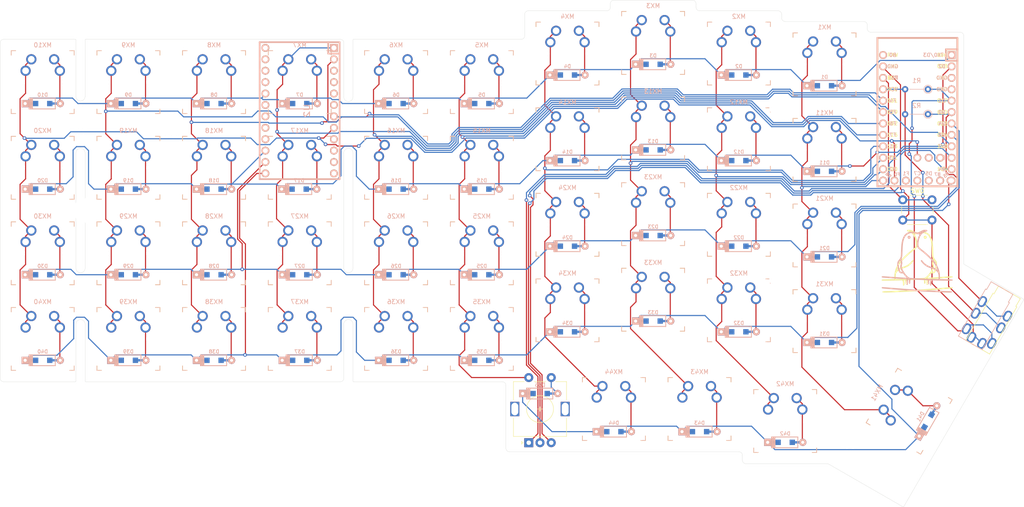
<source format=kicad_pcb>
(kicad_pcb (version 20171130) (host pcbnew "(5.1.9-0-10_14)")
  (layers (0 F.Cu signal) (31 B.Cu signal) (34 B.Paste user) (35 F.Paste user) (36 B.SilkS user) (37 F.SilkS user) (38 B.Mask user) (39 F.Mask user) (44 Edge.Cuts user))
  (net 0 "")
  (net 1 "Net-(D1-Pad2)")
  (net 2 ROW0)
  (net 3 "Net-(D2-Pad2)")
  (net 4 "Net-(D3-Pad2)")
  (net 5 "Net-(D4-Pad2)")
  (net 6 "Net-(D5-Pad2)")
  (net 7 "Net-(D6-Pad2)")
  (net 8 "Net-(D7-Pad2)")
  (net 9 "Net-(D8-Pad2)")
  (net 10 "Net-(D9-Pad2)")
  (net 11 "Net-(D10-Pad2)")
  (net 12 "Net-(D11-Pad2)")
  (net 13 ROW1)
  (net 14 "Net-(D12-Pad2)")
  (net 15 "Net-(D13-Pad2)")
  (net 16 "Net-(D14-Pad2)")
  (net 17 "Net-(D15-Pad2)")
  (net 18 "Net-(D16-Pad2)")
  (net 19 "Net-(D17-Pad2)")
  (net 20 "Net-(D18-Pad2)")
  (net 21 "Net-(D19-Pad2)")
  (net 22 "Net-(D20-Pad2)")
  (net 23 "Net-(D21-Pad2)")
  (net 24 ROW2)
  (net 25 "Net-(D22-Pad2)")
  (net 26 "Net-(D23-Pad2)")
  (net 27 "Net-(D24-Pad2)")
  (net 28 "Net-(D25-Pad2)")
  (net 29 "Net-(D26-Pad2)")
  (net 30 "Net-(D27-Pad2)")
  (net 31 "Net-(D28-Pad2)")
  (net 32 "Net-(D29-Pad2)")
  (net 33 "Net-(D30-Pad2)")
  (net 34 "Net-(D31-Pad2)")
  (net 35 ROW3)
  (net 36 "Net-(D32-Pad2)")
  (net 37 "Net-(D33-Pad2)")
  (net 38 "Net-(D34-Pad2)")
  (net 39 "Net-(D35-Pad2)")
  (net 40 "Net-(D36-Pad2)")
  (net 41 "Net-(D37-Pad2)")
  (net 42 "Net-(D38-Pad2)")
  (net 43 "Net-(D39-Pad2)")
  (net 44 "Net-(D40-Pad2)")
  (net 45 ROW4)
  (net 46 "Net-(D42-Pad2)")
  (net 47 "Net-(D43-Pad2)")
  (net 48 "Net-(D44-Pad2)")
  (net 49 COL0)
  (net 50 COL1)
  (net 51 COL2)
  (net 52 COL3)
  (net 53 COL4)
  (net 54 COL5)
  (net 55 COL6)
  (net 56 COL7)
  (net 57 COL8)
  (net 58 COL9)
  (net 59 VCC)
  (net 60 SDA)
  (net 61 SCL)
  (net 62 GND)
  (net 63 "Net-(SW0-Pad1)")
  (net 64 LEFT)
  (net 65 RIGHT)
  (net 66 "Net-(D41-Pad2)")
  (net 67 ENC1-IN)
  (module footprints:nice_nano (layer B.Cu) (at 243.205 70.993 270)
    (fp_text reference U3 hide)
    (fp_text value nice_nano hide)
    (fp_text user 008 (at -11.5 -5.53719) (layer F.SilkS) (effects (font (size 0.8 0.8))))
    (fp_text user 020 (at -1.2 -5.53719) (layer F.SilkS) (effects (font (size 0.8 0.8))))
    (fp_text user 017 (at -3.81 -5.53719) (layer F.SilkS) (effects (font (size 0.8 0.8))))
    (fp_text user GND (at -6.35 -5.461) (layer F.SilkS) (effects (font (size 0.8 0.8))))
    (fp_text user GND (at -8.89 -5.461) (layer F.SilkS) (effects (font (size 0.8 0.8))))
    (fp_text user 022 (at 1.3 -5.53719) (layer F.SilkS) (effects (font (size 0.8 0.8))))
    (fp_text user 024 (at 3.8 -5.53719) (layer F.SilkS) (effects (font (size 0.8 0.8))))
    (fp_text user 100 (at 6.35 -5.53719) (layer F.SilkS) (effects (font (size 0.8 0.8))))
    (fp_text user 104 (at 11.43 -5.53719) (layer F.SilkS) (effects (font (size 0.8 0.8))))
    (fp_text user 111 (at 8.89 5.537191) (layer F.SilkS) (effects (font (size 0.8 0.8))))
    (fp_text user 113 (at 6.35 5.537191) (layer F.SilkS) (effects (font (size 0.8 0.8))))
    (fp_text user 031 (at -3.81 5.537191) (layer F.SilkS) (effects (font (size 0.8 0.8))))
    (fp_text user VCC (at -6.35 5.537191) (layer F.SilkS) (effects (font (size 0.8 0.8))))
    (fp_text user GND (at -11.43 5.454667) (layer F.SilkS) (effects (font (size 0.8 0.8))))
    (fp_text user RAW (at -13.97 5.473715) (layer F.SilkS) (effects (font (size 0.8 0.8))))
    (fp_text user 029 (at -1.27 5.537191) (layer F.SilkS) (effects (font (size 0.8 0.8))))
    (fp_text user 002 (at 1.27 5.537191) (layer F.SilkS) (effects (font (size 0.8 0.8))))
    (fp_text user 115 (at 3.81 5.537191) (layer F.SilkS) (effects (font (size 0.8 0.8))))
    (fp_text user 010 (at 11.43 5.537191) (layer F.SilkS) (effects (font (size 0.8 0.8))))
    (fp_text user 006 (at -13.97 -5.53719) (layer F.SilkS) (effects (font (size 0.8 0.8))))
    (fp_text user RST (at -8.89 5.588) (layer F.SilkS) (effects (font (size 0.8 0.8))))
    (pad 1 thru_hole circle (at -13.97 -7.62 270) (size 1.7526 1.7526) (drill 1.0922) (layers *.Cu *.SilkS *.Mask) (net 2 ROW0))
    (pad 2 thru_hole circle (at -11.43 -7.62 270) (size 1.7526 1.7526) (drill 1.0922) (layers *.Cu *.SilkS *.Mask) (net 13 ROW1))
    (pad 3 thru_hole circle (at -8.89 -7.62 270) (size 1.7526 1.7526) (drill 1.0922) (layers *.Cu *.SilkS *.Mask))
    (pad 4 thru_hole circle (at -6.35 -7.62 270) (size 1.7526 1.7526) (drill 1.0922) (layers *.Cu *.SilkS *.Mask))
    (pad 5 thru_hole circle (at -3.81 -7.62 270) (size 1.7526 1.7526) (drill 1.0922) (layers *.Cu *.SilkS *.Mask) (net 60 SDA))
    (pad 6 thru_hole circle (at -1.27 -7.62 270) (size 1.7526 1.7526) (drill 1.0922) (layers *.Cu *.SilkS *.Mask) (net 61 SCL))
    (pad 7 thru_hole circle (at 1.27 -7.62 270) (size 1.7526 1.7526) (drill 1.0922) (layers *.Cu *.SilkS *.Mask) (net 35 ROW3))
    (pad 8 thru_hole circle (at 3.81 -7.62 270) (size 1.7526 1.7526) (drill 1.0922) (layers *.Cu *.SilkS *.Mask) (net 24 ROW2))
    (pad 9 thru_hole circle (at 6.35 -7.62 270) (size 1.7526 1.7526) (drill 1.0922) (layers *.Cu *.SilkS *.Mask) (net 57 COL8))
    (pad 10 thru_hole circle (at 8.89 -7.62 270) (size 1.7526 1.7526) (drill 1.0922) (layers *.Cu *.SilkS *.Mask) (net 64 LEFT))
    (pad 11 thru_hole circle (at 11.43 -7.62 270) (size 1.7526 1.7526) (drill 1.0922) (layers *.Cu *.SilkS *.Mask) (net 65 RIGHT))
    (pad 13 thru_hole circle (at 13.97 7.62 270) (size 1.7526 1.7526) (drill 1.0922) (layers *.Cu *.SilkS *.Mask) (net 49 COL0))
    (pad 14 thru_hole circle (at 11.43 7.62 270) (size 1.7526 1.7526) (drill 1.0922) (layers *.Cu *.SilkS *.Mask) (net 50 COL1))
    (pad 15 thru_hole circle (at 8.89 7.62 270) (size 1.7526 1.7526) (drill 1.0922) (layers *.Cu *.SilkS *.Mask) (net 51 COL2))
    (pad 16 thru_hole circle (at 6.35 7.62 270) (size 1.7526 1.7526) (drill 1.0922) (layers *.Cu *.SilkS *.Mask) (net 52 COL3))
    (pad 17 thru_hole circle (at 3.81 7.62 270) (size 1.7526 1.7526) (drill 1.0922) (layers *.Cu *.SilkS *.Mask) (net 53 COL4))
    (pad 18 thru_hole circle (at 1.27 7.62 270) (size 1.7526 1.7526) (drill 1.0922) (layers *.Cu *.SilkS *.Mask) (net 54 COL5))
    (pad 19 thru_hole circle (at -1.27 7.62 270) (size 1.7526 1.7526) (drill 1.0922) (layers *.Cu *.SilkS *.Mask) (net 55 COL6))
    (pad 20 thru_hole circle (at -3.81 7.62 270) (size 1.7526 1.7526) (drill 1.0922) (layers *.Cu *.SilkS *.Mask) (net 56 COL7))
    (pad 21 thru_hole circle (at -6.35 7.62 270) (size 1.7526 1.7526) (drill 1.0922) (layers *.Cu *.SilkS *.Mask) (net 59 VCC))
    (pad 22 thru_hole circle (at -8.89 7.62 270) (size 1.7526 1.7526) (drill 1.0922) (layers *.Cu *.SilkS *.Mask))
    (pad 23 thru_hole circle (at -11.43 7.62 270) (size 1.7526 1.7526) (drill 1.0922) (layers *.Cu *.SilkS *.Mask) (net 62 GND))
    (pad 12 thru_hole circle (at 13.97 -7.62 270) (size 1.7526 1.7526) (drill 1.0922) (layers *.Cu *.SilkS *.Mask) (net 45 ROW4))
    (pad 24 thru_hole circle (at -13.97 7.62 270) (size 1.7526 1.7526) (drill 1.0922) (layers *.Cu *.SilkS *.Mask))
    (pad 31 thru_hole circle (at 8.89 -5.08 270) (size 1.7526 1.7526) (drill 1.0922) (layers *.Cu *.SilkS *.Mask))
    (pad 32 thru_hole circle (at 8.89 -2.54 270) (size 1.7526 1.7526) (drill 1.0922) (layers *.Cu *.SilkS *.Mask))
    (pad 33 thru_hole circle (at 8.89 0 270) (size 1.7526 1.7526) (drill 1.0922) (layers *.Cu *.SilkS *.Mask) (net 58 COL9))
  )
  (module MountingHole:MountingHole_2.1mm (layer F.Cu) (at 57.14375 113.8555)
    (fp_text reference FID10 hide)
    (fp_text value "Break Hole" hide)
    (pad "" np_thru_hole circle (at 0 0) (size 2.1 2.1) (drill 2.1) (layers *.Cu *.Mask))
  )
  (module MountingHole:MountingHole_2.1mm (layer F.Cu) (at 57.14375 107.5055)
    (fp_text reference FID11 hide)
    (fp_text value "Break Hole" hide)
    (pad "" np_thru_hole circle (at 0 0) (size 2.1 2.1) (drill 2.1) (layers *.Cu *.Mask))
  )
  (module MountingHole:MountingHole_2.1mm (layer F.Cu) (at 57.14375 110.64875)
    (fp_text reference FID8 hide)
    (fp_text value "Break Hole" hide)
    (pad "" np_thru_hole circle (at 0 0) (size 2.1 2.1) (drill 2.1) (layers *.Cu *.Mask))
  )
  (module MountingHole:MountingHole_2.1mm (layer F.Cu) (at 57.14375 75.7555)
    (fp_text reference FID13 hide)
    (fp_text value "Break Hole" hide)
    (pad "" np_thru_hole circle (at 0 0) (size 2.1 2.1) (drill 2.1) (layers *.Cu *.Mask))
  )
  (module MountingHole:MountingHole_2.1mm (layer F.Cu) (at 57.14375 72.54875)
    (fp_text reference FID12 hide)
    (fp_text value "Break Hole" hide)
    (pad "" np_thru_hole circle (at 0 0) (size 2.1 2.1) (drill 2.1) (layers *.Cu *.Mask))
  )
  (module MountingHole:MountingHole_2.1mm (layer F.Cu) (at 57.14375 69.2785)
    (fp_text reference FID14 hide)
    (fp_text value "Break Hole" hide)
    (pad "" np_thru_hole circle (at 0 0) (size 2.1 2.1) (drill 2.1) (layers *.Cu *.Mask))
  )
  (module MountingHole:MountingHole_2.1mm (layer F.Cu) (at 116.70675 75.7555)
    (fp_text reference FID6 hide)
    (fp_text value "Break Hole" hide)
    (pad "" np_thru_hole circle (at 0 0) (size 2.1 2.1) (drill 2.1) (layers *.Cu *.Mask))
  )
  (module MountingHole:MountingHole_2.1mm (layer F.Cu) (at 116.70675 72.54875)
    (fp_text reference FID5 hide)
    (fp_text value "Break Hole" hide)
    (pad "" np_thru_hole circle (at 0 0) (size 2.1 2.1) (drill 2.1) (layers *.Cu *.Mask))
  )
  (module MountingHole:MountingHole_2.1mm (layer F.Cu) (at 116.70675 69.4055)
    (fp_text reference FID4 hide)
    (fp_text value "Break Hole" hide)
    (pad "" np_thru_hole circle (at 0 0) (size 2.1 2.1) (drill 2.1) (layers *.Cu *.Mask))
  )
  (module MountingHole:MountingHole_2.1mm (layer F.Cu) (at 116.70675 113.8555)
    (fp_text reference FID9 hide)
    (fp_text value "Break Hole" hide)
    (pad "" np_thru_hole circle (at 0 0) (size 2.1 2.1) (drill 2.1) (layers *.Cu *.Mask))
  )
  (module MountingHole:MountingHole_2.1mm (layer F.Cu) (at 116.70675 110.64875)
    (fp_text reference FID15 hide)
    (fp_text value "Break Hole" hide)
    (pad "" np_thru_hole circle (at 0 0) (size 2.1 2.1) (drill 2.1) (layers *.Cu *.Mask))
  )
  (module MountingHole:MountingHole_2.1mm (layer F.Cu) (at 116.70675 107.5055)
    (fp_text reference FID7 hide)
    (fp_text value "Break Hole" hide)
    (pad "" np_thru_hole circle (at 0 0) (size 2.1 2.1) (drill 2.1) (layers *.Cu *.Mask))
  )
  (module footprints:SW_MX_reversible (layer F.Cu) (at 105.88625 101.1555)
    (fp_text reference MX27)
    (fp_text value MX-NoLED)
    (fp_text user %R (at 0 -8.255) (layer B.SilkS) (effects (justify mirror)))
    (pad "" np_thru_hole circle (at -5.08 0) (size 1.7018 1.7018) (drill 1.7018) (layers *.Cu *.Mask))
    (pad "" np_thru_hole circle (at 5.08 0) (size 1.7018 1.7018) (drill 1.7018) (layers *.Cu *.Mask))
    (pad 1 thru_hole circle (at -3.81 -2.54) (size 2.286 2.286) (drill 1.4986) (layers *.Cu *.Mask) (net 55 COL6))
    (pad "" np_thru_hole circle (at 0 0) (size 3.9878 3.9878) (drill 3.9878) (layers *.Cu *.Mask))
    (pad 2 thru_hole circle (at 2.54 -5.08) (size 2.286 2.286) (drill 1.4986) (layers *.Cu *.Mask) (net 30 "Net-(D27-Pad2)"))
    (pad 1 thru_hole circle (at -2.54 -5.08) (size 2.286 2.286) (drill 1.4986) (layers *.Cu *.Mask) (net 55 COL6))
    (pad 2 thru_hole circle (at 3.81 -2.54) (size 2.286 2.286) (drill 1.4986) (layers *.Cu *.Mask) (net 30 "Net-(D27-Pad2)"))
  )
  (module footprints:ARDUINO_PRO_MICRO (layer B.Cu) (at 105.86425 69.4055 270)
    (fp_text reference U2 (at 0 -1.625 90) (layer B.SilkS) (effects (font (size 1.27 1.524) (thickness 0.2032)) (justify mirror)))
    (fp_text value "EGG PRO MICRO" hide)
    (pad 24 thru_hole circle (at -13.97 7.62 270) (size 1.7526 1.7526) (drill 1.0922) (layers *.Cu *.SilkS *.Mask))
    (pad 12 thru_hole circle (at 13.97 -7.62 270) (size 1.7526 1.7526) (drill 1.0922) (layers *.Cu *.SilkS *.Mask))
    (pad 23 thru_hole circle (at -11.43 7.62 270) (size 1.7526 1.7526) (drill 1.0922) (layers *.Cu *.SilkS *.Mask))
    (pad 22 thru_hole circle (at -8.89 7.62 270) (size 1.7526 1.7526) (drill 1.0922) (layers *.Cu *.SilkS *.Mask))
    (pad 21 thru_hole circle (at -6.35 7.62 270) (size 1.7526 1.7526) (drill 1.0922) (layers *.Cu *.SilkS *.Mask))
    (pad 20 thru_hole circle (at -3.81 7.62 270) (size 1.7526 1.7526) (drill 1.0922) (layers *.Cu *.SilkS *.Mask) (net 2 ROW0))
    (pad 19 thru_hole circle (at -1.27 7.62 270) (size 1.7526 1.7526) (drill 1.0922) (layers *.Cu *.SilkS *.Mask))
    (pad 18 thru_hole circle (at 1.27 7.62 270) (size 1.7526 1.7526) (drill 1.0922) (layers *.Cu *.SilkS *.Mask))
    (pad 17 thru_hole circle (at 3.81 7.62 270) (size 1.7526 1.7526) (drill 1.0922) (layers *.Cu *.SilkS *.Mask))
    (pad 16 thru_hole circle (at 6.35 7.62 270) (size 1.7526 1.7526) (drill 1.0922) (layers *.Cu *.SilkS *.Mask))
    (pad 15 thru_hole circle (at 8.89 7.62 270) (size 1.7526 1.7526) (drill 1.0922) (layers *.Cu *.SilkS *.Mask) (net 13 ROW1))
    (pad 14 thru_hole circle (at 11.43 7.62 270) (size 1.7526 1.7526) (drill 1.0922) (layers *.Cu *.SilkS *.Mask) (net 24 ROW2))
    (pad 13 thru_hole circle (at 13.97 7.62 270) (size 1.7526 1.7526) (drill 1.0922) (layers *.Cu *.SilkS *.Mask) (net 35 ROW3))
    (pad 11 thru_hole circle (at 11.43 -7.62 270) (size 1.7526 1.7526) (drill 1.0922) (layers *.Cu *.SilkS *.Mask))
    (pad 10 thru_hole circle (at 8.89 -7.62 270) (size 1.7526 1.7526) (drill 1.0922) (layers *.Cu *.SilkS *.Mask))
    (pad 9 thru_hole circle (at 6.35 -7.62 270) (size 1.7526 1.7526) (drill 1.0922) (layers *.Cu *.SilkS *.Mask))
    (pad 8 thru_hole circle (at 3.81 -7.62 270) (size 1.7526 1.7526) (drill 1.0922) (layers *.Cu *.SilkS *.Mask) (net 58 COL9))
    (pad 7 thru_hole circle (at 1.27 -7.62 270) (size 1.7526 1.7526) (drill 1.0922) (layers *.Cu *.SilkS *.Mask) (net 57 COL8))
    (pad 6 thru_hole circle (at -1.27 -7.62 270) (size 1.7526 1.7526) (drill 1.0922) (layers *.Cu *.SilkS *.Mask))
    (pad 5 thru_hole circle (at -3.81 -7.62 270) (size 1.7526 1.7526) (drill 1.0922) (layers *.Cu *.SilkS *.Mask))
    (pad 4 thru_hole circle (at -6.35 -7.62 270) (size 1.7526 1.7526) (drill 1.0922) (layers *.Cu *.SilkS *.Mask))
    (pad 3 thru_hole circle (at -8.89 -7.62 270) (size 1.7526 1.7526) (drill 1.0922) (layers *.Cu *.SilkS *.Mask))
    (pad 2 thru_hole circle (at -11.43 -7.62 270) (size 1.7526 1.7526) (drill 1.0922) (layers *.Cu *.SilkS *.Mask) (net 56 COL7))
    (pad 1 thru_hole rect (at -13.97 -7.62 270) (size 1.7526 1.7526) (drill 1.0922) (layers *.Cu *.SilkS *.Mask) (net 55 COL6))
  )
  (module MountingHole:MountingHole_5.5mm (layer F.Cu) (at 58.25425 91.6305)
    (fp_text reference H9 hide)
    (fp_text value MountingHole)
    (pad 1 np_thru_hole circle (at 0 0) (size 5.5 5.5) (drill 5.5) (layers *.Cu *.Mask))
  )
  (module MountingHole:MountingHole_5.5mm (layer F.Cu) (at 96.34225 91.6305)
    (fp_text reference H8 hide)
    (fp_text value MountingHole)
    (pad 1 np_thru_hole circle (at 0 0) (size 5.5 5.5) (drill 5.5) (layers *.Cu *.Mask))
  )
  (module footprints:TRRS_JACK_MJ4PP9 (layer F.Cu) (at 252.34275 119.5705 330)
    (fp_text reference J1 hide)
    (fp_text value TRRS_Jack hide)
    (pad 3 thru_hole oval (at 7.25 -6.3 330) (size 1.8 2.5) (drill oval 1 1.8) (layers *.Cu *.Mask) (net 59 VCC))
    (pad 2 thru_hole oval (at 7.25 -9.3 330) (size 1.8 2.5) (drill oval 1 1.8) (layers *.Cu *.Mask) (net 61 SCL))
    (pad 1 thru_hole oval (at 7.25 -2.3 330) (size 1.8 2.5) (drill oval 1 1.8) (layers *.Cu *.Mask) (net 60 SDA) (clearance 0.1))
    (pad 4 thru_hole oval (at 2.65 -1.199999 330) (size 1.8 2.5) (drill oval 1 1.8) (layers *.Cu *.Mask) (net 62 GND) (clearance 0.1))
    (pad "" np_thru_hole circle (at 4.95 -3.5 330) (size 1.3 1.3) (drill 1.3) (layers *.Cu *.Mask))
    (pad "" np_thru_hole circle (at 4.95 -10.5 330) (size 1.3 1.3) (drill 1.3) (layers *.Cu *.Mask))
    (pad "" np_thru_hole circle (at 3.05 -10.5 330) (size 1.3 1.3) (drill 1.3) (layers *.Cu *.Mask))
    (pad "" np_thru_hole circle (at 3.05 -3.5 330) (size 1.3 1.3) (drill 1.3) (layers *.Cu *.Mask))
    (pad 5 thru_hole oval (at 5.35 -1.2 330) (size 1.8 2.5) (drill oval 1 1.8) (layers *.Cu *.Mask) (net 62 GND) (clearance 0.1))
    (pad 1 thru_hole oval (at 0.75 -2.3 330) (size 1.8 2.5) (drill oval 1 1.8) (layers *.Cu *.Mask) (net 60 SDA) (clearance 0.1))
    (pad 2 thru_hole oval (at 0.75 -9.3 330) (size 1.8 2.5) (drill oval 1 1.8) (layers *.Cu *.Mask) (net 61 SCL))
    (pad 3 thru_hole oval (at 0.75 -6.3 330) (size 1.8 2.5) (drill oval 1 1.8) (layers *.Cu *.Mask) (net 59 VCC))
  )
  (module footprints:SW_MX_reversible (layer F.Cu) (at 67.78625 120.2055)
    (fp_text reference MX39)
    (fp_text value MX-NoLED)
    (fp_text user %R (at 0 -8.255) (layer B.SilkS) (effects (justify mirror)))
    (pad "" np_thru_hole circle (at -5.08 0) (size 1.7018 1.7018) (drill 1.7018) (layers *.Cu *.Mask))
    (pad "" np_thru_hole circle (at 5.08 0) (size 1.7018 1.7018) (drill 1.7018) (layers *.Cu *.Mask))
    (pad 1 thru_hole circle (at -3.81 -2.54) (size 2.286 2.286) (drill 1.4986) (layers *.Cu *.Mask) (net 57 COL8))
    (pad "" np_thru_hole circle (at 0 0) (size 3.9878 3.9878) (drill 3.9878) (layers *.Cu *.Mask))
    (pad 2 thru_hole circle (at 2.54 -5.08) (size 2.286 2.286) (drill 1.4986) (layers *.Cu *.Mask) (net 43 "Net-(D39-Pad2)"))
    (pad 1 thru_hole circle (at -2.54 -5.08) (size 2.286 2.286) (drill 1.4986) (layers *.Cu *.Mask) (net 57 COL8))
    (pad 2 thru_hole circle (at 3.81 -2.54) (size 2.286 2.286) (drill 1.4986) (layers *.Cu *.Mask) (net 43 "Net-(D39-Pad2)"))
  )
  (module footprints:SW_MX_reversible (layer F.Cu) (at 127.3175 120.2055)
    (fp_text reference MX36)
    (fp_text value MX-NoLED)
    (fp_text user %R (at 0 -8.255) (layer B.SilkS) (effects (justify mirror)))
    (pad "" np_thru_hole circle (at -5.08 0) (size 1.7018 1.7018) (drill 1.7018) (layers *.Cu *.Mask))
    (pad "" np_thru_hole circle (at 5.08 0) (size 1.7018 1.7018) (drill 1.7018) (layers *.Cu *.Mask))
    (pad 1 thru_hole circle (at -3.81 -2.54) (size 2.286 2.286) (drill 1.4986) (layers *.Cu *.Mask) (net 54 COL5))
    (pad "" np_thru_hole circle (at 0 0) (size 3.9878 3.9878) (drill 3.9878) (layers *.Cu *.Mask))
    (pad 2 thru_hole circle (at 2.54 -5.08) (size 2.286 2.286) (drill 1.4986) (layers *.Cu *.Mask) (net 40 "Net-(D36-Pad2)"))
    (pad 1 thru_hole circle (at -2.54 -5.08) (size 2.286 2.286) (drill 1.4986) (layers *.Cu *.Mask) (net 54 COL5))
    (pad 2 thru_hole circle (at 3.81 -2.54) (size 2.286 2.286) (drill 1.4986) (layers *.Cu *.Mask) (net 40 "Net-(D36-Pad2)"))
  )
  (module footprints:wren_logo (layer F.Cu) (at 243.167 102.90175)
    (fp_text reference FID3 hide)
    (fp_text value "Rear Silkscreen" hide)
  )
  (module footprints:wren_logo (layer B.Cu) (at 243.167 102.90175 180)
    (fp_text reference FID2 hide)
    (fp_text value "Front Silkscreen" hide)
  )
  (module footprints:Stabilizer_MX_2u (layer F.Cu) (at 241.389 136.30275 240)
    (fp_text reference FID1 hide)
    (fp_text value "Stabalizer Drill Holes" hide)
    (pad "" np_thru_hole circle (at -11.9 -6.985 240) (size 3.048 3.048) (drill 3.048) (layers *.Cu *.Mask))
    (pad "" np_thru_hole circle (at 11.9 -6.985 240) (size 3.048 3.048) (drill 3.048) (layers *.Cu *.Mask))
    (pad "" np_thru_hole circle (at -11.9 8.255 240) (size 3.9878 3.9878) (drill 3.9878) (layers *.Cu *.Mask))
    (pad "" np_thru_hole circle (at 11.9 8.255 240) (size 3.9878 3.9878) (drill 3.9878) (layers *.Cu *.Mask))
  )
  (module footprints:SW_MX_reversible (layer F.Cu) (at 222.5675 97.18675)
    (fp_text reference MX21)
    (fp_text value MX-NoLED)
    (fp_text user %R (at 0 -8.255) (layer B.SilkS) (effects (justify mirror)))
    (pad "" np_thru_hole circle (at -5.08 0) (size 1.7018 1.7018) (drill 1.7018) (layers *.Cu *.Mask))
    (pad "" np_thru_hole circle (at 5.08 0) (size 1.7018 1.7018) (drill 1.7018) (layers *.Cu *.Mask))
    (pad 1 thru_hole circle (at -3.81 -2.54) (size 2.286 2.286) (drill 1.4986) (layers *.Cu *.Mask) (net 49 COL0))
    (pad "" np_thru_hole circle (at 0 0) (size 3.9878 3.9878) (drill 3.9878) (layers *.Cu *.Mask))
    (pad 2 thru_hole circle (at 2.54 -5.08) (size 2.286 2.286) (drill 1.4986) (layers *.Cu *.Mask) (net 23 "Net-(D21-Pad2)"))
    (pad 1 thru_hole circle (at -2.54 -5.08) (size 2.286 2.286) (drill 1.4986) (layers *.Cu *.Mask) (net 49 COL0))
    (pad 2 thru_hole circle (at 3.81 -2.54) (size 2.286 2.286) (drill 1.4986) (layers *.Cu *.Mask) (net 23 "Net-(D21-Pad2)"))
  )
  (module footprints:SW_MX_reversible (layer F.Cu) (at 241.389 136.30275 60)
    (fp_text reference MX41)
    (fp_text value MX-NoLED)
    (fp_text user %R (at 0 -8.255 60) (layer B.SilkS) (effects (justify mirror)))
    (pad "" np_thru_hole circle (at -5.08 0 60) (size 1.7018 1.7018) (drill 1.7018) (layers *.Cu *.Mask))
    (pad "" np_thru_hole circle (at 5.08 0 60) (size 1.7018 1.7018) (drill 1.7018) (layers *.Cu *.Mask))
    (pad 1 thru_hole circle (at -3.81 -2.54 60) (size 2.286 2.286) (drill 1.4986) (layers *.Cu *.Mask) (net 49 COL0))
    (pad "" np_thru_hole circle (at 0 0 60) (size 3.9878 3.9878) (drill 3.9878) (layers *.Cu *.Mask))
    (pad 2 thru_hole circle (at 2.54 -5.08 60) (size 2.286 2.286) (drill 1.4986) (layers *.Cu *.Mask) (net 66 "Net-(D41-Pad2)"))
    (pad 1 thru_hole circle (at -2.54 -5.08 60) (size 2.286 2.286) (drill 1.4986) (layers *.Cu *.Mask) (net 49 COL0))
    (pad 2 thru_hole circle (at 3.81 -2.54 60) (size 2.286 2.286) (drill 1.4986) (layers *.Cu *.Mask) (net 66 "Net-(D41-Pad2)"))
  )
  (module footprints:SW_MX_reversible (layer F.Cu) (at 48.73625 63.0555)
    (fp_text reference MX10)
    (fp_text value MX-NoLED)
    (fp_text user %R (at 0 -8.255) (layer B.SilkS) (effects (justify mirror)))
    (pad "" np_thru_hole circle (at -5.08 0) (size 1.7018 1.7018) (drill 1.7018) (layers *.Cu *.Mask))
    (pad "" np_thru_hole circle (at 5.08 0) (size 1.7018 1.7018) (drill 1.7018) (layers *.Cu *.Mask))
    (pad 1 thru_hole circle (at -3.81 -2.54) (size 2.286 2.286) (drill 1.4986) (layers *.Cu *.Mask) (net 58 COL9))
    (pad "" np_thru_hole circle (at 0 0) (size 3.9878 3.9878) (drill 3.9878) (layers *.Cu *.Mask))
    (pad 2 thru_hole circle (at 2.54 -5.08) (size 2.286 2.286) (drill 1.4986) (layers *.Cu *.Mask) (net 11 "Net-(D10-Pad2)"))
    (pad 1 thru_hole circle (at -2.54 -5.08) (size 2.286 2.286) (drill 1.4986) (layers *.Cu *.Mask) (net 58 COL9))
    (pad 2 thru_hole circle (at 3.81 -2.54) (size 2.286 2.286) (drill 1.4986) (layers *.Cu *.Mask) (net 11 "Net-(D10-Pad2)"))
  )
  (module footprints:SW_MX_reversible (layer F.Cu) (at 146.3675 82.1055)
    (fp_text reference MX15)
    (fp_text value MX-NoLED)
    (fp_text user %R (at 0 -8.255) (layer B.SilkS) (effects (justify mirror)))
    (pad "" np_thru_hole circle (at -5.08 0) (size 1.7018 1.7018) (drill 1.7018) (layers *.Cu *.Mask))
    (pad "" np_thru_hole circle (at 5.08 0) (size 1.7018 1.7018) (drill 1.7018) (layers *.Cu *.Mask))
    (pad 1 thru_hole circle (at -3.81 -2.54) (size 2.286 2.286) (drill 1.4986) (layers *.Cu *.Mask) (net 53 COL4))
    (pad "" np_thru_hole circle (at 0 0) (size 3.9878 3.9878) (drill 3.9878) (layers *.Cu *.Mask))
    (pad 2 thru_hole circle (at 2.54 -5.08) (size 2.286 2.286) (drill 1.4986) (layers *.Cu *.Mask) (net 17 "Net-(D15-Pad2)"))
    (pad 1 thru_hole circle (at -2.54 -5.08) (size 2.286 2.286) (drill 1.4986) (layers *.Cu *.Mask) (net 53 COL4))
    (pad 2 thru_hole circle (at 3.81 -2.54) (size 2.286 2.286) (drill 1.4986) (layers *.Cu *.Mask) (net 17 "Net-(D15-Pad2)"))
  )
  (module footprints:SW_MX_reversible (layer F.Cu) (at 175.73 135.79475)
    (fp_text reference MX44)
    (fp_text value MX-NoLED)
    (fp_text user %R (at 0 -8.255) (layer B.SilkS) (effects (justify mirror)))
    (pad "" np_thru_hole circle (at -5.08 0) (size 1.7018 1.7018) (drill 1.7018) (layers *.Cu *.Mask))
    (pad "" np_thru_hole circle (at 5.08 0) (size 1.7018 1.7018) (drill 1.7018) (layers *.Cu *.Mask))
    (pad 1 thru_hole circle (at -3.81 -2.54) (size 2.286 2.286) (drill 1.4986) (layers *.Cu *.Mask) (net 52 COL3))
    (pad "" np_thru_hole circle (at 0 0) (size 3.9878 3.9878) (drill 3.9878) (layers *.Cu *.Mask))
    (pad 2 thru_hole circle (at 2.54 -5.08) (size 2.286 2.286) (drill 1.4986) (layers *.Cu *.Mask) (net 48 "Net-(D44-Pad2)"))
    (pad 1 thru_hole circle (at -2.54 -5.08) (size 2.286 2.286) (drill 1.4986) (layers *.Cu *.Mask) (net 52 COL3))
    (pad 2 thru_hole circle (at 3.81 -2.54) (size 2.286 2.286) (drill 1.4986) (layers *.Cu *.Mask) (net 48 "Net-(D44-Pad2)"))
  )
  (module footprints:SW_MX_reversible (layer F.Cu) (at 194.78 135.79475)
    (fp_text reference MX43)
    (fp_text value MX-NoLED)
    (fp_text user %R (at 0 -8.255) (layer B.SilkS) (effects (justify mirror)))
    (pad "" np_thru_hole circle (at -5.08 0) (size 1.7018 1.7018) (drill 1.7018) (layers *.Cu *.Mask))
    (pad "" np_thru_hole circle (at 5.08 0) (size 1.7018 1.7018) (drill 1.7018) (layers *.Cu *.Mask))
    (pad 1 thru_hole circle (at -3.81 -2.54) (size 2.286 2.286) (drill 1.4986) (layers *.Cu *.Mask) (net 51 COL2))
    (pad "" np_thru_hole circle (at 0 0) (size 3.9878 3.9878) (drill 3.9878) (layers *.Cu *.Mask))
    (pad 2 thru_hole circle (at 2.54 -5.08) (size 2.286 2.286) (drill 1.4986) (layers *.Cu *.Mask) (net 47 "Net-(D43-Pad2)"))
    (pad 1 thru_hole circle (at -2.54 -5.08) (size 2.286 2.286) (drill 1.4986) (layers *.Cu *.Mask) (net 51 COL2))
    (pad 2 thru_hole circle (at 3.81 -2.54) (size 2.286 2.286) (drill 1.4986) (layers *.Cu *.Mask) (net 47 "Net-(D43-Pad2)"))
  )
  (module footprints:SW_MX_reversible (layer F.Cu) (at 213.83 138.46175)
    (fp_text reference MX42)
    (fp_text value MX-NoLED)
    (fp_text user %R (at 0 -8.255) (layer B.SilkS) (effects (justify mirror)))
    (pad "" np_thru_hole circle (at -5.08 0) (size 1.7018 1.7018) (drill 1.7018) (layers *.Cu *.Mask))
    (pad "" np_thru_hole circle (at 5.08 0) (size 1.7018 1.7018) (drill 1.7018) (layers *.Cu *.Mask))
    (pad 1 thru_hole circle (at -3.81 -2.54) (size 2.286 2.286) (drill 1.4986) (layers *.Cu *.Mask) (net 50 COL1))
    (pad "" np_thru_hole circle (at 0 0) (size 3.9878 3.9878) (drill 3.9878) (layers *.Cu *.Mask))
    (pad 2 thru_hole circle (at 2.54 -5.08) (size 2.286 2.286) (drill 1.4986) (layers *.Cu *.Mask) (net 46 "Net-(D42-Pad2)"))
    (pad 1 thru_hole circle (at -2.54 -5.08) (size 2.286 2.286) (drill 1.4986) (layers *.Cu *.Mask) (net 50 COL1))
    (pad 2 thru_hole circle (at 3.81 -2.54) (size 2.286 2.286) (drill 1.4986) (layers *.Cu *.Mask) (net 46 "Net-(D42-Pad2)"))
  )
  (module footprints:SW_MX_reversible (layer F.Cu) (at 48.73625 120.2055)
    (fp_text reference MX40)
    (fp_text value MX-NoLED)
    (fp_text user %R (at 0 -8.255) (layer B.SilkS) (effects (justify mirror)))
    (pad "" np_thru_hole circle (at -5.08 0) (size 1.7018 1.7018) (drill 1.7018) (layers *.Cu *.Mask))
    (pad "" np_thru_hole circle (at 5.08 0) (size 1.7018 1.7018) (drill 1.7018) (layers *.Cu *.Mask))
    (pad 1 thru_hole circle (at -3.81 -2.54) (size 2.286 2.286) (drill 1.4986) (layers *.Cu *.Mask) (net 58 COL9))
    (pad "" np_thru_hole circle (at 0 0) (size 3.9878 3.9878) (drill 3.9878) (layers *.Cu *.Mask))
    (pad 2 thru_hole circle (at 2.54 -5.08) (size 2.286 2.286) (drill 1.4986) (layers *.Cu *.Mask) (net 44 "Net-(D40-Pad2)"))
    (pad 1 thru_hole circle (at -2.54 -5.08) (size 2.286 2.286) (drill 1.4986) (layers *.Cu *.Mask) (net 58 COL9))
    (pad 2 thru_hole circle (at 3.81 -2.54) (size 2.286 2.286) (drill 1.4986) (layers *.Cu *.Mask) (net 44 "Net-(D40-Pad2)"))
  )
  (module footprints:SW_MX_reversible (layer F.Cu) (at 86.83625 120.2055)
    (fp_text reference MX38)
    (fp_text value MX-NoLED)
    (fp_text user %R (at 0 -8.255) (layer B.SilkS) (effects (justify mirror)))
    (pad "" np_thru_hole circle (at -5.08 0) (size 1.7018 1.7018) (drill 1.7018) (layers *.Cu *.Mask))
    (pad "" np_thru_hole circle (at 5.08 0) (size 1.7018 1.7018) (drill 1.7018) (layers *.Cu *.Mask))
    (pad 1 thru_hole circle (at -3.81 -2.54) (size 2.286 2.286) (drill 1.4986) (layers *.Cu *.Mask) (net 56 COL7))
    (pad "" np_thru_hole circle (at 0 0) (size 3.9878 3.9878) (drill 3.9878) (layers *.Cu *.Mask))
    (pad 2 thru_hole circle (at 2.54 -5.08) (size 2.286 2.286) (drill 1.4986) (layers *.Cu *.Mask) (net 42 "Net-(D38-Pad2)"))
    (pad 1 thru_hole circle (at -2.54 -5.08) (size 2.286 2.286) (drill 1.4986) (layers *.Cu *.Mask) (net 56 COL7))
    (pad 2 thru_hole circle (at 3.81 -2.54) (size 2.286 2.286) (drill 1.4986) (layers *.Cu *.Mask) (net 42 "Net-(D38-Pad2)"))
  )
  (module footprints:SW_MX_reversible (layer F.Cu) (at 105.88625 120.2055)
    (fp_text reference MX37)
    (fp_text value MX-NoLED)
    (fp_text user %R (at 0 -8.255) (layer B.SilkS) (effects (justify mirror)))
    (pad "" np_thru_hole circle (at -5.08 0) (size 1.7018 1.7018) (drill 1.7018) (layers *.Cu *.Mask))
    (pad "" np_thru_hole circle (at 5.08 0) (size 1.7018 1.7018) (drill 1.7018) (layers *.Cu *.Mask))
    (pad 1 thru_hole circle (at -3.81 -2.54) (size 2.286 2.286) (drill 1.4986) (layers *.Cu *.Mask) (net 55 COL6))
    (pad "" np_thru_hole circle (at 0 0) (size 3.9878 3.9878) (drill 3.9878) (layers *.Cu *.Mask))
    (pad 2 thru_hole circle (at 2.54 -5.08) (size 2.286 2.286) (drill 1.4986) (layers *.Cu *.Mask) (net 41 "Net-(D37-Pad2)"))
    (pad 1 thru_hole circle (at -2.54 -5.08) (size 2.286 2.286) (drill 1.4986) (layers *.Cu *.Mask) (net 55 COL6))
    (pad 2 thru_hole circle (at 3.81 -2.54) (size 2.286 2.286) (drill 1.4986) (layers *.Cu *.Mask) (net 41 "Net-(D37-Pad2)"))
  )
  (module footprints:SW_MX_reversible (layer F.Cu) (at 146.3675 120.2055)
    (fp_text reference MX35)
    (fp_text value MX-NoLED)
    (fp_text user %R (at 0 -8.255) (layer B.SilkS) (effects (justify mirror)))
    (pad "" np_thru_hole circle (at -5.08 0) (size 1.7018 1.7018) (drill 1.7018) (layers *.Cu *.Mask))
    (pad "" np_thru_hole circle (at 5.08 0) (size 1.7018 1.7018) (drill 1.7018) (layers *.Cu *.Mask))
    (pad 1 thru_hole circle (at -3.81 -2.54) (size 2.286 2.286) (drill 1.4986) (layers *.Cu *.Mask) (net 53 COL4))
    (pad "" np_thru_hole circle (at 0 0) (size 3.9878 3.9878) (drill 3.9878) (layers *.Cu *.Mask))
    (pad 2 thru_hole circle (at 2.54 -5.08) (size 2.286 2.286) (drill 1.4986) (layers *.Cu *.Mask) (net 39 "Net-(D35-Pad2)"))
    (pad 1 thru_hole circle (at -2.54 -5.08) (size 2.286 2.286) (drill 1.4986) (layers *.Cu *.Mask) (net 53 COL4))
    (pad 2 thru_hole circle (at 3.81 -2.54) (size 2.286 2.286) (drill 1.4986) (layers *.Cu *.Mask) (net 39 "Net-(D35-Pad2)"))
  )
  (module footprints:SW_MX_reversible (layer F.Cu) (at 165.4175 113.8555)
    (fp_text reference MX34)
    (fp_text value MX-NoLED)
    (fp_text user %R (at 0 -8.255) (layer B.SilkS) (effects (justify mirror)))
    (pad "" np_thru_hole circle (at -5.08 0) (size 1.7018 1.7018) (drill 1.7018) (layers *.Cu *.Mask))
    (pad "" np_thru_hole circle (at 5.08 0) (size 1.7018 1.7018) (drill 1.7018) (layers *.Cu *.Mask))
    (pad 1 thru_hole circle (at -3.81 -2.54) (size 2.286 2.286) (drill 1.4986) (layers *.Cu *.Mask) (net 52 COL3))
    (pad "" np_thru_hole circle (at 0 0) (size 3.9878 3.9878) (drill 3.9878) (layers *.Cu *.Mask))
    (pad 2 thru_hole circle (at 2.54 -5.08) (size 2.286 2.286) (drill 1.4986) (layers *.Cu *.Mask) (net 38 "Net-(D34-Pad2)"))
    (pad 1 thru_hole circle (at -2.54 -5.08) (size 2.286 2.286) (drill 1.4986) (layers *.Cu *.Mask) (net 52 COL3))
    (pad 2 thru_hole circle (at 3.81 -2.54) (size 2.286 2.286) (drill 1.4986) (layers *.Cu *.Mask) (net 38 "Net-(D34-Pad2)"))
  )
  (module footprints:SW_MX_reversible (layer F.Cu) (at 184.4675 111.47425)
    (fp_text reference MX33)
    (fp_text value MX-NoLED)
    (fp_text user %R (at 0 -8.255) (layer B.SilkS) (effects (justify mirror)))
    (pad "" np_thru_hole circle (at -5.08 0) (size 1.7018 1.7018) (drill 1.7018) (layers *.Cu *.Mask))
    (pad "" np_thru_hole circle (at 5.08 0) (size 1.7018 1.7018) (drill 1.7018) (layers *.Cu *.Mask))
    (pad 1 thru_hole circle (at -3.81 -2.54) (size 2.286 2.286) (drill 1.4986) (layers *.Cu *.Mask) (net 51 COL2))
    (pad "" np_thru_hole circle (at 0 0) (size 3.9878 3.9878) (drill 3.9878) (layers *.Cu *.Mask))
    (pad 2 thru_hole circle (at 2.54 -5.08) (size 2.286 2.286) (drill 1.4986) (layers *.Cu *.Mask) (net 37 "Net-(D33-Pad2)"))
    (pad 1 thru_hole circle (at -2.54 -5.08) (size 2.286 2.286) (drill 1.4986) (layers *.Cu *.Mask) (net 51 COL2))
    (pad 2 thru_hole circle (at 3.81 -2.54) (size 2.286 2.286) (drill 1.4986) (layers *.Cu *.Mask) (net 37 "Net-(D33-Pad2)"))
  )
  (module footprints:SW_MX_reversible (layer F.Cu) (at 203.5175 113.8555)
    (fp_text reference MX32)
    (fp_text value MX-NoLED)
    (fp_text user %R (at 0 -8.255) (layer B.SilkS) (effects (justify mirror)))
    (pad "" np_thru_hole circle (at -5.08 0) (size 1.7018 1.7018) (drill 1.7018) (layers *.Cu *.Mask))
    (pad "" np_thru_hole circle (at 5.08 0) (size 1.7018 1.7018) (drill 1.7018) (layers *.Cu *.Mask))
    (pad 1 thru_hole circle (at -3.81 -2.54) (size 2.286 2.286) (drill 1.4986) (layers *.Cu *.Mask) (net 50 COL1))
    (pad "" np_thru_hole circle (at 0 0) (size 3.9878 3.9878) (drill 3.9878) (layers *.Cu *.Mask))
    (pad 2 thru_hole circle (at 2.54 -5.08) (size 2.286 2.286) (drill 1.4986) (layers *.Cu *.Mask) (net 36 "Net-(D32-Pad2)"))
    (pad 1 thru_hole circle (at -2.54 -5.08) (size 2.286 2.286) (drill 1.4986) (layers *.Cu *.Mask) (net 50 COL1))
    (pad 2 thru_hole circle (at 3.81 -2.54) (size 2.286 2.286) (drill 1.4986) (layers *.Cu *.Mask) (net 36 "Net-(D32-Pad2)"))
  )
  (module footprints:SW_MX_reversible (layer F.Cu) (at 222.5675 116.23675)
    (fp_text reference MX31)
    (fp_text value MX-NoLED)
    (fp_text user %R (at 0 -8.255) (layer B.SilkS) (effects (justify mirror)))
    (pad "" np_thru_hole circle (at -5.08 0) (size 1.7018 1.7018) (drill 1.7018) (layers *.Cu *.Mask))
    (pad "" np_thru_hole circle (at 5.08 0) (size 1.7018 1.7018) (drill 1.7018) (layers *.Cu *.Mask))
    (pad 1 thru_hole circle (at -3.81 -2.54) (size 2.286 2.286) (drill 1.4986) (layers *.Cu *.Mask) (net 49 COL0))
    (pad "" np_thru_hole circle (at 0 0) (size 3.9878 3.9878) (drill 3.9878) (layers *.Cu *.Mask))
    (pad 2 thru_hole circle (at 2.54 -5.08) (size 2.286 2.286) (drill 1.4986) (layers *.Cu *.Mask) (net 34 "Net-(D31-Pad2)"))
    (pad 1 thru_hole circle (at -2.54 -5.08) (size 2.286 2.286) (drill 1.4986) (layers *.Cu *.Mask) (net 49 COL0))
    (pad 2 thru_hole circle (at 3.81 -2.54) (size 2.286 2.286) (drill 1.4986) (layers *.Cu *.Mask) (net 34 "Net-(D31-Pad2)"))
  )
  (module footprints:SW_MX_reversible (layer F.Cu) (at 48.73625 101.1555)
    (fp_text reference MX30)
    (fp_text value MX-NoLED)
    (fp_text user %R (at 0 -8.255) (layer B.SilkS) (effects (justify mirror)))
    (pad "" np_thru_hole circle (at -5.08 0) (size 1.7018 1.7018) (drill 1.7018) (layers *.Cu *.Mask))
    (pad "" np_thru_hole circle (at 5.08 0) (size 1.7018 1.7018) (drill 1.7018) (layers *.Cu *.Mask))
    (pad 1 thru_hole circle (at -3.81 -2.54) (size 2.286 2.286) (drill 1.4986) (layers *.Cu *.Mask) (net 58 COL9))
    (pad "" np_thru_hole circle (at 0 0) (size 3.9878 3.9878) (drill 3.9878) (layers *.Cu *.Mask))
    (pad 2 thru_hole circle (at 2.54 -5.08) (size 2.286 2.286) (drill 1.4986) (layers *.Cu *.Mask) (net 33 "Net-(D30-Pad2)"))
    (pad 1 thru_hole circle (at -2.54 -5.08) (size 2.286 2.286) (drill 1.4986) (layers *.Cu *.Mask) (net 58 COL9))
    (pad 2 thru_hole circle (at 3.81 -2.54) (size 2.286 2.286) (drill 1.4986) (layers *.Cu *.Mask) (net 33 "Net-(D30-Pad2)"))
  )
  (module footprints:SW_MX_reversible (layer F.Cu) (at 67.78625 101.1555)
    (fp_text reference MX29)
    (fp_text value MX-NoLED)
    (fp_text user %R (at 0 -8.255) (layer B.SilkS) (effects (justify mirror)))
    (pad "" np_thru_hole circle (at -5.08 0) (size 1.7018 1.7018) (drill 1.7018) (layers *.Cu *.Mask))
    (pad "" np_thru_hole circle (at 5.08 0) (size 1.7018 1.7018) (drill 1.7018) (layers *.Cu *.Mask))
    (pad 1 thru_hole circle (at -3.81 -2.54) (size 2.286 2.286) (drill 1.4986) (layers *.Cu *.Mask) (net 57 COL8))
    (pad "" np_thru_hole circle (at 0 0) (size 3.9878 3.9878) (drill 3.9878) (layers *.Cu *.Mask))
    (pad 2 thru_hole circle (at 2.54 -5.08) (size 2.286 2.286) (drill 1.4986) (layers *.Cu *.Mask) (net 32 "Net-(D29-Pad2)"))
    (pad 1 thru_hole circle (at -2.54 -5.08) (size 2.286 2.286) (drill 1.4986) (layers *.Cu *.Mask) (net 57 COL8))
    (pad 2 thru_hole circle (at 3.81 -2.54) (size 2.286 2.286) (drill 1.4986) (layers *.Cu *.Mask) (net 32 "Net-(D29-Pad2)"))
  )
  (module footprints:SW_MX_reversible (layer F.Cu) (at 86.83625 101.1555)
    (fp_text reference MX28)
    (fp_text value MX-NoLED)
    (fp_text user %R (at 0 -8.255) (layer B.SilkS) (effects (justify mirror)))
    (pad "" np_thru_hole circle (at -5.08 0) (size 1.7018 1.7018) (drill 1.7018) (layers *.Cu *.Mask))
    (pad "" np_thru_hole circle (at 5.08 0) (size 1.7018 1.7018) (drill 1.7018) (layers *.Cu *.Mask))
    (pad 1 thru_hole circle (at -3.81 -2.54) (size 2.286 2.286) (drill 1.4986) (layers *.Cu *.Mask) (net 56 COL7))
    (pad "" np_thru_hole circle (at 0 0) (size 3.9878 3.9878) (drill 3.9878) (layers *.Cu *.Mask))
    (pad 2 thru_hole circle (at 2.54 -5.08) (size 2.286 2.286) (drill 1.4986) (layers *.Cu *.Mask) (net 31 "Net-(D28-Pad2)"))
    (pad 1 thru_hole circle (at -2.54 -5.08) (size 2.286 2.286) (drill 1.4986) (layers *.Cu *.Mask) (net 56 COL7))
    (pad 2 thru_hole circle (at 3.81 -2.54) (size 2.286 2.286) (drill 1.4986) (layers *.Cu *.Mask) (net 31 "Net-(D28-Pad2)"))
  )
  (module footprints:SW_MX_reversible (layer F.Cu) (at 127.3175 101.1555)
    (fp_text reference MX26)
    (fp_text value MX-NoLED)
    (fp_text user %R (at 0 -8.255) (layer B.SilkS) (effects (justify mirror)))
    (pad "" np_thru_hole circle (at -5.08 0) (size 1.7018 1.7018) (drill 1.7018) (layers *.Cu *.Mask))
    (pad "" np_thru_hole circle (at 5.08 0) (size 1.7018 1.7018) (drill 1.7018) (layers *.Cu *.Mask))
    (pad 1 thru_hole circle (at -3.81 -2.54) (size 2.286 2.286) (drill 1.4986) (layers *.Cu *.Mask) (net 54 COL5))
    (pad "" np_thru_hole circle (at 0 0) (size 3.9878 3.9878) (drill 3.9878) (layers *.Cu *.Mask))
    (pad 2 thru_hole circle (at 2.54 -5.08) (size 2.286 2.286) (drill 1.4986) (layers *.Cu *.Mask) (net 29 "Net-(D26-Pad2)"))
    (pad 1 thru_hole circle (at -2.54 -5.08) (size 2.286 2.286) (drill 1.4986) (layers *.Cu *.Mask) (net 54 COL5))
    (pad 2 thru_hole circle (at 3.81 -2.54) (size 2.286 2.286) (drill 1.4986) (layers *.Cu *.Mask) (net 29 "Net-(D26-Pad2)"))
  )
  (module footprints:SW_MX_reversible (layer F.Cu) (at 146.3675 101.1555)
    (fp_text reference MX25)
    (fp_text value MX-NoLED)
    (fp_text user %R (at 0 -8.255) (layer B.SilkS) (effects (justify mirror)))
    (pad "" np_thru_hole circle (at -5.08 0) (size 1.7018 1.7018) (drill 1.7018) (layers *.Cu *.Mask))
    (pad "" np_thru_hole circle (at 5.08 0) (size 1.7018 1.7018) (drill 1.7018) (layers *.Cu *.Mask))
    (pad 1 thru_hole circle (at -3.81 -2.54) (size 2.286 2.286) (drill 1.4986) (layers *.Cu *.Mask) (net 53 COL4))
    (pad "" np_thru_hole circle (at 0 0) (size 3.9878 3.9878) (drill 3.9878) (layers *.Cu *.Mask))
    (pad 2 thru_hole circle (at 2.54 -5.08) (size 2.286 2.286) (drill 1.4986) (layers *.Cu *.Mask) (net 28 "Net-(D25-Pad2)"))
    (pad 1 thru_hole circle (at -2.54 -5.08) (size 2.286 2.286) (drill 1.4986) (layers *.Cu *.Mask) (net 53 COL4))
    (pad 2 thru_hole circle (at 3.81 -2.54) (size 2.286 2.286) (drill 1.4986) (layers *.Cu *.Mask) (net 28 "Net-(D25-Pad2)"))
  )
  (module footprints:SW_MX_reversible (layer F.Cu) (at 165.4175 94.8055)
    (fp_text reference MX24)
    (fp_text value MX-NoLED)
    (fp_text user %R (at 0 -8.255) (layer B.SilkS) (effects (justify mirror)))
    (pad "" np_thru_hole circle (at -5.08 0) (size 1.7018 1.7018) (drill 1.7018) (layers *.Cu *.Mask))
    (pad "" np_thru_hole circle (at 5.08 0) (size 1.7018 1.7018) (drill 1.7018) (layers *.Cu *.Mask))
    (pad 1 thru_hole circle (at -3.81 -2.54) (size 2.286 2.286) (drill 1.4986) (layers *.Cu *.Mask) (net 52 COL3))
    (pad "" np_thru_hole circle (at 0 0) (size 3.9878 3.9878) (drill 3.9878) (layers *.Cu *.Mask))
    (pad 2 thru_hole circle (at 2.54 -5.08) (size 2.286 2.286) (drill 1.4986) (layers *.Cu *.Mask) (net 27 "Net-(D24-Pad2)"))
    (pad 1 thru_hole circle (at -2.54 -5.08) (size 2.286 2.286) (drill 1.4986) (layers *.Cu *.Mask) (net 52 COL3))
    (pad 2 thru_hole circle (at 3.81 -2.54) (size 2.286 2.286) (drill 1.4986) (layers *.Cu *.Mask) (net 27 "Net-(D24-Pad2)"))
  )
  (module footprints:SW_MX_reversible (layer F.Cu) (at 184.4675 92.42425)
    (fp_text reference MX23)
    (fp_text value MX-NoLED)
    (fp_text user %R (at 0 -8.255) (layer B.SilkS) (effects (justify mirror)))
    (pad "" np_thru_hole circle (at -5.08 0) (size 1.7018 1.7018) (drill 1.7018) (layers *.Cu *.Mask))
    (pad "" np_thru_hole circle (at 5.08 0) (size 1.7018 1.7018) (drill 1.7018) (layers *.Cu *.Mask))
    (pad 1 thru_hole circle (at -3.81 -2.54) (size 2.286 2.286) (drill 1.4986) (layers *.Cu *.Mask) (net 51 COL2))
    (pad "" np_thru_hole circle (at 0 0) (size 3.9878 3.9878) (drill 3.9878) (layers *.Cu *.Mask))
    (pad 2 thru_hole circle (at 2.54 -5.08) (size 2.286 2.286) (drill 1.4986) (layers *.Cu *.Mask) (net 26 "Net-(D23-Pad2)"))
    (pad 1 thru_hole circle (at -2.54 -5.08) (size 2.286 2.286) (drill 1.4986) (layers *.Cu *.Mask) (net 51 COL2))
    (pad 2 thru_hole circle (at 3.81 -2.54) (size 2.286 2.286) (drill 1.4986) (layers *.Cu *.Mask) (net 26 "Net-(D23-Pad2)"))
  )
  (module footprints:SW_MX_reversible (layer F.Cu) (at 203.5175 94.8055)
    (fp_text reference MX22)
    (fp_text value MX-NoLED)
    (fp_text user %R (at 0 -8.255) (layer B.SilkS) (effects (justify mirror)))
    (pad "" np_thru_hole circle (at -5.08 0) (size 1.7018 1.7018) (drill 1.7018) (layers *.Cu *.Mask))
    (pad "" np_thru_hole circle (at 5.08 0) (size 1.7018 1.7018) (drill 1.7018) (layers *.Cu *.Mask))
    (pad 1 thru_hole circle (at -3.81 -2.54) (size 2.286 2.286) (drill 1.4986) (layers *.Cu *.Mask) (net 50 COL1))
    (pad "" np_thru_hole circle (at 0 0) (size 3.9878 3.9878) (drill 3.9878) (layers *.Cu *.Mask))
    (pad 2 thru_hole circle (at 2.54 -5.08) (size 2.286 2.286) (drill 1.4986) (layers *.Cu *.Mask) (net 25 "Net-(D22-Pad2)"))
    (pad 1 thru_hole circle (at -2.54 -5.08) (size 2.286 2.286) (drill 1.4986) (layers *.Cu *.Mask) (net 50 COL1))
    (pad 2 thru_hole circle (at 3.81 -2.54) (size 2.286 2.286) (drill 1.4986) (layers *.Cu *.Mask) (net 25 "Net-(D22-Pad2)"))
  )
  (module footprints:SW_MX_reversible (layer F.Cu) (at 48.73625 82.1055)
    (fp_text reference MX20)
    (fp_text value MX-NoLED)
    (fp_text user %R (at 0 -8.255) (layer B.SilkS) (effects (justify mirror)))
    (pad "" np_thru_hole circle (at -5.08 0) (size 1.7018 1.7018) (drill 1.7018) (layers *.Cu *.Mask))
    (pad "" np_thru_hole circle (at 5.08 0) (size 1.7018 1.7018) (drill 1.7018) (layers *.Cu *.Mask))
    (pad 1 thru_hole circle (at -3.81 -2.54) (size 2.286 2.286) (drill 1.4986) (layers *.Cu *.Mask) (net 58 COL9))
    (pad "" np_thru_hole circle (at 0 0) (size 3.9878 3.9878) (drill 3.9878) (layers *.Cu *.Mask))
    (pad 2 thru_hole circle (at 2.54 -5.08) (size 2.286 2.286) (drill 1.4986) (layers *.Cu *.Mask) (net 22 "Net-(D20-Pad2)"))
    (pad 1 thru_hole circle (at -2.54 -5.08) (size 2.286 2.286) (drill 1.4986) (layers *.Cu *.Mask) (net 58 COL9))
    (pad 2 thru_hole circle (at 3.81 -2.54) (size 2.286 2.286) (drill 1.4986) (layers *.Cu *.Mask) (net 22 "Net-(D20-Pad2)"))
  )
  (module footprints:SW_MX_reversible (layer F.Cu) (at 67.78625 82.1055)
    (fp_text reference MX19)
    (fp_text value MX-NoLED)
    (fp_text user %R (at 0 -8.255) (layer B.SilkS) (effects (justify mirror)))
    (pad "" np_thru_hole circle (at -5.08 0) (size 1.7018 1.7018) (drill 1.7018) (layers *.Cu *.Mask))
    (pad "" np_thru_hole circle (at 5.08 0) (size 1.7018 1.7018) (drill 1.7018) (layers *.Cu *.Mask))
    (pad 1 thru_hole circle (at -3.81 -2.54) (size 2.286 2.286) (drill 1.4986) (layers *.Cu *.Mask) (net 57 COL8))
    (pad "" np_thru_hole circle (at 0 0) (size 3.9878 3.9878) (drill 3.9878) (layers *.Cu *.Mask))
    (pad 2 thru_hole circle (at 2.54 -5.08) (size 2.286 2.286) (drill 1.4986) (layers *.Cu *.Mask) (net 21 "Net-(D19-Pad2)"))
    (pad 1 thru_hole circle (at -2.54 -5.08) (size 2.286 2.286) (drill 1.4986) (layers *.Cu *.Mask) (net 57 COL8))
    (pad 2 thru_hole circle (at 3.81 -2.54) (size 2.286 2.286) (drill 1.4986) (layers *.Cu *.Mask) (net 21 "Net-(D19-Pad2)"))
  )
  (module footprints:SW_MX_reversible (layer F.Cu) (at 86.83625 82.1055)
    (fp_text reference MX18)
    (fp_text value MX-NoLED)
    (fp_text user %R (at 0 -8.255) (layer B.SilkS) (effects (justify mirror)))
    (pad "" np_thru_hole circle (at -5.08 0) (size 1.7018 1.7018) (drill 1.7018) (layers *.Cu *.Mask))
    (pad "" np_thru_hole circle (at 5.08 0) (size 1.7018 1.7018) (drill 1.7018) (layers *.Cu *.Mask))
    (pad 1 thru_hole circle (at -3.81 -2.54) (size 2.286 2.286) (drill 1.4986) (layers *.Cu *.Mask) (net 56 COL7))
    (pad "" np_thru_hole circle (at 0 0) (size 3.9878 3.9878) (drill 3.9878) (layers *.Cu *.Mask))
    (pad 2 thru_hole circle (at 2.54 -5.08) (size 2.286 2.286) (drill 1.4986) (layers *.Cu *.Mask) (net 20 "Net-(D18-Pad2)"))
    (pad 1 thru_hole circle (at -2.54 -5.08) (size 2.286 2.286) (drill 1.4986) (layers *.Cu *.Mask) (net 56 COL7))
    (pad 2 thru_hole circle (at 3.81 -2.54) (size 2.286 2.286) (drill 1.4986) (layers *.Cu *.Mask) (net 20 "Net-(D18-Pad2)"))
  )
  (module footprints:SW_MX_reversible (layer F.Cu) (at 105.88625 82.1055)
    (fp_text reference MX17)
    (fp_text value MX-NoLED)
    (fp_text user %R (at 0 -8.255) (layer B.SilkS) (effects (justify mirror)))
    (pad "" np_thru_hole circle (at -5.08 0) (size 1.7018 1.7018) (drill 1.7018) (layers *.Cu *.Mask))
    (pad "" np_thru_hole circle (at 5.08 0) (size 1.7018 1.7018) (drill 1.7018) (layers *.Cu *.Mask))
    (pad 1 thru_hole circle (at -3.81 -2.54) (size 2.286 2.286) (drill 1.4986) (layers *.Cu *.Mask) (net 55 COL6))
    (pad "" np_thru_hole circle (at 0 0) (size 3.9878 3.9878) (drill 3.9878) (layers *.Cu *.Mask))
    (pad 2 thru_hole circle (at 2.54 -5.08) (size 2.286 2.286) (drill 1.4986) (layers *.Cu *.Mask) (net 19 "Net-(D17-Pad2)"))
    (pad 1 thru_hole circle (at -2.54 -5.08) (size 2.286 2.286) (drill 1.4986) (layers *.Cu *.Mask) (net 55 COL6))
    (pad 2 thru_hole circle (at 3.81 -2.54) (size 2.286 2.286) (drill 1.4986) (layers *.Cu *.Mask) (net 19 "Net-(D17-Pad2)"))
  )
  (module footprints:SW_MX_reversible (layer F.Cu) (at 127.3175 82.1055)
    (fp_text reference MX16)
    (fp_text value MX-NoLED)
    (fp_text user %R (at 0 -8.255) (layer B.SilkS) (effects (justify mirror)))
    (pad "" np_thru_hole circle (at -5.08 0) (size 1.7018 1.7018) (drill 1.7018) (layers *.Cu *.Mask))
    (pad "" np_thru_hole circle (at 5.08 0) (size 1.7018 1.7018) (drill 1.7018) (layers *.Cu *.Mask))
    (pad 1 thru_hole circle (at -3.81 -2.54) (size 2.286 2.286) (drill 1.4986) (layers *.Cu *.Mask) (net 54 COL5))
    (pad "" np_thru_hole circle (at 0 0) (size 3.9878 3.9878) (drill 3.9878) (layers *.Cu *.Mask))
    (pad 2 thru_hole circle (at 2.54 -5.08) (size 2.286 2.286) (drill 1.4986) (layers *.Cu *.Mask) (net 18 "Net-(D16-Pad2)"))
    (pad 1 thru_hole circle (at -2.54 -5.08) (size 2.286 2.286) (drill 1.4986) (layers *.Cu *.Mask) (net 54 COL5))
    (pad 2 thru_hole circle (at 3.81 -2.54) (size 2.286 2.286) (drill 1.4986) (layers *.Cu *.Mask) (net 18 "Net-(D16-Pad2)"))
  )
  (module footprints:SW_MX_reversible (layer F.Cu) (at 165.4175 75.7555)
    (fp_text reference MX14)
    (fp_text value MX-NoLED)
    (fp_text user %R (at 0 -8.255) (layer B.SilkS) (effects (justify mirror)))
    (pad "" np_thru_hole circle (at -5.08 0) (size 1.7018 1.7018) (drill 1.7018) (layers *.Cu *.Mask))
    (pad "" np_thru_hole circle (at 5.08 0) (size 1.7018 1.7018) (drill 1.7018) (layers *.Cu *.Mask))
    (pad 1 thru_hole circle (at -3.81 -2.54) (size 2.286 2.286) (drill 1.4986) (layers *.Cu *.Mask) (net 52 COL3))
    (pad "" np_thru_hole circle (at 0 0) (size 3.9878 3.9878) (drill 3.9878) (layers *.Cu *.Mask))
    (pad 2 thru_hole circle (at 2.54 -5.08) (size 2.286 2.286) (drill 1.4986) (layers *.Cu *.Mask) (net 16 "Net-(D14-Pad2)"))
    (pad 1 thru_hole circle (at -2.54 -5.08) (size 2.286 2.286) (drill 1.4986) (layers *.Cu *.Mask) (net 52 COL3))
    (pad 2 thru_hole circle (at 3.81 -2.54) (size 2.286 2.286) (drill 1.4986) (layers *.Cu *.Mask) (net 16 "Net-(D14-Pad2)"))
  )
  (module footprints:SW_MX_reversible (layer F.Cu) (at 184.4675 73.37425)
    (fp_text reference MX13)
    (fp_text value MX-NoLED)
    (fp_text user %R (at 0 -8.255) (layer B.SilkS) (effects (justify mirror)))
    (pad "" np_thru_hole circle (at -5.08 0) (size 1.7018 1.7018) (drill 1.7018) (layers *.Cu *.Mask))
    (pad "" np_thru_hole circle (at 5.08 0) (size 1.7018 1.7018) (drill 1.7018) (layers *.Cu *.Mask))
    (pad 1 thru_hole circle (at -3.81 -2.54) (size 2.286 2.286) (drill 1.4986) (layers *.Cu *.Mask) (net 51 COL2))
    (pad "" np_thru_hole circle (at 0 0) (size 3.9878 3.9878) (drill 3.9878) (layers *.Cu *.Mask))
    (pad 2 thru_hole circle (at 2.54 -5.08) (size 2.286 2.286) (drill 1.4986) (layers *.Cu *.Mask) (net 15 "Net-(D13-Pad2)"))
    (pad 1 thru_hole circle (at -2.54 -5.08) (size 2.286 2.286) (drill 1.4986) (layers *.Cu *.Mask) (net 51 COL2))
    (pad 2 thru_hole circle (at 3.81 -2.54) (size 2.286 2.286) (drill 1.4986) (layers *.Cu *.Mask) (net 15 "Net-(D13-Pad2)"))
  )
  (module footprints:SW_MX_reversible (layer F.Cu) (at 203.5175 75.7555)
    (fp_text reference MX12)
    (fp_text value MX-NoLED)
    (fp_text user %R (at 0 -8.255) (layer B.SilkS) (effects (justify mirror)))
    (pad "" np_thru_hole circle (at -5.08 0) (size 1.7018 1.7018) (drill 1.7018) (layers *.Cu *.Mask))
    (pad "" np_thru_hole circle (at 5.08 0) (size 1.7018 1.7018) (drill 1.7018) (layers *.Cu *.Mask))
    (pad 1 thru_hole circle (at -3.81 -2.54) (size 2.286 2.286) (drill 1.4986) (layers *.Cu *.Mask) (net 50 COL1))
    (pad "" np_thru_hole circle (at 0 0) (size 3.9878 3.9878) (drill 3.9878) (layers *.Cu *.Mask))
    (pad 2 thru_hole circle (at 2.54 -5.08) (size 2.286 2.286) (drill 1.4986) (layers *.Cu *.Mask) (net 14 "Net-(D12-Pad2)"))
    (pad 1 thru_hole circle (at -2.54 -5.08) (size 2.286 2.286) (drill 1.4986) (layers *.Cu *.Mask) (net 50 COL1))
    (pad 2 thru_hole circle (at 3.81 -2.54) (size 2.286 2.286) (drill 1.4986) (layers *.Cu *.Mask) (net 14 "Net-(D12-Pad2)"))
  )
  (module footprints:SW_MX_reversible (layer F.Cu) (at 222.5675 78.13675)
    (fp_text reference MX11)
    (fp_text value MX-NoLED)
    (fp_text user %R (at 0 -8.255) (layer B.SilkS) (effects (justify mirror)))
    (pad "" np_thru_hole circle (at -5.08 0) (size 1.7018 1.7018) (drill 1.7018) (layers *.Cu *.Mask))
    (pad "" np_thru_hole circle (at 5.08 0) (size 1.7018 1.7018) (drill 1.7018) (layers *.Cu *.Mask))
    (pad 1 thru_hole circle (at -3.81 -2.54) (size 2.286 2.286) (drill 1.4986) (layers *.Cu *.Mask) (net 49 COL0))
    (pad "" np_thru_hole circle (at 0 0) (size 3.9878 3.9878) (drill 3.9878) (layers *.Cu *.Mask))
    (pad 2 thru_hole circle (at 2.54 -5.08) (size 2.286 2.286) (drill 1.4986) (layers *.Cu *.Mask) (net 12 "Net-(D11-Pad2)"))
    (pad 1 thru_hole circle (at -2.54 -5.08) (size 2.286 2.286) (drill 1.4986) (layers *.Cu *.Mask) (net 49 COL0))
    (pad 2 thru_hole circle (at 3.81 -2.54) (size 2.286 2.286) (drill 1.4986) (layers *.Cu *.Mask) (net 12 "Net-(D11-Pad2)"))
  )
  (module footprints:SW_MX_reversible (layer F.Cu) (at 67.78625 63.0555)
    (fp_text reference MX9)
    (fp_text value MX-NoLED)
    (fp_text user %R (at 0 -8.255) (layer B.SilkS) (effects (justify mirror)))
    (pad "" np_thru_hole circle (at -5.08 0) (size 1.7018 1.7018) (drill 1.7018) (layers *.Cu *.Mask))
    (pad "" np_thru_hole circle (at 5.08 0) (size 1.7018 1.7018) (drill 1.7018) (layers *.Cu *.Mask))
    (pad 1 thru_hole circle (at -3.81 -2.54) (size 2.286 2.286) (drill 1.4986) (layers *.Cu *.Mask) (net 57 COL8))
    (pad "" np_thru_hole circle (at 0 0) (size 3.9878 3.9878) (drill 3.9878) (layers *.Cu *.Mask))
    (pad 2 thru_hole circle (at 2.54 -5.08) (size 2.286 2.286) (drill 1.4986) (layers *.Cu *.Mask) (net 10 "Net-(D9-Pad2)"))
    (pad 1 thru_hole circle (at -2.54 -5.08) (size 2.286 2.286) (drill 1.4986) (layers *.Cu *.Mask) (net 57 COL8))
    (pad 2 thru_hole circle (at 3.81 -2.54) (size 2.286 2.286) (drill 1.4986) (layers *.Cu *.Mask) (net 10 "Net-(D9-Pad2)"))
  )
  (module footprints:SW_MX_reversible (layer F.Cu) (at 86.83625 63.0555)
    (fp_text reference MX8)
    (fp_text value MX-NoLED)
    (fp_text user %R (at 0 -8.255) (layer B.SilkS) (effects (justify mirror)))
    (pad "" np_thru_hole circle (at -5.08 0) (size 1.7018 1.7018) (drill 1.7018) (layers *.Cu *.Mask))
    (pad "" np_thru_hole circle (at 5.08 0) (size 1.7018 1.7018) (drill 1.7018) (layers *.Cu *.Mask))
    (pad 1 thru_hole circle (at -3.81 -2.54) (size 2.286 2.286) (drill 1.4986) (layers *.Cu *.Mask) (net 56 COL7))
    (pad "" np_thru_hole circle (at 0 0) (size 3.9878 3.9878) (drill 3.9878) (layers *.Cu *.Mask))
    (pad 2 thru_hole circle (at 2.54 -5.08) (size 2.286 2.286) (drill 1.4986) (layers *.Cu *.Mask) (net 9 "Net-(D8-Pad2)"))
    (pad 1 thru_hole circle (at -2.54 -5.08) (size 2.286 2.286) (drill 1.4986) (layers *.Cu *.Mask) (net 56 COL7))
    (pad 2 thru_hole circle (at 3.81 -2.54) (size 2.286 2.286) (drill 1.4986) (layers *.Cu *.Mask) (net 9 "Net-(D8-Pad2)"))
  )
  (module footprints:SW_MX_reversible (layer F.Cu) (at 105.88625 63.0555)
    (fp_text reference MX7)
    (fp_text value MX-NoLED)
    (fp_text user %R (at 0 -8.255) (layer B.SilkS) (effects (justify mirror)))
    (pad "" np_thru_hole circle (at -5.08 0) (size 1.7018 1.7018) (drill 1.7018) (layers *.Cu *.Mask))
    (pad "" np_thru_hole circle (at 5.08 0) (size 1.7018 1.7018) (drill 1.7018) (layers *.Cu *.Mask))
    (pad 1 thru_hole circle (at -3.81 -2.54) (size 2.286 2.286) (drill 1.4986) (layers *.Cu *.Mask) (net 55 COL6))
    (pad "" np_thru_hole circle (at 0 0) (size 3.9878 3.9878) (drill 3.9878) (layers *.Cu *.Mask))
    (pad 2 thru_hole circle (at 2.54 -5.08) (size 2.286 2.286) (drill 1.4986) (layers *.Cu *.Mask) (net 8 "Net-(D7-Pad2)"))
    (pad 1 thru_hole circle (at -2.54 -5.08) (size 2.286 2.286) (drill 1.4986) (layers *.Cu *.Mask) (net 55 COL6))
    (pad 2 thru_hole circle (at 3.81 -2.54) (size 2.286 2.286) (drill 1.4986) (layers *.Cu *.Mask) (net 8 "Net-(D7-Pad2)"))
  )
  (module footprints:SW_MX_reversible (layer F.Cu) (at 127.3175 63.0555)
    (fp_text reference MX6)
    (fp_text value MX-NoLED)
    (fp_text user %R (at 0 -8.255) (layer B.SilkS) (effects (justify mirror)))
    (pad "" np_thru_hole circle (at -5.08 0) (size 1.7018 1.7018) (drill 1.7018) (layers *.Cu *.Mask))
    (pad "" np_thru_hole circle (at 5.08 0) (size 1.7018 1.7018) (drill 1.7018) (layers *.Cu *.Mask))
    (pad 1 thru_hole circle (at -3.81 -2.54) (size 2.286 2.286) (drill 1.4986) (layers *.Cu *.Mask) (net 54 COL5))
    (pad "" np_thru_hole circle (at 0 0) (size 3.9878 3.9878) (drill 3.9878) (layers *.Cu *.Mask))
    (pad 2 thru_hole circle (at 2.54 -5.08) (size 2.286 2.286) (drill 1.4986) (layers *.Cu *.Mask) (net 7 "Net-(D6-Pad2)"))
    (pad 1 thru_hole circle (at -2.54 -5.08) (size 2.286 2.286) (drill 1.4986) (layers *.Cu *.Mask) (net 54 COL5))
    (pad 2 thru_hole circle (at 3.81 -2.54) (size 2.286 2.286) (drill 1.4986) (layers *.Cu *.Mask) (net 7 "Net-(D6-Pad2)"))
  )
  (module footprints:SW_MX_reversible (layer F.Cu) (at 146.3675 63.0555)
    (fp_text reference MX5)
    (fp_text value MX-NoLED)
    (fp_text user %R (at 0 -8.255) (layer B.SilkS) (effects (justify mirror)))
    (pad "" np_thru_hole circle (at -5.08 0) (size 1.7018 1.7018) (drill 1.7018) (layers *.Cu *.Mask))
    (pad "" np_thru_hole circle (at 5.08 0) (size 1.7018 1.7018) (drill 1.7018) (layers *.Cu *.Mask))
    (pad 1 thru_hole circle (at -3.81 -2.54) (size 2.286 2.286) (drill 1.4986) (layers *.Cu *.Mask) (net 53 COL4))
    (pad "" np_thru_hole circle (at 0 0) (size 3.9878 3.9878) (drill 3.9878) (layers *.Cu *.Mask))
    (pad 2 thru_hole circle (at 2.54 -5.08) (size 2.286 2.286) (drill 1.4986) (layers *.Cu *.Mask) (net 6 "Net-(D5-Pad2)"))
    (pad 1 thru_hole circle (at -2.54 -5.08) (size 2.286 2.286) (drill 1.4986) (layers *.Cu *.Mask) (net 53 COL4))
    (pad 2 thru_hole circle (at 3.81 -2.54) (size 2.286 2.286) (drill 1.4986) (layers *.Cu *.Mask) (net 6 "Net-(D5-Pad2)"))
  )
  (module footprints:SW_MX_reversible (layer F.Cu) (at 165.4175 56.7055)
    (fp_text reference MX4)
    (fp_text value MX-NoLED)
    (fp_text user %R (at 0 -8.255) (layer B.SilkS) (effects (justify mirror)))
    (pad "" np_thru_hole circle (at -5.08 0) (size 1.7018 1.7018) (drill 1.7018) (layers *.Cu *.Mask))
    (pad "" np_thru_hole circle (at 5.08 0) (size 1.7018 1.7018) (drill 1.7018) (layers *.Cu *.Mask))
    (pad 1 thru_hole circle (at -3.81 -2.54) (size 2.286 2.286) (drill 1.4986) (layers *.Cu *.Mask) (net 52 COL3))
    (pad "" np_thru_hole circle (at 0 0) (size 3.9878 3.9878) (drill 3.9878) (layers *.Cu *.Mask))
    (pad 2 thru_hole circle (at 2.54 -5.08) (size 2.286 2.286) (drill 1.4986) (layers *.Cu *.Mask) (net 5 "Net-(D4-Pad2)"))
    (pad 1 thru_hole circle (at -2.54 -5.08) (size 2.286 2.286) (drill 1.4986) (layers *.Cu *.Mask) (net 52 COL3))
    (pad 2 thru_hole circle (at 3.81 -2.54) (size 2.286 2.286) (drill 1.4986) (layers *.Cu *.Mask) (net 5 "Net-(D4-Pad2)"))
  )
  (module footprints:SW_MX_reversible (layer F.Cu) (at 184.4675 54.32425)
    (fp_text reference MX3)
    (fp_text value MX-NoLED)
    (fp_text user %R (at 0 -8.255) (layer B.SilkS) (effects (justify mirror)))
    (pad "" np_thru_hole circle (at -5.08 0) (size 1.7018 1.7018) (drill 1.7018) (layers *.Cu *.Mask))
    (pad "" np_thru_hole circle (at 5.08 0) (size 1.7018 1.7018) (drill 1.7018) (layers *.Cu *.Mask))
    (pad 1 thru_hole circle (at -3.81 -2.54) (size 2.286 2.286) (drill 1.4986) (layers *.Cu *.Mask) (net 51 COL2))
    (pad "" np_thru_hole circle (at 0 0) (size 3.9878 3.9878) (drill 3.9878) (layers *.Cu *.Mask))
    (pad 2 thru_hole circle (at 2.54 -5.08) (size 2.286 2.286) (drill 1.4986) (layers *.Cu *.Mask) (net 4 "Net-(D3-Pad2)"))
    (pad 1 thru_hole circle (at -2.54 -5.08) (size 2.286 2.286) (drill 1.4986) (layers *.Cu *.Mask) (net 51 COL2))
    (pad 2 thru_hole circle (at 3.81 -2.54) (size 2.286 2.286) (drill 1.4986) (layers *.Cu *.Mask) (net 4 "Net-(D3-Pad2)"))
  )
  (module footprints:SW_MX_reversible (layer F.Cu) (at 203.5175 56.7055)
    (fp_text reference MX2)
    (fp_text value MX-NoLED)
    (fp_text user %R (at 0 -8.255) (layer B.SilkS) (effects (justify mirror)))
    (pad "" np_thru_hole circle (at -5.08 0) (size 1.7018 1.7018) (drill 1.7018) (layers *.Cu *.Mask))
    (pad "" np_thru_hole circle (at 5.08 0) (size 1.7018 1.7018) (drill 1.7018) (layers *.Cu *.Mask))
    (pad 1 thru_hole circle (at -3.81 -2.54) (size 2.286 2.286) (drill 1.4986) (layers *.Cu *.Mask) (net 50 COL1))
    (pad "" np_thru_hole circle (at 0 0) (size 3.9878 3.9878) (drill 3.9878) (layers *.Cu *.Mask))
    (pad 2 thru_hole circle (at 2.54 -5.08) (size 2.286 2.286) (drill 1.4986) (layers *.Cu *.Mask) (net 3 "Net-(D2-Pad2)"))
    (pad 1 thru_hole circle (at -2.54 -5.08) (size 2.286 2.286) (drill 1.4986) (layers *.Cu *.Mask) (net 50 COL1))
    (pad 2 thru_hole circle (at 3.81 -2.54) (size 2.286 2.286) (drill 1.4986) (layers *.Cu *.Mask) (net 3 "Net-(D2-Pad2)"))
  )
  (module footprints:SW_MX_reversible (layer F.Cu) (at 222.5675 59.08675)
    (fp_text reference MX1)
    (fp_text value MX-NoLED)
    (fp_text user %R (at 0 -8.255) (layer B.SilkS) (effects (justify mirror)))
    (pad "" np_thru_hole circle (at -5.08 0) (size 1.7018 1.7018) (drill 1.7018) (layers *.Cu *.Mask))
    (pad "" np_thru_hole circle (at 5.08 0) (size 1.7018 1.7018) (drill 1.7018) (layers *.Cu *.Mask))
    (pad 1 thru_hole circle (at -3.81 -2.54) (size 2.286 2.286) (drill 1.4986) (layers *.Cu *.Mask) (net 49 COL0))
    (pad "" np_thru_hole circle (at 0 0) (size 3.9878 3.9878) (drill 3.9878) (layers *.Cu *.Mask))
    (pad 2 thru_hole circle (at 2.54 -5.08) (size 2.286 2.286) (drill 1.4986) (layers *.Cu *.Mask) (net 1 "Net-(D1-Pad2)"))
    (pad 1 thru_hole circle (at -2.54 -5.08) (size 2.286 2.286) (drill 1.4986) (layers *.Cu *.Mask) (net 49 COL0))
    (pad 2 thru_hole circle (at 3.81 -2.54) (size 2.286 2.286) (drill 1.4986) (layers *.Cu *.Mask) (net 1 "Net-(D1-Pad2)"))
  )
  (module footprints:Elite-C (layer B.Cu) (at 243.205 70.993 270)
    (fp_text reference U1 hide)
    (fp_text value Elite-C hide)
    (fp_text user D5 (at 12.4 -2.54 180) (layer B.SilkS) (effects (font (size 0.8 0.8)) (justify mirror)))
    (fp_text user F1 (at 12.4 2.54 180) (layer B.SilkS) (effects (font (size 0.8 0.8)) (justify mirror)))
    (fp_text user C7 (at 12.4 0 180) (layer B.SilkS) (effects (font (size 0.8 0.8)) (justify mirror)))
    (fp_text user B6 (at 12.7 6.4 135 unlocked) (layer B.SilkS) (effects (font (size 0.7 0.7)) (justify mirror)))
    (fp_text user F0 (at 12.6 4.5 180) (layer B.SilkS) (effects (font (size 0.7 0.7)) (justify mirror)))
    (fp_text user B7 (at 12.6 -4.5 180) (layer B.SilkS) (effects (font (size 0.7 0.7)) (justify mirror)))
    (fp_text user TX0/D3 (at -13.97 -3.571872 180) (layer B.SilkS) (effects (font (size 0.8 0.8)) (justify mirror)))
    (fp_text user D2 (at -11.43 -5.461 180) (layer B.SilkS) (effects (font (size 0.8 0.8)) (justify mirror)))
    (fp_text user D0 (at -1.27 -5.461 180) (layer B.SilkS) (effects (font (size 0.8 0.8)) (justify mirror)))
    (fp_text user D1 (at -3.81 -5.461 180) (layer B.SilkS) (effects (font (size 0.8 0.8)) (justify mirror)))
    (fp_text user GND (at -6.35 -5.461 180) (layer B.SilkS) (effects (font (size 0.8 0.8)) (justify mirror)))
    (fp_text user GND (at -8.89 -5.461 180) (layer B.SilkS) (effects (font (size 0.8 0.8)) (justify mirror)))
    (fp_text user D4 (at 1.27 -5.461 180) (layer B.SilkS) (effects (font (size 0.8 0.8)) (justify mirror)))
    (fp_text user C6 (at 3.81 -5.461 180) (layer B.SilkS) (effects (font (size 0.8 0.8)) (justify mirror)))
    (fp_text user D7 (at 6.35 -5.461 180) (layer B.SilkS) (effects (font (size 0.8 0.8)) (justify mirror)))
    (fp_text user E6 (at 8.89 -5.461 180) (layer B.SilkS) (effects (font (size 0.8 0.8)) (justify mirror)))
    (fp_text user B4 (at 11.43 -5.461 180) (layer B.SilkS) (effects (font (size 0.8 0.8)) (justify mirror)))
    (fp_text user B5 (at 12.7 -6.4 225) (layer B.SilkS) (effects (font (size 0.7 0.7)) (justify mirror)))
    (fp_text user B3 (at 8.89 5.461 180) (layer B.SilkS) (effects (font (size 0.8 0.8)) (justify mirror)))
    (fp_text user B1 (at 6.35 5.461 180) (layer B.SilkS) (effects (font (size 0.8 0.8)) (justify mirror)))
    (fp_text user F4 (at -3.81 5.461 180) (layer B.SilkS) (effects (font (size 0.8 0.8)) (justify mirror)))
    (fp_text user VCC (at -6.35 5.461 180) (layer B.SilkS) (effects (font (size 0.8 0.8)) (justify mirror)))
    (fp_text user ST (at -8.92 5.73312 180) (layer B.SilkS) (effects (font (size 0.8 0.8)) (justify mirror)))
    (fp_text user GND (at -11.43 5.461 180) (layer B.SilkS) (effects (font (size 0.8 0.8)) (justify mirror)))
    (fp_text user B0 (at -13.97 5.461 180) (layer B.SilkS) (effects (font (size 0.8 0.8)) (justify mirror)))
    (fp_text user F5 (at -1.27 5.461 180) (layer B.SilkS) (effects (font (size 0.8 0.8)) (justify mirror)))
    (fp_text user F6 (at 1.27 5.461 180) (layer B.SilkS) (effects (font (size 0.8 0.8)) (justify mirror)))
    (fp_text user F7 (at 3.81 5.461 180) (layer B.SilkS) (effects (font (size 0.8 0.8)) (justify mirror)))
    (fp_text user B2 (at 11.43 5.461 180) (layer B.SilkS) (effects (font (size 0.8 0.8)) (justify mirror)))
    (pad 25 thru_hole circle (at 13.97 -5.08 270) (size 1.7526 1.7526) (drill 1.0922) (layers *.Cu *.SilkS *.Mask))
    (pad 26 thru_hole circle (at 13.97 -2.54 270) (size 1.7526 1.7526) (drill 1.0922) (layers *.Cu *.SilkS *.Mask))
    (pad 27 thru_hole circle (at 13.97 0 270) (size 1.7526 1.7526) (drill 1.0922) (layers *.Cu *.SilkS *.Mask))
    (pad 28 thru_hole circle (at 13.97 2.54 270) (size 1.7526 1.7526) (drill 1.0922) (layers *.Cu *.SilkS *.Mask))
    (pad 29 thru_hole circle (at 13.97 5.08 270) (size 1.7526 1.7526) (drill 1.0922) (layers *.Cu *.SilkS *.Mask) (net 58 COL9))
    (pad 24 thru_hole circle (at -13.97 7.62 270) (size 1.7526 1.7526) (drill 1.0922) (layers *.Cu *.SilkS *.Mask))
    (pad 12 thru_hole circle (at 13.97 -7.3914 270) (size 1.7526 1.7526) (drill 1.0922) (layers *.Cu *.SilkS *.Mask) (net 45 ROW4))
    (pad 23 thru_hole circle (at -11.43 7.62 270) (size 1.7526 1.7526) (drill 1.0922) (layers *.Cu *.SilkS *.Mask) (net 62 GND))
    (pad 22 thru_hole circle (at -8.89 7.62 270) (size 1.7526 1.7526) (drill 1.0922) (layers *.Cu *.SilkS *.Mask) (net 63 "Net-(SW0-Pad1)"))
    (pad 21 thru_hole circle (at -6.35 7.62 270) (size 1.7526 1.7526) (drill 1.0922) (layers *.Cu *.SilkS *.Mask) (net 59 VCC))
    (pad 20 thru_hole circle (at -3.81 7.62 270) (size 1.7526 1.7526) (drill 1.0922) (layers *.Cu *.SilkS *.Mask) (net 56 COL7))
    (pad 19 thru_hole circle (at -1.27 7.62 270) (size 1.7526 1.7526) (drill 1.0922) (layers *.Cu *.SilkS *.Mask) (net 55 COL6))
    (pad 18 thru_hole circle (at 1.27 7.62 270) (size 1.7526 1.7526) (drill 1.0922) (layers *.Cu *.SilkS *.Mask) (net 54 COL5))
    (pad 17 thru_hole circle (at 3.81 7.62 270) (size 1.7526 1.7526) (drill 1.0922) (layers *.Cu *.SilkS *.Mask) (net 53 COL4))
    (pad 16 thru_hole circle (at 6.35 7.62 270) (size 1.7526 1.7526) (drill 1.0922) (layers *.Cu *.SilkS *.Mask) (net 52 COL3))
    (pad 15 thru_hole circle (at 8.89 7.62 270) (size 1.7526 1.7526) (drill 1.0922) (layers *.Cu *.SilkS *.Mask) (net 51 COL2))
    (pad 14 thru_hole circle (at 11.43 7.62 270) (size 1.7526 1.7526) (drill 1.0922) (layers *.Cu *.SilkS *.Mask) (net 50 COL1))
    (pad 13 thru_hole circle (at 13.97 7.62 270) (size 1.7526 1.7526) (drill 1.0922) (layers *.Cu *.SilkS *.Mask) (net 49 COL0))
    (pad 11 thru_hole circle (at 11.43 -7.62 270) (size 1.7526 1.7526) (drill 1.0922) (layers *.Cu *.SilkS *.Mask) (net 65 RIGHT))
    (pad 10 thru_hole circle (at 8.89 -7.62 270) (size 1.7526 1.7526) (drill 1.0922) (layers *.Cu *.SilkS *.Mask) (net 64 LEFT))
    (pad 9 thru_hole circle (at 6.35 -7.62 270) (size 1.7526 1.7526) (drill 1.0922) (layers *.Cu *.SilkS *.Mask) (net 57 COL8))
    (pad 8 thru_hole circle (at 3.81 -7.62 270) (size 1.7526 1.7526) (drill 1.0922) (layers *.Cu *.SilkS *.Mask) (net 24 ROW2))
    (pad 7 thru_hole circle (at 1.27 -7.62 270) (size 1.7526 1.7526) (drill 1.0922) (layers *.Cu *.SilkS *.Mask) (net 35 ROW3))
    (pad 6 thru_hole circle (at -1.27 -7.62 270) (size 1.7526 1.7526) (drill 1.0922) (layers *.Cu *.SilkS *.Mask) (net 61 SCL))
    (pad 5 thru_hole circle (at -3.81 -7.62 270) (size 1.7526 1.7526) (drill 1.0922) (layers *.Cu *.SilkS *.Mask) (net 60 SDA))
    (pad 4 thru_hole circle (at -6.35 -7.62 270) (size 1.7526 1.7526) (drill 1.0922) (layers *.Cu *.SilkS *.Mask))
    (pad 3 thru_hole circle (at -8.89 -7.62 270) (size 1.7526 1.7526) (drill 1.0922) (layers *.Cu *.SilkS *.Mask))
    (pad 2 thru_hole circle (at -11.43 -7.62 270) (size 1.7526 1.7526) (drill 1.0922) (layers *.Cu *.SilkS *.Mask) (net 13 ROW1))
    (pad 1 thru_hole rect (at -13.97 -7.62 270) (size 1.7526 1.7526) (drill 1.0922) (layers *.Cu *.SilkS *.Mask) (net 2 ROW0))
  )
  (module footprints:D_SOD123_axial (layer B.Cu) (at 194.78 140.843)
    (fp_text reference D43 (at 0 -1.925) (layer B.SilkS) (effects (font (size 0.8 0.8)) (justify mirror)))
    (fp_text value D_Small hide)
    (pad 2 smd rect (at 2.7 0) (size 2.5 0.5) (layers B.Cu) (net 47 "Net-(D43-Pad2)"))
    (pad 1 smd rect (at -2.7 0) (size 2.5 0.5) (layers B.Cu) (net 45 ROW4))
    (pad 2 thru_hole circle (at 3.9 0) (size 1.6 1.6) (drill 0.7) (layers *.Cu *.Mask B.SilkS) (net 47 "Net-(D43-Pad2)"))
    (pad 1 thru_hole rect (at -3.9 0) (size 1.6 1.6) (drill 0.7) (layers *.Cu *.Mask B.SilkS) (net 45 ROW4))
    (pad 1 smd rect (at -1.575 0) (size 1.2 1.2) (layers B.Cu B.Paste B.Mask) (net 45 ROW4))
    (pad 2 smd rect (at 1.575 0) (size 1.2 1.2) (layers B.Cu B.Paste B.Mask) (net 47 "Net-(D43-Pad2)"))
  )
  (module MountingHole:MountingHole_5.5mm (layer F.Cu) (at 228.1555 132.55625)
    (fp_text reference H7 hide)
    (fp_text value MountingHole)
    (pad 1 np_thru_hole circle (at 0 0) (size 5.5 5.5) (drill 5.5) (layers *.Cu *.Mask))
  )
  (module MountingHole:MountingHole_5.5mm (layer F.Cu) (at 213.0425 106.71175)
    (fp_text reference H6 hide)
    (fp_text value MountingHole)
    (pad 1 np_thru_hole circle (at 0 0) (size 5.5 5.5) (drill 5.5) (layers *.Cu *.Mask))
  )
  (module MountingHole:MountingHole_5.5mm (layer F.Cu) (at 136.8425 110.6805)
    (fp_text reference H5 hide)
    (fp_text value MountingHole)
    (pad 1 np_thru_hole circle (at 0 0) (size 5.5 5.5) (drill 5.5) (layers *.Cu *.Mask))
  )
  (module MountingHole:MountingHole_5.5mm (layer F.Cu) (at 77.305 110.6805)
    (fp_text reference H4 hide)
    (fp_text value MountingHole)
    (pad 1 np_thru_hole circle (at 0 0) (size 5.5 5.5) (drill 5.5) (layers *.Cu *.Mask))
  )
  (module MountingHole:MountingHole_5.5mm (layer F.Cu) (at 213.0425 68.61175)
    (fp_text reference H3 hide)
    (fp_text value MountingHole)
    (pad 1 np_thru_hole circle (at 0 0) (size 5.5 5.5) (drill 5.5) (layers *.Cu *.Mask))
  )
  (module MountingHole:MountingHole_5.5mm (layer F.Cu) (at 136.8425 72.5805)
    (fp_text reference H2 hide)
    (fp_text value MountingHole)
    (pad 1 np_thru_hole circle (at 0 0) (size 5.5 5.5) (drill 5.5) (layers *.Cu *.Mask))
  )
  (module MountingHole:MountingHole_5.5mm (layer F.Cu) (at 77.305 72.5805)
    (fp_text reference H1 hide)
    (fp_text value MountingHole)
    (pad 1 np_thru_hole circle (at 0 0) (size 5.5 5.5) (drill 5.5) (layers *.Cu *.Mask))
  )
  (module Resistor_THT:R_Axial_DIN0204_L3.6mm_D1.6mm_P5.08mm_Vertical (layer B.Cu) (at 245.57 70.19925 180)
    (fp_text reference R2 (at 2.54 1.92) (layer B.SilkS) (effects (justify mirror)))
    (fp_text value 10kOhms)
    (pad 2 thru_hole oval (at 5.08 0 180) (size 1.4 1.4) (drill 0.7) (layers *.Cu *.Mask) (net 59 VCC))
    (pad 1 thru_hole circle (at 0 0 180) (size 1.4 1.4) (drill 0.7) (layers *.Cu *.Mask) (net 61 SCL))
  )
  (module Resistor_THT:R_Axial_DIN0204_L3.6mm_D1.6mm_P5.08mm_Vertical (layer B.Cu) (at 245.57 64.643 180)
    (fp_text reference R1 (at 2.54 1.92) (layer B.SilkS) (effects (justify mirror)))
    (fp_text value 2.2kOhms)
    (pad 2 thru_hole oval (at 5.08 0 180) (size 1.4 1.4) (drill 0.7) (layers *.Cu *.Mask) (net 59 VCC))
    (pad 1 thru_hole circle (at 0 0 180) (size 1.4 1.4) (drill 0.7) (layers *.Cu *.Mask) (net 60 SDA))
  )
  (module footprints:D_SOD123_axial (layer B.Cu) (at 159.347 132.36575)
    (fp_text reference D45 (at 0 -1.925) (layer B.SilkS) (effects (font (size 0.8 0.8)) (justify mirror)))
    (fp_text value D_Small hide)
    (pad 2 smd rect (at 2.7 0) (size 2.5 0.5) (layers B.Cu) (net 67 ENC1-IN))
    (pad 1 smd rect (at -2.7 0) (size 2.5 0.5) (layers B.Cu) (net 45 ROW4))
    (pad 2 thru_hole circle (at 3.9 0) (size 1.6 1.6) (drill 0.7) (layers *.Cu *.Mask B.SilkS) (net 67 ENC1-IN))
    (pad 1 thru_hole rect (at -3.9 0) (size 1.6 1.6) (drill 0.7) (layers *.Cu *.Mask B.SilkS) (net 45 ROW4))
    (pad 1 smd rect (at -1.575 0) (size 1.2 1.2) (layers B.Cu B.Paste B.Mask) (net 45 ROW4))
    (pad 2 smd rect (at 1.575 0) (size 1.2 1.2) (layers B.Cu B.Paste B.Mask) (net 67 ENC1-IN))
  )
  (module footprints:D_SOD123_axial (layer B.Cu) (at 175.73 140.843)
    (fp_text reference D44 (at 0 -1.925) (layer B.SilkS) (effects (font (size 0.8 0.8)) (justify mirror)))
    (fp_text value D_Small hide)
    (pad 2 smd rect (at 2.7 0) (size 2.5 0.5) (layers B.Cu) (net 48 "Net-(D44-Pad2)"))
    (pad 1 smd rect (at -2.7 0) (size 2.5 0.5) (layers B.Cu) (net 45 ROW4))
    (pad 2 thru_hole circle (at 3.9 0) (size 1.6 1.6) (drill 0.7) (layers *.Cu *.Mask B.SilkS) (net 48 "Net-(D44-Pad2)"))
    (pad 1 thru_hole rect (at -3.9 0) (size 1.6 1.6) (drill 0.7) (layers *.Cu *.Mask B.SilkS) (net 45 ROW4))
    (pad 1 smd rect (at -1.575 0) (size 1.2 1.2) (layers B.Cu B.Paste B.Mask) (net 45 ROW4))
    (pad 2 smd rect (at 1.575 0) (size 1.2 1.2) (layers B.Cu B.Paste B.Mask) (net 48 "Net-(D44-Pad2)"))
  )
  (module footprints:D_SOD123_axial (layer B.Cu) (at 213.83 143.22425)
    (fp_text reference D42 (at 0 -1.925) (layer B.SilkS) (effects (font (size 0.8 0.8)) (justify mirror)))
    (fp_text value D_Small hide)
    (pad 2 smd rect (at 2.7 0) (size 2.5 0.5) (layers B.Cu) (net 46 "Net-(D42-Pad2)"))
    (pad 1 smd rect (at -2.7 0) (size 2.5 0.5) (layers B.Cu) (net 45 ROW4))
    (pad 2 thru_hole circle (at 3.9 0) (size 1.6 1.6) (drill 0.7) (layers *.Cu *.Mask B.SilkS) (net 46 "Net-(D42-Pad2)"))
    (pad 1 thru_hole rect (at -3.9 0) (size 1.6 1.6) (drill 0.7) (layers *.Cu *.Mask B.SilkS) (net 45 ROW4))
    (pad 1 smd rect (at -1.575 0) (size 1.2 1.2) (layers B.Cu B.Paste B.Mask) (net 45 ROW4))
    (pad 2 smd rect (at 1.575 0) (size 1.2 1.2) (layers B.Cu B.Paste B.Mask) (net 46 "Net-(D42-Pad2)"))
  )
  (module footprints:D_SOD123_axial (layer B.Cu) (at 245.573 138.46175 60)
    (fp_text reference D41 (at 0 -1.925 240) (layer B.SilkS) (effects (font (size 0.8 0.8)) (justify mirror)))
    (fp_text value D_Small hide)
    (pad 2 smd rect (at 2.7 0 60) (size 2.5 0.5) (layers B.Cu) (net 66 "Net-(D41-Pad2)"))
    (pad 1 smd rect (at -2.7 0 60) (size 2.5 0.5) (layers B.Cu) (net 45 ROW4))
    (pad 2 thru_hole circle (at 3.9 0 60) (size 1.6 1.6) (drill 0.7) (layers *.Cu *.Mask B.SilkS) (net 66 "Net-(D41-Pad2)"))
    (pad 1 thru_hole rect (at -3.9 0 60) (size 1.6 1.6) (drill 0.7) (layers *.Cu *.Mask B.SilkS) (net 45 ROW4))
    (pad 1 smd rect (at -1.575 0 60) (size 1.2 1.2) (layers B.Cu B.Paste B.Mask) (net 45 ROW4))
    (pad 2 smd rect (at 1.575 0 60) (size 1.2 1.2) (layers B.Cu B.Paste B.Mask) (net 66 "Net-(D41-Pad2)"))
  )
  (module footprints:D_SOD123_axial (layer B.Cu) (at 48.73 124.968)
    (fp_text reference D40 (at 0 -1.925) (layer B.SilkS) (effects (font (size 0.8 0.8)) (justify mirror)))
    (fp_text value D_Small hide)
    (pad 2 smd rect (at 2.7 0) (size 2.5 0.5) (layers B.Cu) (net 44 "Net-(D40-Pad2)"))
    (pad 1 smd rect (at -2.7 0) (size 2.5 0.5) (layers B.Cu) (net 35 ROW3))
    (pad 2 thru_hole circle (at 3.9 0) (size 1.6 1.6) (drill 0.7) (layers *.Cu *.Mask B.SilkS) (net 44 "Net-(D40-Pad2)"))
    (pad 1 thru_hole rect (at -3.9 0) (size 1.6 1.6) (drill 0.7) (layers *.Cu *.Mask B.SilkS) (net 35 ROW3))
    (pad 1 smd rect (at -1.575 0) (size 1.2 1.2) (layers B.Cu B.Paste B.Mask) (net 35 ROW3))
    (pad 2 smd rect (at 1.575 0) (size 1.2 1.2) (layers B.Cu B.Paste B.Mask) (net 44 "Net-(D40-Pad2)"))
  )
  (module footprints:D_SOD123_axial (layer B.Cu) (at 67.78 124.968)
    (fp_text reference D39 (at 0 -1.925) (layer B.SilkS) (effects (font (size 0.8 0.8)) (justify mirror)))
    (fp_text value D_Small hide)
    (pad 2 smd rect (at 2.7 0) (size 2.5 0.5) (layers B.Cu) (net 43 "Net-(D39-Pad2)"))
    (pad 1 smd rect (at -2.7 0) (size 2.5 0.5) (layers B.Cu) (net 35 ROW3))
    (pad 2 thru_hole circle (at 3.9 0) (size 1.6 1.6) (drill 0.7) (layers *.Cu *.Mask B.SilkS) (net 43 "Net-(D39-Pad2)"))
    (pad 1 thru_hole rect (at -3.9 0) (size 1.6 1.6) (drill 0.7) (layers *.Cu *.Mask B.SilkS) (net 35 ROW3))
    (pad 1 smd rect (at -1.575 0) (size 1.2 1.2) (layers B.Cu B.Paste B.Mask) (net 35 ROW3))
    (pad 2 smd rect (at 1.575 0) (size 1.2 1.2) (layers B.Cu B.Paste B.Mask) (net 43 "Net-(D39-Pad2)"))
  )
  (module footprints:D_SOD123_axial (layer B.Cu) (at 86.83 124.968)
    (fp_text reference D38 (at 0 -1.925) (layer B.SilkS) (effects (font (size 0.8 0.8)) (justify mirror)))
    (fp_text value D_Small hide)
    (pad 2 smd rect (at 2.7 0) (size 2.5 0.5) (layers B.Cu) (net 42 "Net-(D38-Pad2)"))
    (pad 1 smd rect (at -2.7 0) (size 2.5 0.5) (layers B.Cu) (net 35 ROW3))
    (pad 2 thru_hole circle (at 3.9 0) (size 1.6 1.6) (drill 0.7) (layers *.Cu *.Mask B.SilkS) (net 42 "Net-(D38-Pad2)"))
    (pad 1 thru_hole rect (at -3.9 0) (size 1.6 1.6) (drill 0.7) (layers *.Cu *.Mask B.SilkS) (net 35 ROW3))
    (pad 1 smd rect (at -1.575 0) (size 1.2 1.2) (layers B.Cu B.Paste B.Mask) (net 35 ROW3))
    (pad 2 smd rect (at 1.575 0) (size 1.2 1.2) (layers B.Cu B.Paste B.Mask) (net 42 "Net-(D38-Pad2)"))
  )
  (module footprints:D_SOD123_axial (layer B.Cu) (at 105.88 124.968)
    (fp_text reference D37 (at 0 -1.925) (layer B.SilkS) (effects (font (size 0.8 0.8)) (justify mirror)))
    (fp_text value D_Small hide)
    (pad 2 smd rect (at 2.7 0) (size 2.5 0.5) (layers B.Cu) (net 41 "Net-(D37-Pad2)"))
    (pad 1 smd rect (at -2.7 0) (size 2.5 0.5) (layers B.Cu) (net 35 ROW3))
    (pad 2 thru_hole circle (at 3.9 0) (size 1.6 1.6) (drill 0.7) (layers *.Cu *.Mask B.SilkS) (net 41 "Net-(D37-Pad2)"))
    (pad 1 thru_hole rect (at -3.9 0) (size 1.6 1.6) (drill 0.7) (layers *.Cu *.Mask B.SilkS) (net 35 ROW3))
    (pad 1 smd rect (at -1.575 0) (size 1.2 1.2) (layers B.Cu B.Paste B.Mask) (net 35 ROW3))
    (pad 2 smd rect (at 1.575 0) (size 1.2 1.2) (layers B.Cu B.Paste B.Mask) (net 41 "Net-(D37-Pad2)"))
  )
  (module footprints:D_SOD123_axial (layer B.Cu) (at 127.31125 124.968)
    (fp_text reference D36 (at 0 -1.925) (layer B.SilkS) (effects (font (size 0.8 0.8)) (justify mirror)))
    (fp_text value D_Small hide)
    (pad 2 smd rect (at 2.7 0) (size 2.5 0.5) (layers B.Cu) (net 40 "Net-(D36-Pad2)"))
    (pad 1 smd rect (at -2.7 0) (size 2.5 0.5) (layers B.Cu) (net 35 ROW3))
    (pad 2 thru_hole circle (at 3.9 0) (size 1.6 1.6) (drill 0.7) (layers *.Cu *.Mask B.SilkS) (net 40 "Net-(D36-Pad2)"))
    (pad 1 thru_hole rect (at -3.9 0) (size 1.6 1.6) (drill 0.7) (layers *.Cu *.Mask B.SilkS) (net 35 ROW3))
    (pad 1 smd rect (at -1.575 0) (size 1.2 1.2) (layers B.Cu B.Paste B.Mask) (net 35 ROW3))
    (pad 2 smd rect (at 1.575 0) (size 1.2 1.2) (layers B.Cu B.Paste B.Mask) (net 40 "Net-(D36-Pad2)"))
  )
  (module footprints:D_SOD123_axial (layer B.Cu) (at 146.36125 124.968)
    (fp_text reference D35 (at 0 -1.925) (layer B.SilkS) (effects (font (size 0.8 0.8)) (justify mirror)))
    (fp_text value D_Small hide)
    (pad 2 smd rect (at 2.7 0) (size 2.5 0.5) (layers B.Cu) (net 39 "Net-(D35-Pad2)"))
    (pad 1 smd rect (at -2.7 0) (size 2.5 0.5) (layers B.Cu) (net 35 ROW3))
    (pad 2 thru_hole circle (at 3.9 0) (size 1.6 1.6) (drill 0.7) (layers *.Cu *.Mask B.SilkS) (net 39 "Net-(D35-Pad2)"))
    (pad 1 thru_hole rect (at -3.9 0) (size 1.6 1.6) (drill 0.7) (layers *.Cu *.Mask B.SilkS) (net 35 ROW3))
    (pad 1 smd rect (at -1.575 0) (size 1.2 1.2) (layers B.Cu B.Paste B.Mask) (net 35 ROW3))
    (pad 2 smd rect (at 1.575 0) (size 1.2 1.2) (layers B.Cu B.Paste B.Mask) (net 39 "Net-(D35-Pad2)"))
  )
  (module footprints:D_SOD123_axial (layer B.Cu) (at 165.41125 118.618)
    (fp_text reference D34 (at 0 -1.925) (layer B.SilkS) (effects (font (size 0.8 0.8)) (justify mirror)))
    (fp_text value D_Small hide)
    (pad 2 smd rect (at 2.7 0) (size 2.5 0.5) (layers B.Cu) (net 38 "Net-(D34-Pad2)"))
    (pad 1 smd rect (at -2.7 0) (size 2.5 0.5) (layers B.Cu) (net 35 ROW3))
    (pad 2 thru_hole circle (at 3.9 0) (size 1.6 1.6) (drill 0.7) (layers *.Cu *.Mask B.SilkS) (net 38 "Net-(D34-Pad2)"))
    (pad 1 thru_hole rect (at -3.9 0) (size 1.6 1.6) (drill 0.7) (layers *.Cu *.Mask B.SilkS) (net 35 ROW3))
    (pad 1 smd rect (at -1.575 0) (size 1.2 1.2) (layers B.Cu B.Paste B.Mask) (net 35 ROW3))
    (pad 2 smd rect (at 1.575 0) (size 1.2 1.2) (layers B.Cu B.Paste B.Mask) (net 38 "Net-(D34-Pad2)"))
  )
  (module footprints:D_SOD123_axial (layer B.Cu) (at 184.46125 116.23675)
    (fp_text reference D33 (at 0 -1.925) (layer B.SilkS) (effects (font (size 0.8 0.8)) (justify mirror)))
    (fp_text value D_Small hide)
    (pad 2 smd rect (at 2.7 0) (size 2.5 0.5) (layers B.Cu) (net 37 "Net-(D33-Pad2)"))
    (pad 1 smd rect (at -2.7 0) (size 2.5 0.5) (layers B.Cu) (net 35 ROW3))
    (pad 2 thru_hole circle (at 3.9 0) (size 1.6 1.6) (drill 0.7) (layers *.Cu *.Mask B.SilkS) (net 37 "Net-(D33-Pad2)"))
    (pad 1 thru_hole rect (at -3.9 0) (size 1.6 1.6) (drill 0.7) (layers *.Cu *.Mask B.SilkS) (net 35 ROW3))
    (pad 1 smd rect (at -1.575 0) (size 1.2 1.2) (layers B.Cu B.Paste B.Mask) (net 35 ROW3))
    (pad 2 smd rect (at 1.575 0) (size 1.2 1.2) (layers B.Cu B.Paste B.Mask) (net 37 "Net-(D33-Pad2)"))
  )
  (module footprints:D_SOD123_axial (layer B.Cu) (at 203.51125 118.618)
    (fp_text reference D32 (at 0 -1.925) (layer B.SilkS) (effects (font (size 0.8 0.8)) (justify mirror)))
    (fp_text value D_Small hide)
    (pad 2 smd rect (at 2.7 0) (size 2.5 0.5) (layers B.Cu) (net 36 "Net-(D32-Pad2)"))
    (pad 1 smd rect (at -2.7 0) (size 2.5 0.5) (layers B.Cu) (net 35 ROW3))
    (pad 2 thru_hole circle (at 3.9 0) (size 1.6 1.6) (drill 0.7) (layers *.Cu *.Mask B.SilkS) (net 36 "Net-(D32-Pad2)"))
    (pad 1 thru_hole rect (at -3.9 0) (size 1.6 1.6) (drill 0.7) (layers *.Cu *.Mask B.SilkS) (net 35 ROW3))
    (pad 1 smd rect (at -1.575 0) (size 1.2 1.2) (layers B.Cu B.Paste B.Mask) (net 35 ROW3))
    (pad 2 smd rect (at 1.575 0) (size 1.2 1.2) (layers B.Cu B.Paste B.Mask) (net 36 "Net-(D32-Pad2)"))
  )
  (module footprints:D_SOD123_axial (layer B.Cu) (at 222.56125 120.99925)
    (fp_text reference D31 (at 0 -1.925) (layer B.SilkS) (effects (font (size 0.8 0.8)) (justify mirror)))
    (fp_text value D_Small hide)
    (pad 2 smd rect (at 2.7 0) (size 2.5 0.5) (layers B.Cu) (net 34 "Net-(D31-Pad2)"))
    (pad 1 smd rect (at -2.7 0) (size 2.5 0.5) (layers B.Cu) (net 35 ROW3))
    (pad 2 thru_hole circle (at 3.9 0) (size 1.6 1.6) (drill 0.7) (layers *.Cu *.Mask B.SilkS) (net 34 "Net-(D31-Pad2)"))
    (pad 1 thru_hole rect (at -3.9 0) (size 1.6 1.6) (drill 0.7) (layers *.Cu *.Mask B.SilkS) (net 35 ROW3))
    (pad 1 smd rect (at -1.575 0) (size 1.2 1.2) (layers B.Cu B.Paste B.Mask) (net 35 ROW3))
    (pad 2 smd rect (at 1.575 0) (size 1.2 1.2) (layers B.Cu B.Paste B.Mask) (net 34 "Net-(D31-Pad2)"))
  )
  (module footprints:D_SOD123_axial (layer B.Cu) (at 48.73 105.918)
    (fp_text reference D30 (at 0 -1.925) (layer B.SilkS) (effects (font (size 0.8 0.8)) (justify mirror)))
    (fp_text value D_Small hide)
    (pad 2 smd rect (at 2.7 0) (size 2.5 0.5) (layers B.Cu) (net 33 "Net-(D30-Pad2)"))
    (pad 1 smd rect (at -2.7 0) (size 2.5 0.5) (layers B.Cu) (net 24 ROW2))
    (pad 2 thru_hole circle (at 3.9 0) (size 1.6 1.6) (drill 0.7) (layers *.Cu *.Mask B.SilkS) (net 33 "Net-(D30-Pad2)"))
    (pad 1 thru_hole rect (at -3.9 0) (size 1.6 1.6) (drill 0.7) (layers *.Cu *.Mask B.SilkS) (net 24 ROW2))
    (pad 1 smd rect (at -1.575 0) (size 1.2 1.2) (layers B.Cu B.Paste B.Mask) (net 24 ROW2))
    (pad 2 smd rect (at 1.575 0) (size 1.2 1.2) (layers B.Cu B.Paste B.Mask) (net 33 "Net-(D30-Pad2)"))
  )
  (module footprints:D_SOD123_axial (layer B.Cu) (at 67.78 105.918)
    (fp_text reference D29 (at 0 -1.925) (layer B.SilkS) (effects (font (size 0.8 0.8)) (justify mirror)))
    (fp_text value D_Small hide)
    (pad 2 smd rect (at 2.7 0) (size 2.5 0.5) (layers B.Cu) (net 32 "Net-(D29-Pad2)"))
    (pad 1 smd rect (at -2.7 0) (size 2.5 0.5) (layers B.Cu) (net 24 ROW2))
    (pad 2 thru_hole circle (at 3.9 0) (size 1.6 1.6) (drill 0.7) (layers *.Cu *.Mask B.SilkS) (net 32 "Net-(D29-Pad2)"))
    (pad 1 thru_hole rect (at -3.9 0) (size 1.6 1.6) (drill 0.7) (layers *.Cu *.Mask B.SilkS) (net 24 ROW2))
    (pad 1 smd rect (at -1.575 0) (size 1.2 1.2) (layers B.Cu B.Paste B.Mask) (net 24 ROW2))
    (pad 2 smd rect (at 1.575 0) (size 1.2 1.2) (layers B.Cu B.Paste B.Mask) (net 32 "Net-(D29-Pad2)"))
  )
  (module footprints:D_SOD123_axial (layer B.Cu) (at 86.83 105.918)
    (fp_text reference D28 (at 0 -1.925) (layer B.SilkS) (effects (font (size 0.8 0.8)) (justify mirror)))
    (fp_text value D_Small hide)
    (pad 2 smd rect (at 2.7 0) (size 2.5 0.5) (layers B.Cu) (net 31 "Net-(D28-Pad2)"))
    (pad 1 smd rect (at -2.7 0) (size 2.5 0.5) (layers B.Cu) (net 24 ROW2))
    (pad 2 thru_hole circle (at 3.9 0) (size 1.6 1.6) (drill 0.7) (layers *.Cu *.Mask B.SilkS) (net 31 "Net-(D28-Pad2)"))
    (pad 1 thru_hole rect (at -3.9 0) (size 1.6 1.6) (drill 0.7) (layers *.Cu *.Mask B.SilkS) (net 24 ROW2))
    (pad 1 smd rect (at -1.575 0) (size 1.2 1.2) (layers B.Cu B.Paste B.Mask) (net 24 ROW2))
    (pad 2 smd rect (at 1.575 0) (size 1.2 1.2) (layers B.Cu B.Paste B.Mask) (net 31 "Net-(D28-Pad2)"))
  )
  (module footprints:D_SOD123_axial (layer B.Cu) (at 105.88 105.918)
    (fp_text reference D27 (at 0 -1.925) (layer B.SilkS) (effects (font (size 0.8 0.8)) (justify mirror)))
    (fp_text value D_Small hide)
    (pad 2 smd rect (at 2.7 0) (size 2.5 0.5) (layers B.Cu) (net 30 "Net-(D27-Pad2)"))
    (pad 1 smd rect (at -2.7 0) (size 2.5 0.5) (layers B.Cu) (net 24 ROW2))
    (pad 2 thru_hole circle (at 3.9 0) (size 1.6 1.6) (drill 0.7) (layers *.Cu *.Mask B.SilkS) (net 30 "Net-(D27-Pad2)"))
    (pad 1 thru_hole rect (at -3.9 0) (size 1.6 1.6) (drill 0.7) (layers *.Cu *.Mask B.SilkS) (net 24 ROW2))
    (pad 1 smd rect (at -1.575 0) (size 1.2 1.2) (layers B.Cu B.Paste B.Mask) (net 24 ROW2))
    (pad 2 smd rect (at 1.575 0) (size 1.2 1.2) (layers B.Cu B.Paste B.Mask) (net 30 "Net-(D27-Pad2)"))
  )
  (module footprints:D_SOD123_axial (layer B.Cu) (at 127.31125 105.918)
    (fp_text reference D26 (at 0 -1.925) (layer B.SilkS) (effects (font (size 0.8 0.8)) (justify mirror)))
    (fp_text value D_Small hide)
    (pad 2 smd rect (at 2.7 0) (size 2.5 0.5) (layers B.Cu) (net 29 "Net-(D26-Pad2)"))
    (pad 1 smd rect (at -2.7 0) (size 2.5 0.5) (layers B.Cu) (net 24 ROW2))
    (pad 2 thru_hole circle (at 3.9 0) (size 1.6 1.6) (drill 0.7) (layers *.Cu *.Mask B.SilkS) (net 29 "Net-(D26-Pad2)"))
    (pad 1 thru_hole rect (at -3.9 0) (size 1.6 1.6) (drill 0.7) (layers *.Cu *.Mask B.SilkS) (net 24 ROW2))
    (pad 1 smd rect (at -1.575 0) (size 1.2 1.2) (layers B.Cu B.Paste B.Mask) (net 24 ROW2))
    (pad 2 smd rect (at 1.575 0) (size 1.2 1.2) (layers B.Cu B.Paste B.Mask) (net 29 "Net-(D26-Pad2)"))
  )
  (module footprints:D_SOD123_axial (layer B.Cu) (at 146.36125 105.918)
    (fp_text reference D25 (at 0 -1.925) (layer B.SilkS) (effects (font (size 0.8 0.8)) (justify mirror)))
    (fp_text value D_Small hide)
    (pad 2 smd rect (at 2.7 0) (size 2.5 0.5) (layers B.Cu) (net 28 "Net-(D25-Pad2)"))
    (pad 1 smd rect (at -2.7 0) (size 2.5 0.5) (layers B.Cu) (net 24 ROW2))
    (pad 2 thru_hole circle (at 3.9 0) (size 1.6 1.6) (drill 0.7) (layers *.Cu *.Mask B.SilkS) (net 28 "Net-(D25-Pad2)"))
    (pad 1 thru_hole rect (at -3.9 0) (size 1.6 1.6) (drill 0.7) (layers *.Cu *.Mask B.SilkS) (net 24 ROW2))
    (pad 1 smd rect (at -1.575 0) (size 1.2 1.2) (layers B.Cu B.Paste B.Mask) (net 24 ROW2))
    (pad 2 smd rect (at 1.575 0) (size 1.2 1.2) (layers B.Cu B.Paste B.Mask) (net 28 "Net-(D25-Pad2)"))
  )
  (module footprints:D_SOD123_axial (layer B.Cu) (at 165.41125 99.568)
    (fp_text reference D24 (at 0 -1.925) (layer B.SilkS) (effects (font (size 0.8 0.8)) (justify mirror)))
    (fp_text value D_Small hide)
    (pad 2 smd rect (at 2.7 0) (size 2.5 0.5) (layers B.Cu) (net 27 "Net-(D24-Pad2)"))
    (pad 1 smd rect (at -2.7 0) (size 2.5 0.5) (layers B.Cu) (net 24 ROW2))
    (pad 2 thru_hole circle (at 3.9 0) (size 1.6 1.6) (drill 0.7) (layers *.Cu *.Mask B.SilkS) (net 27 "Net-(D24-Pad2)"))
    (pad 1 thru_hole rect (at -3.9 0) (size 1.6 1.6) (drill 0.7) (layers *.Cu *.Mask B.SilkS) (net 24 ROW2))
    (pad 1 smd rect (at -1.575 0) (size 1.2 1.2) (layers B.Cu B.Paste B.Mask) (net 24 ROW2))
    (pad 2 smd rect (at 1.575 0) (size 1.2 1.2) (layers B.Cu B.Paste B.Mask) (net 27 "Net-(D24-Pad2)"))
  )
  (module footprints:D_SOD123_axial (layer B.Cu) (at 184.46125 97.18675)
    (fp_text reference D23 (at 0 -1.925) (layer B.SilkS) (effects (font (size 0.8 0.8)) (justify mirror)))
    (fp_text value D_Small hide)
    (pad 2 smd rect (at 2.7 0) (size 2.5 0.5) (layers B.Cu) (net 26 "Net-(D23-Pad2)"))
    (pad 1 smd rect (at -2.7 0) (size 2.5 0.5) (layers B.Cu) (net 24 ROW2))
    (pad 2 thru_hole circle (at 3.9 0) (size 1.6 1.6) (drill 0.7) (layers *.Cu *.Mask B.SilkS) (net 26 "Net-(D23-Pad2)"))
    (pad 1 thru_hole rect (at -3.9 0) (size 1.6 1.6) (drill 0.7) (layers *.Cu *.Mask B.SilkS) (net 24 ROW2))
    (pad 1 smd rect (at -1.575 0) (size 1.2 1.2) (layers B.Cu B.Paste B.Mask) (net 24 ROW2))
    (pad 2 smd rect (at 1.575 0) (size 1.2 1.2) (layers B.Cu B.Paste B.Mask) (net 26 "Net-(D23-Pad2)"))
  )
  (module footprints:D_SOD123_axial (layer B.Cu) (at 203.51125 99.568)
    (fp_text reference D22 (at 0 -1.925) (layer B.SilkS) (effects (font (size 0.8 0.8)) (justify mirror)))
    (fp_text value D_Small hide)
    (pad 2 smd rect (at 2.7 0) (size 2.5 0.5) (layers B.Cu) (net 25 "Net-(D22-Pad2)"))
    (pad 1 smd rect (at -2.7 0) (size 2.5 0.5) (layers B.Cu) (net 24 ROW2))
    (pad 2 thru_hole circle (at 3.9 0) (size 1.6 1.6) (drill 0.7) (layers *.Cu *.Mask B.SilkS) (net 25 "Net-(D22-Pad2)"))
    (pad 1 thru_hole rect (at -3.9 0) (size 1.6 1.6) (drill 0.7) (layers *.Cu *.Mask B.SilkS) (net 24 ROW2))
    (pad 1 smd rect (at -1.575 0) (size 1.2 1.2) (layers B.Cu B.Paste B.Mask) (net 24 ROW2))
    (pad 2 smd rect (at 1.575 0) (size 1.2 1.2) (layers B.Cu B.Paste B.Mask) (net 25 "Net-(D22-Pad2)"))
  )
  (module footprints:D_SOD123_axial (layer B.Cu) (at 222.56125 101.94925)
    (fp_text reference D21 (at 0 -1.925) (layer B.SilkS) (effects (font (size 0.8 0.8)) (justify mirror)))
    (fp_text value D_Small hide)
    (pad 2 smd rect (at 2.7 0) (size 2.5 0.5) (layers B.Cu) (net 23 "Net-(D21-Pad2)"))
    (pad 1 smd rect (at -2.7 0) (size 2.5 0.5) (layers B.Cu) (net 24 ROW2))
    (pad 2 thru_hole circle (at 3.9 0) (size 1.6 1.6) (drill 0.7) (layers *.Cu *.Mask B.SilkS) (net 23 "Net-(D21-Pad2)"))
    (pad 1 thru_hole rect (at -3.9 0) (size 1.6 1.6) (drill 0.7) (layers *.Cu *.Mask B.SilkS) (net 24 ROW2))
    (pad 1 smd rect (at -1.575 0) (size 1.2 1.2) (layers B.Cu B.Paste B.Mask) (net 24 ROW2))
    (pad 2 smd rect (at 1.575 0) (size 1.2 1.2) (layers B.Cu B.Paste B.Mask) (net 23 "Net-(D21-Pad2)"))
  )
  (module footprints:D_SOD123_axial (layer B.Cu) (at 48.73 86.868)
    (fp_text reference D20 (at 0 -1.925) (layer B.SilkS) (effects (font (size 0.8 0.8)) (justify mirror)))
    (fp_text value D_Small hide)
    (pad 2 smd rect (at 2.7 0) (size 2.5 0.5) (layers B.Cu) (net 22 "Net-(D20-Pad2)"))
    (pad 1 smd rect (at -2.7 0) (size 2.5 0.5) (layers B.Cu) (net 13 ROW1))
    (pad 2 thru_hole circle (at 3.9 0) (size 1.6 1.6) (drill 0.7) (layers *.Cu *.Mask B.SilkS) (net 22 "Net-(D20-Pad2)"))
    (pad 1 thru_hole rect (at -3.9 0) (size 1.6 1.6) (drill 0.7) (layers *.Cu *.Mask B.SilkS) (net 13 ROW1))
    (pad 1 smd rect (at -1.575 0) (size 1.2 1.2) (layers B.Cu B.Paste B.Mask) (net 13 ROW1))
    (pad 2 smd rect (at 1.575 0) (size 1.2 1.2) (layers B.Cu B.Paste B.Mask) (net 22 "Net-(D20-Pad2)"))
  )
  (module footprints:D_SOD123_axial (layer B.Cu) (at 67.78 86.868)
    (fp_text reference D19 (at 0 -1.925) (layer B.SilkS) (effects (font (size 0.8 0.8)) (justify mirror)))
    (fp_text value D_Small hide)
    (pad 2 smd rect (at 2.7 0) (size 2.5 0.5) (layers B.Cu) (net 21 "Net-(D19-Pad2)"))
    (pad 1 smd rect (at -2.7 0) (size 2.5 0.5) (layers B.Cu) (net 13 ROW1))
    (pad 2 thru_hole circle (at 3.9 0) (size 1.6 1.6) (drill 0.7) (layers *.Cu *.Mask B.SilkS) (net 21 "Net-(D19-Pad2)"))
    (pad 1 thru_hole rect (at -3.9 0) (size 1.6 1.6) (drill 0.7) (layers *.Cu *.Mask B.SilkS) (net 13 ROW1))
    (pad 1 smd rect (at -1.575 0) (size 1.2 1.2) (layers B.Cu B.Paste B.Mask) (net 13 ROW1))
    (pad 2 smd rect (at 1.575 0) (size 1.2 1.2) (layers B.Cu B.Paste B.Mask) (net 21 "Net-(D19-Pad2)"))
  )
  (module footprints:D_SOD123_axial (layer B.Cu) (at 86.83 86.868)
    (fp_text reference D18 (at 0 -1.925) (layer B.SilkS) (effects (font (size 0.8 0.8)) (justify mirror)))
    (fp_text value D_Small hide)
    (pad 2 smd rect (at 2.7 0) (size 2.5 0.5) (layers B.Cu) (net 20 "Net-(D18-Pad2)"))
    (pad 1 smd rect (at -2.7 0) (size 2.5 0.5) (layers B.Cu) (net 13 ROW1))
    (pad 2 thru_hole circle (at 3.9 0) (size 1.6 1.6) (drill 0.7) (layers *.Cu *.Mask B.SilkS) (net 20 "Net-(D18-Pad2)"))
    (pad 1 thru_hole rect (at -3.9 0) (size 1.6 1.6) (drill 0.7) (layers *.Cu *.Mask B.SilkS) (net 13 ROW1))
    (pad 1 smd rect (at -1.575 0) (size 1.2 1.2) (layers B.Cu B.Paste B.Mask) (net 13 ROW1))
    (pad 2 smd rect (at 1.575 0) (size 1.2 1.2) (layers B.Cu B.Paste B.Mask) (net 20 "Net-(D18-Pad2)"))
  )
  (module footprints:D_SOD123_axial (layer B.Cu) (at 105.753 86.868)
    (fp_text reference D17 (at 0 -1.925) (layer B.SilkS) (effects (font (size 0.8 0.8)) (justify mirror)))
    (fp_text value D_Small hide)
    (pad 2 smd rect (at 2.7 0) (size 2.5 0.5) (layers B.Cu) (net 19 "Net-(D17-Pad2)"))
    (pad 1 smd rect (at -2.7 0) (size 2.5 0.5) (layers B.Cu) (net 13 ROW1))
    (pad 2 thru_hole circle (at 3.9 0) (size 1.6 1.6) (drill 0.7) (layers *.Cu *.Mask B.SilkS) (net 19 "Net-(D17-Pad2)"))
    (pad 1 thru_hole rect (at -3.9 0) (size 1.6 1.6) (drill 0.7) (layers *.Cu *.Mask B.SilkS) (net 13 ROW1))
    (pad 1 smd rect (at -1.575 0) (size 1.2 1.2) (layers B.Cu B.Paste B.Mask) (net 13 ROW1))
    (pad 2 smd rect (at 1.575 0) (size 1.2 1.2) (layers B.Cu B.Paste B.Mask) (net 19 "Net-(D17-Pad2)"))
  )
  (module footprints:D_SOD123_axial (layer B.Cu) (at 127.31125 86.868)
    (fp_text reference D16 (at 0 -1.925) (layer B.SilkS) (effects (font (size 0.8 0.8)) (justify mirror)))
    (fp_text value D_Small hide)
    (pad 2 smd rect (at 2.7 0) (size 2.5 0.5) (layers B.Cu) (net 18 "Net-(D16-Pad2)"))
    (pad 1 smd rect (at -2.7 0) (size 2.5 0.5) (layers B.Cu) (net 13 ROW1))
    (pad 2 thru_hole circle (at 3.9 0) (size 1.6 1.6) (drill 0.7) (layers *.Cu *.Mask B.SilkS) (net 18 "Net-(D16-Pad2)"))
    (pad 1 thru_hole rect (at -3.9 0) (size 1.6 1.6) (drill 0.7) (layers *.Cu *.Mask B.SilkS) (net 13 ROW1))
    (pad 1 smd rect (at -1.575 0) (size 1.2 1.2) (layers B.Cu B.Paste B.Mask) (net 13 ROW1))
    (pad 2 smd rect (at 1.575 0) (size 1.2 1.2) (layers B.Cu B.Paste B.Mask) (net 18 "Net-(D16-Pad2)"))
  )
  (module footprints:D_SOD123_axial (layer B.Cu) (at 146.36125 86.868)
    (fp_text reference D15 (at 0 -1.925) (layer B.SilkS) (effects (font (size 0.8 0.8)) (justify mirror)))
    (fp_text value D_Small hide)
    (pad 2 smd rect (at 2.7 0) (size 2.5 0.5) (layers B.Cu) (net 17 "Net-(D15-Pad2)"))
    (pad 1 smd rect (at -2.7 0) (size 2.5 0.5) (layers B.Cu) (net 13 ROW1))
    (pad 2 thru_hole circle (at 3.9 0) (size 1.6 1.6) (drill 0.7) (layers *.Cu *.Mask B.SilkS) (net 17 "Net-(D15-Pad2)"))
    (pad 1 thru_hole rect (at -3.9 0) (size 1.6 1.6) (drill 0.7) (layers *.Cu *.Mask B.SilkS) (net 13 ROW1))
    (pad 1 smd rect (at -1.575 0) (size 1.2 1.2) (layers B.Cu B.Paste B.Mask) (net 13 ROW1))
    (pad 2 smd rect (at 1.575 0) (size 1.2 1.2) (layers B.Cu B.Paste B.Mask) (net 17 "Net-(D15-Pad2)"))
  )
  (module footprints:D_SOD123_axial (layer B.Cu) (at 165.41125 80.518)
    (fp_text reference D14 (at 0 -1.925) (layer B.SilkS) (effects (font (size 0.8 0.8)) (justify mirror)))
    (fp_text value D_Small hide)
    (pad 2 smd rect (at 2.7 0) (size 2.5 0.5) (layers B.Cu) (net 16 "Net-(D14-Pad2)"))
    (pad 1 smd rect (at -2.7 0) (size 2.5 0.5) (layers B.Cu) (net 13 ROW1))
    (pad 2 thru_hole circle (at 3.9 0) (size 1.6 1.6) (drill 0.7) (layers *.Cu *.Mask B.SilkS) (net 16 "Net-(D14-Pad2)"))
    (pad 1 thru_hole rect (at -3.9 0) (size 1.6 1.6) (drill 0.7) (layers *.Cu *.Mask B.SilkS) (net 13 ROW1))
    (pad 1 smd rect (at -1.575 0) (size 1.2 1.2) (layers B.Cu B.Paste B.Mask) (net 13 ROW1))
    (pad 2 smd rect (at 1.575 0) (size 1.2 1.2) (layers B.Cu B.Paste B.Mask) (net 16 "Net-(D14-Pad2)"))
  )
  (module footprints:D_SOD123_axial (layer B.Cu) (at 184.46125 78.13675)
    (fp_text reference D13 (at 0 -1.925) (layer B.SilkS) (effects (font (size 0.8 0.8)) (justify mirror)))
    (fp_text value D_Small hide)
    (pad 2 smd rect (at 2.7 0) (size 2.5 0.5) (layers B.Cu) (net 15 "Net-(D13-Pad2)"))
    (pad 1 smd rect (at -2.7 0) (size 2.5 0.5) (layers B.Cu) (net 13 ROW1))
    (pad 2 thru_hole circle (at 3.9 0) (size 1.6 1.6) (drill 0.7) (layers *.Cu *.Mask B.SilkS) (net 15 "Net-(D13-Pad2)"))
    (pad 1 thru_hole rect (at -3.9 0) (size 1.6 1.6) (drill 0.7) (layers *.Cu *.Mask B.SilkS) (net 13 ROW1))
    (pad 1 smd rect (at -1.575 0) (size 1.2 1.2) (layers B.Cu B.Paste B.Mask) (net 13 ROW1))
    (pad 2 smd rect (at 1.575 0) (size 1.2 1.2) (layers B.Cu B.Paste B.Mask) (net 15 "Net-(D13-Pad2)"))
  )
  (module footprints:D_SOD123_axial (layer B.Cu) (at 203.51125 80.518)
    (fp_text reference D12 (at 0 -1.925) (layer B.SilkS) (effects (font (size 0.8 0.8)) (justify mirror)))
    (fp_text value D_Small hide)
    (pad 2 smd rect (at 2.7 0) (size 2.5 0.5) (layers B.Cu) (net 14 "Net-(D12-Pad2)"))
    (pad 1 smd rect (at -2.7 0) (size 2.5 0.5) (layers B.Cu) (net 13 ROW1))
    (pad 2 thru_hole circle (at 3.9 0) (size 1.6 1.6) (drill 0.7) (layers *.Cu *.Mask B.SilkS) (net 14 "Net-(D12-Pad2)"))
    (pad 1 thru_hole rect (at -3.9 0) (size 1.6 1.6) (drill 0.7) (layers *.Cu *.Mask B.SilkS) (net 13 ROW1))
    (pad 1 smd rect (at -1.575 0) (size 1.2 1.2) (layers B.Cu B.Paste B.Mask) (net 13 ROW1))
    (pad 2 smd rect (at 1.575 0) (size 1.2 1.2) (layers B.Cu B.Paste B.Mask) (net 14 "Net-(D12-Pad2)"))
  )
  (module footprints:D_SOD123_axial (layer B.Cu) (at 222.56125 82.89925)
    (fp_text reference D11 (at 0 -1.925) (layer B.SilkS) (effects (font (size 0.8 0.8)) (justify mirror)))
    (fp_text value D_Small hide)
    (pad 2 smd rect (at 2.7 0) (size 2.5 0.5) (layers B.Cu) (net 12 "Net-(D11-Pad2)"))
    (pad 1 smd rect (at -2.7 0) (size 2.5 0.5) (layers B.Cu) (net 13 ROW1))
    (pad 2 thru_hole circle (at 3.9 0) (size 1.6 1.6) (drill 0.7) (layers *.Cu *.Mask B.SilkS) (net 12 "Net-(D11-Pad2)"))
    (pad 1 thru_hole rect (at -3.9 0) (size 1.6 1.6) (drill 0.7) (layers *.Cu *.Mask B.SilkS) (net 13 ROW1))
    (pad 1 smd rect (at -1.575 0) (size 1.2 1.2) (layers B.Cu B.Paste B.Mask) (net 13 ROW1))
    (pad 2 smd rect (at 1.575 0) (size 1.2 1.2) (layers B.Cu B.Paste B.Mask) (net 12 "Net-(D11-Pad2)"))
  )
  (module footprints:D_SOD123_axial (layer B.Cu) (at 48.73 67.818)
    (fp_text reference D10 (at 0 -1.925) (layer B.SilkS) (effects (font (size 0.8 0.8)) (justify mirror)))
    (fp_text value D_Small hide)
    (pad 2 smd rect (at 2.7 0) (size 2.5 0.5) (layers B.Cu) (net 11 "Net-(D10-Pad2)"))
    (pad 1 smd rect (at -2.7 0) (size 2.5 0.5) (layers B.Cu) (net 2 ROW0))
    (pad 2 thru_hole circle (at 3.9 0) (size 1.6 1.6) (drill 0.7) (layers *.Cu *.Mask B.SilkS) (net 11 "Net-(D10-Pad2)"))
    (pad 1 thru_hole rect (at -3.9 0) (size 1.6 1.6) (drill 0.7) (layers *.Cu *.Mask B.SilkS) (net 2 ROW0))
    (pad 1 smd rect (at -1.575 0) (size 1.2 1.2) (layers B.Cu B.Paste B.Mask) (net 2 ROW0))
    (pad 2 smd rect (at 1.575 0) (size 1.2 1.2) (layers B.Cu B.Paste B.Mask) (net 11 "Net-(D10-Pad2)"))
  )
  (module footprints:D_SOD123_axial (layer B.Cu) (at 67.78 67.818)
    (fp_text reference D9 (at 0 -1.925) (layer B.SilkS) (effects (font (size 0.8 0.8)) (justify mirror)))
    (fp_text value D_Small hide)
    (pad 2 smd rect (at 2.7 0) (size 2.5 0.5) (layers B.Cu) (net 10 "Net-(D9-Pad2)"))
    (pad 1 smd rect (at -2.7 0) (size 2.5 0.5) (layers B.Cu) (net 2 ROW0))
    (pad 2 thru_hole circle (at 3.9 0) (size 1.6 1.6) (drill 0.7) (layers *.Cu *.Mask B.SilkS) (net 10 "Net-(D9-Pad2)"))
    (pad 1 thru_hole rect (at -3.9 0) (size 1.6 1.6) (drill 0.7) (layers *.Cu *.Mask B.SilkS) (net 2 ROW0))
    (pad 1 smd rect (at -1.575 0) (size 1.2 1.2) (layers B.Cu B.Paste B.Mask) (net 2 ROW0))
    (pad 2 smd rect (at 1.575 0) (size 1.2 1.2) (layers B.Cu B.Paste B.Mask) (net 10 "Net-(D9-Pad2)"))
  )
  (module footprints:D_SOD123_axial (layer B.Cu) (at 86.83 67.818)
    (fp_text reference D8 (at 0 -1.925) (layer B.SilkS) (effects (font (size 0.8 0.8)) (justify mirror)))
    (fp_text value D_Small hide)
    (pad 2 smd rect (at 2.7 0) (size 2.5 0.5) (layers B.Cu) (net 9 "Net-(D8-Pad2)"))
    (pad 1 smd rect (at -2.7 0) (size 2.5 0.5) (layers B.Cu) (net 2 ROW0))
    (pad 2 thru_hole circle (at 3.9 0) (size 1.6 1.6) (drill 0.7) (layers *.Cu *.Mask B.SilkS) (net 9 "Net-(D8-Pad2)"))
    (pad 1 thru_hole rect (at -3.9 0) (size 1.6 1.6) (drill 0.7) (layers *.Cu *.Mask B.SilkS) (net 2 ROW0))
    (pad 1 smd rect (at -1.575 0) (size 1.2 1.2) (layers B.Cu B.Paste B.Mask) (net 2 ROW0))
    (pad 2 smd rect (at 1.575 0) (size 1.2 1.2) (layers B.Cu B.Paste B.Mask) (net 9 "Net-(D8-Pad2)"))
  )
  (module footprints:D_SOD123_axial (layer B.Cu) (at 105.88 67.818)
    (fp_text reference D7 (at 0 -1.925) (layer B.SilkS) (effects (font (size 0.8 0.8)) (justify mirror)))
    (fp_text value D_Small hide)
    (pad 2 smd rect (at 2.7 0) (size 2.5 0.5) (layers B.Cu) (net 8 "Net-(D7-Pad2)"))
    (pad 1 smd rect (at -2.7 0) (size 2.5 0.5) (layers B.Cu) (net 2 ROW0))
    (pad 2 thru_hole circle (at 3.9 0) (size 1.6 1.6) (drill 0.7) (layers *.Cu *.Mask B.SilkS) (net 8 "Net-(D7-Pad2)"))
    (pad 1 thru_hole rect (at -3.9 0) (size 1.6 1.6) (drill 0.7) (layers *.Cu *.Mask B.SilkS) (net 2 ROW0))
    (pad 1 smd rect (at -1.575 0) (size 1.2 1.2) (layers B.Cu B.Paste B.Mask) (net 2 ROW0))
    (pad 2 smd rect (at 1.575 0) (size 1.2 1.2) (layers B.Cu B.Paste B.Mask) (net 8 "Net-(D7-Pad2)"))
  )
  (module footprints:D_SOD123_axial (layer B.Cu) (at 127.31125 67.818)
    (fp_text reference D6 (at 0 -1.925) (layer B.SilkS) (effects (font (size 0.8 0.8)) (justify mirror)))
    (fp_text value D_Small hide)
    (pad 2 smd rect (at 2.7 0) (size 2.5 0.5) (layers B.Cu) (net 7 "Net-(D6-Pad2)"))
    (pad 1 smd rect (at -2.7 0) (size 2.5 0.5) (layers B.Cu) (net 2 ROW0))
    (pad 2 thru_hole circle (at 3.9 0) (size 1.6 1.6) (drill 0.7) (layers *.Cu *.Mask B.SilkS) (net 7 "Net-(D6-Pad2)"))
    (pad 1 thru_hole rect (at -3.9 0) (size 1.6 1.6) (drill 0.7) (layers *.Cu *.Mask B.SilkS) (net 2 ROW0))
    (pad 1 smd rect (at -1.575 0) (size 1.2 1.2) (layers B.Cu B.Paste B.Mask) (net 2 ROW0))
    (pad 2 smd rect (at 1.575 0) (size 1.2 1.2) (layers B.Cu B.Paste B.Mask) (net 7 "Net-(D6-Pad2)"))
  )
  (module footprints:D_SOD123_axial (layer B.Cu) (at 146.36125 67.818)
    (fp_text reference D5 (at 0 -1.925) (layer B.SilkS) (effects (font (size 0.8 0.8)) (justify mirror)))
    (fp_text value D_Small hide)
    (pad 2 smd rect (at 2.7 0) (size 2.5 0.5) (layers B.Cu) (net 6 "Net-(D5-Pad2)"))
    (pad 1 smd rect (at -2.7 0) (size 2.5 0.5) (layers B.Cu) (net 2 ROW0))
    (pad 2 thru_hole circle (at 3.9 0) (size 1.6 1.6) (drill 0.7) (layers *.Cu *.Mask B.SilkS) (net 6 "Net-(D5-Pad2)"))
    (pad 1 thru_hole rect (at -3.9 0) (size 1.6 1.6) (drill 0.7) (layers *.Cu *.Mask B.SilkS) (net 2 ROW0))
    (pad 1 smd rect (at -1.575 0) (size 1.2 1.2) (layers B.Cu B.Paste B.Mask) (net 2 ROW0))
    (pad 2 smd rect (at 1.575 0) (size 1.2 1.2) (layers B.Cu B.Paste B.Mask) (net 6 "Net-(D5-Pad2)"))
  )
  (module footprints:D_SOD123_axial (layer B.Cu) (at 165.41125 61.468)
    (fp_text reference D4 (at 0 -1.925) (layer B.SilkS) (effects (font (size 0.8 0.8)) (justify mirror)))
    (fp_text value D_Small hide)
    (pad 2 smd rect (at 2.7 0) (size 2.5 0.5) (layers B.Cu) (net 5 "Net-(D4-Pad2)"))
    (pad 1 smd rect (at -2.7 0) (size 2.5 0.5) (layers B.Cu) (net 2 ROW0))
    (pad 2 thru_hole circle (at 3.9 0) (size 1.6 1.6) (drill 0.7) (layers *.Cu *.Mask B.SilkS) (net 5 "Net-(D4-Pad2)"))
    (pad 1 thru_hole rect (at -3.9 0) (size 1.6 1.6) (drill 0.7) (layers *.Cu *.Mask B.SilkS) (net 2 ROW0))
    (pad 1 smd rect (at -1.575 0) (size 1.2 1.2) (layers B.Cu B.Paste B.Mask) (net 2 ROW0))
    (pad 2 smd rect (at 1.575 0) (size 1.2 1.2) (layers B.Cu B.Paste B.Mask) (net 5 "Net-(D4-Pad2)"))
  )
  (module footprints:D_SOD123_axial (layer B.Cu) (at 184.46125 59.08675)
    (fp_text reference D3 (at 0 -1.925) (layer B.SilkS) (effects (font (size 0.8 0.8)) (justify mirror)))
    (fp_text value D_Small hide)
    (pad 2 smd rect (at 2.7 0) (size 2.5 0.5) (layers B.Cu) (net 4 "Net-(D3-Pad2)"))
    (pad 1 smd rect (at -2.7 0) (size 2.5 0.5) (layers B.Cu) (net 2 ROW0))
    (pad 2 thru_hole circle (at 3.9 0) (size 1.6 1.6) (drill 0.7) (layers *.Cu *.Mask B.SilkS) (net 4 "Net-(D3-Pad2)"))
    (pad 1 thru_hole rect (at -3.9 0) (size 1.6 1.6) (drill 0.7) (layers *.Cu *.Mask B.SilkS) (net 2 ROW0))
    (pad 1 smd rect (at -1.575 0) (size 1.2 1.2) (layers B.Cu B.Paste B.Mask) (net 2 ROW0))
    (pad 2 smd rect (at 1.575 0) (size 1.2 1.2) (layers B.Cu B.Paste B.Mask) (net 4 "Net-(D3-Pad2)"))
  )
  (module footprints:D_SOD123_axial (layer B.Cu) (at 203.51125 61.468)
    (fp_text reference D2 (at 0 -1.925) (layer B.SilkS) (effects (font (size 0.8 0.8)) (justify mirror)))
    (fp_text value D_Small hide)
    (pad 2 smd rect (at 2.7 0) (size 2.5 0.5) (layers B.Cu) (net 3 "Net-(D2-Pad2)"))
    (pad 1 smd rect (at -2.7 0) (size 2.5 0.5) (layers B.Cu) (net 2 ROW0))
    (pad 2 thru_hole circle (at 3.9 0) (size 1.6 1.6) (drill 0.7) (layers *.Cu *.Mask B.SilkS) (net 3 "Net-(D2-Pad2)"))
    (pad 1 thru_hole rect (at -3.9 0) (size 1.6 1.6) (drill 0.7) (layers *.Cu *.Mask B.SilkS) (net 2 ROW0))
    (pad 1 smd rect (at -1.575 0) (size 1.2 1.2) (layers B.Cu B.Paste B.Mask) (net 2 ROW0))
    (pad 2 smd rect (at 1.575 0) (size 1.2 1.2) (layers B.Cu B.Paste B.Mask) (net 3 "Net-(D2-Pad2)"))
  )
  (module footprints:D_SOD123_axial (layer B.Cu) (at 222.56125 63.84925)
    (fp_text reference D1 (at 0 -1.925) (layer B.SilkS) (effects (font (size 0.8 0.8)) (justify mirror)))
    (fp_text value D_Small hide)
    (pad 2 smd rect (at 2.7 0) (size 2.5 0.5) (layers B.Cu) (net 1 "Net-(D1-Pad2)"))
    (pad 1 smd rect (at -2.7 0) (size 2.5 0.5) (layers B.Cu) (net 2 ROW0))
    (pad 2 thru_hole circle (at 3.9 0) (size 1.6 1.6) (drill 0.7) (layers *.Cu *.Mask B.SilkS) (net 1 "Net-(D1-Pad2)"))
    (pad 1 thru_hole rect (at -3.9 0) (size 1.6 1.6) (drill 0.7) (layers *.Cu *.Mask B.SilkS) (net 2 ROW0))
    (pad 1 smd rect (at -1.575 0) (size 1.2 1.2) (layers B.Cu B.Paste B.Mask) (net 2 ROW0))
    (pad 2 smd rect (at 1.575 0) (size 1.2 1.2) (layers B.Cu B.Paste B.Mask) (net 1 "Net-(D1-Pad2)"))
  )
  (module Rotary_Encoder:RotaryEncoder_Alps_EC11E-Switch_Vertical_H20mm (layer F.Cu) (at 156.807 143.30975 90)
    (fp_text reference ENC1 hide)
    (fp_text value Rotary_Encoder_Switch)
    (pad S1 thru_hole circle (at 14.5 5 90) (size 2 2) (drill 1) (layers *.Cu *.Mask) (net 67 ENC1-IN))
    (pad S2 thru_hole circle (at 14.5 0 90) (size 2 2) (drill 1) (layers *.Cu *.Mask) (net 53 COL4))
    (pad MP thru_hole rect (at 7.5 8.1 90) (size 3.2 2) (drill oval 2.8 1.5) (layers *.Cu *.Mask))
    (pad MP thru_hole rect (at 7.5 -3.1 90) (size 3.2 2) (drill oval 2.8 1.5) (layers *.Cu *.Mask))
    (pad B thru_hole circle (at 0 5 90) (size 2 2) (drill 1) (layers *.Cu *.Mask) (net 65 RIGHT))
    (pad C thru_hole circle (at 0 2.5 90) (size 2 2) (drill 1) (layers *.Cu *.Mask) (net 62 GND))
    (pad A thru_hole rect (at 0 0 90) (size 2 2) (drill 1) (layers *.Cu *.Mask) (net 64 LEFT))
  )
  (module Button_Switch_THT:SW_PUSH_6mm (layer F.Cu) (at 239.9665 89.24925)
    (fp_text reference SW0 (at 3.25 -2) (layer F.SilkS))
    (fp_text value Reset)
    (pad 1 thru_hole circle (at 6.5 0 90) (size 2 2) (drill 1.1) (layers *.Cu *.Mask) (net 63 "Net-(SW0-Pad1)"))
    (pad 2 thru_hole circle (at 6.5 4.5 90) (size 2 2) (drill 1.1) (layers *.Cu *.Mask) (net 62 GND))
    (pad 1 thru_hole circle (at 0 0 90) (size 2 2) (drill 1.1) (layers *.Cu *.Mask) (net 63 "Net-(SW0-Pad1)"))
    (pad 2 thru_hole circle (at 0 4.5 90) (size 2 2) (drill 1.1) (layers *.Cu *.Mask) (net 62 GND))
  )
  (gr_line (start 114.92875 53.5305) (end 98.16475 53.5305) (layer Edge.Cuts) (width 0.05))
  (gr_line (start 115.69075 54.2925) (end 115.69075 66.3575) (layer Edge.Cuts) (width 0.05))
  (gr_arc (start 114.92875 54.2925) (end 115.69075 54.2925) (angle -90) (layer Edge.Cuts) (width 0.05))
  (gr_line (start 114.92875 129.7305) (end 58.28675 129.7305) (layer Edge.Cuts) (width 0.05))
  (gr_line (start 115.69075 116.9035) (end 115.69075 128.9685) (layer Edge.Cuts) (width 0.05))
  (gr_arc (start 114.92875 128.9685) (end 114.92875 129.7305) (angle -90) (layer Edge.Cuts) (width 0.05))
  (gr_line (start 117.72275 53.6575) (end 117.72275 66.3575) (layer Edge.Cuts) (width 0.05))
  (gr_line (start 117.72275 129.6035) (end 117.72275 116.9035) (layer Edge.Cuts) (width 0.05))
  (gr_line (start 117.72275 78.8035) (end 117.72275 104.4575) (layer Edge.Cuts) (width 0.05))
  (gr_line (start 115.69075 104.4575) (end 115.69075 78.8035) (layer Edge.Cuts) (width 0.05))
  (gr_line (start 58.15975 53.6575) (end 58.15975 66.2305) (layer Edge.Cuts) (width 0.05))
  (gr_line (start 56.12775 66.2305) (end 56.12775 53.6575) (layer Edge.Cuts) (width 0.05))
  (gr_line (start 58.15975 78.8035) (end 58.15975 104.4575) (layer Edge.Cuts) (width 0.05))
  (gr_line (start 56.12775 104.4575) (end 56.12775 78.8035) (layer Edge.Cuts) (width 0.05))
  (gr_line (start 58.15975 129.6035) (end 58.15975 116.9035) (layer Edge.Cuts) (width 0.05))
  (gr_line (start 56.12775 116.9035) (end 56.12775 129.6035) (layer Edge.Cuts) (width 0.05))
  (gr_line (start 56.00075 129.7305) (end 40.0565 129.73025) (layer Edge.Cuts) (width 0.05))
  (gr_arc (start 56.00075 129.6035) (end 56.00075 129.7305) (angle -90) (layer Edge.Cuts) (width 0.05))
  (gr_arc (start 58.28675 129.6035) (end 58.15975 129.6035) (angle -90) (layer Edge.Cuts) (width 0.05))
  (gr_arc (start 57.14375 116.9035) (end 58.15975 116.9035) (angle -180) (layer Edge.Cuts) (width 0.05))
  (gr_arc (start 57.14375 104.4575) (end 56.12775 104.4575) (angle -180) (layer Edge.Cuts) (width 0.05))
  (gr_arc (start 57.14375 78.8035) (end 58.15975 78.8035) (angle -180) (layer Edge.Cuts) (width 0.05))
  (gr_arc (start 56.00075 53.6575) (end 56.12775 53.6575) (angle -90) (layer Edge.Cuts) (width 0.05))
  (gr_line (start 56.00075 53.5305) (end 40.0565 53.5305) (layer Edge.Cuts) (width 0.05))
  (gr_arc (start 58.28675 53.6575) (end 58.28675 53.5305) (angle -90) (layer Edge.Cuts) (width 0.05))
  (gr_arc (start 57.14375 66.2305) (end 56.12775 66.2305) (angle -180) (layer Edge.Cuts) (width 0.05))
  (gr_line (start 117.84975 129.7305) (end 147.179 129.7305) (layer Edge.Cuts) (width 0.05))
  (gr_arc (start 117.84975 129.6035) (end 117.72275 129.6035) (angle -90) (layer Edge.Cuts) (width 0.05))
  (gr_arc (start 116.70675 116.9035) (end 117.72275 116.9035) (angle -180) (layer Edge.Cuts) (width 0.05))
  (gr_arc (start 116.70675 104.4575) (end 115.69075 104.4575) (angle -180) (layer Edge.Cuts) (width 0.05))
  (gr_arc (start 116.70675 78.8035) (end 117.72275 78.8035) (angle -180) (layer Edge.Cuts) (width 0.05))
  (gr_arc (start 116.70675 66.3575) (end 115.69075 66.3575) (angle -180) (layer Edge.Cuts) (width 0.05))
  (gr_line (start 98.16475 53.5305) (end 58.28675 53.5305) (layer Edge.Cuts) (width 0.05))
  (gr_line (start 117.84975 53.5305) (end 155.114 53.5305) (layer Edge.Cuts) (width 0.05))
  (gr_arc (start 117.84975 53.6575) (end 117.84975 53.5305) (angle -90) (layer Edge.Cuts) (width 0.05))
  (gr_line (start 150.9335 129.73075) (end 147.179 129.7305) (layer Edge.Cuts) (width 0.05))
  (gr_line (start 151.727 144.52625) (end 151.727 130.52425) (layer Edge.Cuts) (width 0.05))
  (gr_line (start 152.5205 145.31975) (end 203.5175 145.31975) (layer Edge.Cuts) (width 0.05))
  (gr_line (start 204.311 146.11325) (end 204.311 147.193) (layer Edge.Cuts) (width 0.05))
  (gr_arc (start 152.5205 144.52625) (end 151.727 144.52625) (angle -90) (layer Edge.Cuts) (width 0.05))
  (gr_line (start 253.508 103.53675) (end 253.508 52.73675) (layer Edge.Cuts) (width 0.05))
  (gr_line (start 266.916 111.41075) (end 253.508 103.53675) (layer Edge.Cuts) (width 0.05))
  (gr_line (start 240.119 157.63875) (end 266.916 111.41075) (layer Edge.Cuts) (width 0.05))
  (gr_line (start 223.355 147.98675) (end 240.119 157.63875) (layer Edge.Cuts) (width 0.05))
  (gr_line (start 205.1045 147.9865) (end 223.355 147.98675) (layer Edge.Cuts) (width 0.05))
  (gr_arc (start 205.1045 147.193) (end 204.311 147.193) (angle -90) (layer Edge.Cuts) (width 0.05))
  (gr_arc (start 203.5175 146.11325) (end 204.311 146.11325) (angle -90) (layer Edge.Cuts) (width 0.05))
  (gr_arc (start 150.9335 130.52425) (end 151.727 130.52425) (angle -90) (layer Edge.Cuts) (width 0.05))
  (gr_arc (start 40.0565 128.93675) (end 39.263 128.93675) (angle -90) (layer Edge.Cuts) (width 0.05))
  (gr_line (start 39.26275 54.32425) (end 39.263 128.93675) (layer Edge.Cuts) (width 0.05))
  (gr_arc (start 40.0565 54.32425) (end 40.0565 53.5305) (angle -90) (layer Edge.Cuts) (width 0.05))
  (gr_arc (start 155.114 52.73675) (end 155.114 53.5305) (angle -90) (layer Edge.Cuts) (width 0.05))
  (gr_line (start 155.90725 47.97425) (end 155.9075 52.73675) (layer Edge.Cuts) (width 0.05))
  (gr_arc (start 156.701 47.97425) (end 156.701 47.1805) (angle -90) (layer Edge.Cuts) (width 0.05))
  (gr_line (start 174.158 47.1805) (end 156.701 47.1805) (layer Edge.Cuts) (width 0.05))
  (gr_arc (start 174.158 46.38675) (end 174.158 47.1805) (angle -90) (layer Edge.Cuts) (width 0.05))
  (gr_line (start 174.95125 45.593) (end 174.9515 46.38675) (layer Edge.Cuts) (width 0.05))
  (gr_arc (start 175.745 45.593) (end 175.745 44.79925) (angle -90) (layer Edge.Cuts) (width 0.05))
  (gr_line (start 193.202 44.7995) (end 175.745 44.79925) (layer Edge.Cuts) (width 0.05))
  (gr_arc (start 193.202 45.593) (end 193.9955 45.593) (angle -90) (layer Edge.Cuts) (width 0.05))
  (gr_line (start 193.9955 46.38675) (end 193.9955 45.593) (layer Edge.Cuts) (width 0.05))
  (gr_arc (start 194.789 46.38675) (end 193.9955 46.38675) (angle -90) (layer Edge.Cuts) (width 0.05))
  (gr_line (start 212.246 47.18075) (end 194.789 47.1805) (layer Edge.Cuts) (width 0.05))
  (gr_arc (start 212.246 47.97425) (end 213.0395 47.97425) (angle -90) (layer Edge.Cuts) (width 0.05))
  (gr_line (start 213.0395 48.768) (end 213.0395 47.97425) (layer Edge.Cuts) (width 0.05))
  (gr_arc (start 213.833 48.768) (end 213.0395 48.768) (angle -90) (layer Edge.Cuts) (width 0.05))
  (gr_line (start 231.29 49.562) (end 213.833 49.56175) (layer Edge.Cuts) (width 0.05))
  (gr_line (start 232.0835 50.3555) (end 232.0835 51.14925) (layer Edge.Cuts) (width 0.05))
  (gr_arc (start 231.29 50.3555) (end 232.0835 50.3555) (angle -90) (layer Edge.Cuts) (width 0.05))
  (gr_arc (start 232.877 51.14925) (end 232.0835 51.14925) (angle -90) (layer Edge.Cuts) (width 0.05))
  (gr_line (start 252.7145 51.94325) (end 232.877 51.943) (layer Edge.Cuts) (width 0.05))
  (gr_arc (start 252.7145 52.73675) (end 253.508 52.73675) (angle -90) (layer Edge.Cuts) (width 0.05))
  (segment (start 226.3775 55.27675) (end 226.3775 56.54675) (width 0.25) (layer F.Cu) (net 1))
  (segment (start 225.1075 54.00675) (end 226.3775 55.27675) (width 0.25) (layer F.Cu) (net 1))
  (segment (start 226.3775 63.7655) (end 226.46125 63.84925) (width 0.25) (layer F.Cu) (net 1))
  (segment (start 226.3775 56.54675) (end 226.3775 63.7655) (width 0.25) (layer F.Cu) (net 1))
  (segment (start 56.569248 67.818) (end 63.88 67.818) (width 0.25) (layer B.Cu) (net 2))
  (segment (start 63.88 67.818) (end 63.93825 67.818) (width 0.25) (layer B.Cu) (net 2))
  (segment (start 63.88 67.818) (end 63.88 67.74925) (width 0.25) (layer B.Cu) (net 2))
  (segment (start 63.88 67.74925) (end 65.01775 66.6115) (width 0.25) (layer B.Cu) (net 2))
  (segment (start 81.7235 66.6115) (end 82.93 67.818) (width 0.25) (layer B.Cu) (net 2))
  (segment (start 65.01775 66.6115) (end 81.7235 66.6115) (width 0.25) (layer B.Cu) (net 2))
  (segment (start 44.83 67.818) (end 44.83 67.74925) (width 0.25) (layer B.Cu) (net 2))
  (segment (start 44.83 67.74925) (end 45.96775 66.6115) (width 0.25) (layer B.Cu) (net 2))
  (segment (start 55.362748 66.6115) (end 56.569248 67.818) (width 0.25) (layer B.Cu) (net 2))
  (segment (start 45.96775 66.6115) (end 55.362748 66.6115) (width 0.25) (layer B.Cu) (net 2))
  (segment (start 123.41125 67.818) (end 123.41125 67.781) (width 0.25) (layer B.Cu) (net 2))
  (segment (start 123.41125 67.781) (end 124.58075 66.6115) (width 0.25) (layer B.Cu) (net 2))
  (segment (start 141.25475 66.6115) (end 142.46125 67.818) (width 0.25) (layer B.Cu) (net 2))
  (segment (start 124.58075 66.6115) (end 141.25475 66.6115) (width 0.25) (layer B.Cu) (net 2))
  (segment (start 142.46125 67.818) (end 142.46125 67.781) (width 0.25) (layer B.Cu) (net 2))
  (segment (start 142.46125 67.781) (end 143.63075 66.6115) (width 0.25) (layer B.Cu) (net 2))
  (segment (start 156.36775 66.6115) (end 161.51125 61.468) (width 0.25) (layer B.Cu) (net 2))
  (segment (start 143.63075 66.6115) (end 156.36775 66.6115) (width 0.25) (layer B.Cu) (net 2))
  (segment (start 161.51125 61.468) (end 161.51125 61.431) (width 0.25) (layer B.Cu) (net 2))
  (segment (start 161.51125 61.431) (end 162.68075 60.2615) (width 0.25) (layer B.Cu) (net 2))
  (segment (start 179.3865 60.2615) (end 180.56125 59.08675) (width 0.25) (layer B.Cu) (net 2))
  (segment (start 162.68075 60.2615) (end 179.3865 60.2615) (width 0.25) (layer B.Cu) (net 2))
  (segment (start 180.56125 59.08675) (end 180.6195 59.08675) (width 0.25) (layer B.Cu) (net 2))
  (segment (start 180.6195 59.08675) (end 181.85775 57.8485) (width 0.25) (layer B.Cu) (net 2))
  (segment (start 195.99175 57.8485) (end 199.61125 61.468) (width 0.25) (layer B.Cu) (net 2))
  (segment (start 181.85775 57.8485) (end 195.99175 57.8485) (width 0.25) (layer B.Cu) (net 2))
  (segment (start 199.61125 61.468) (end 199.61125 61.431) (width 0.25) (layer B.Cu) (net 2))
  (segment (start 199.61125 61.431) (end 200.78075 60.2615) (width 0.25) (layer B.Cu) (net 2))
  (segment (start 215.0735 60.2615) (end 218.66125 63.84925) (width 0.25) (layer B.Cu) (net 2))
  (segment (start 200.78075 60.2615) (end 215.0735 60.2615) (width 0.25) (layer B.Cu) (net 2))
  (segment (start 219.83075 62.6745) (end 230.48675 62.6745) (width 0.25) (layer B.Cu) (net 2))
  (segment (start 218.66125 63.844) (end 219.83075 62.6745) (width 0.25) (layer B.Cu) (net 2))
  (segment (start 218.66125 63.84925) (end 218.66125 63.844) (width 0.25) (layer B.Cu) (net 2))
  (segment (start 97.725449 66.934199) (end 101.096199 66.934199) (width 0.25) (layer B.Cu) (net 2))
  (segment (start 97.40275 66.6115) (end 97.725449 66.934199) (width 0.25) (layer B.Cu) (net 2))
  (segment (start 84.06775 66.6115) (end 97.40275 66.6115) (width 0.25) (layer B.Cu) (net 2))
  (segment (start 82.93 67.74925) (end 84.06775 66.6115) (width 0.25) (layer B.Cu) (net 2))
  (segment (start 101.096199 66.934199) (end 101.98 67.818) (width 0.25) (layer B.Cu) (net 2))
  (segment (start 82.93 67.818) (end 82.93 67.74925) (width 0.25) (layer B.Cu) (net 2))
  (segment (start 114.489449 66.934199) (end 115.37325 67.818) (width 0.25) (layer B.Cu) (net 2))
  (segment (start 113.092449 66.934199) (end 114.489449 66.934199) (width 0.25) (layer B.Cu) (net 2))
  (segment (start 103.11775 66.6115) (end 112.76975 66.6115) (width 0.25) (layer B.Cu) (net 2))
  (segment (start 115.37325 67.818) (end 123.41125 67.818) (width 0.25) (layer B.Cu) (net 2))
  (segment (start 101.98 67.74925) (end 103.11775 66.6115) (width 0.25) (layer B.Cu) (net 2))
  (segment (start 112.76975 66.6115) (end 113.092449 66.934199) (width 0.25) (layer B.Cu) (net 2))
  (segment (start 101.98 67.818) (end 101.98 67.74925) (width 0.25) (layer B.Cu) (net 2))
  (segment (start 98.24425 65.77) (end 97.40275 66.6115) (width 0.25) (layer B.Cu) (net 2))
  (segment (start 98.24425 65.5955) (end 98.24425 65.77) (width 0.25) (layer B.Cu) (net 2))
  (segment (start 234.936949 58.224301) (end 230.48675 62.6745) (width 0.25) (layer B.Cu) (net 2))
  (segment (start 249.623699 58.224301) (end 234.936949 58.224301) (width 0.25) (layer B.Cu) (net 2))
  (segment (start 250.825 57.023) (end 249.623699 58.224301) (width 0.25) (layer B.Cu) (net 2))
  (segment (start 207.3275 52.8955) (end 207.3275 54.1655) (width 0.25) (layer F.Cu) (net 3))
  (segment (start 206.0575 51.6255) (end 207.3275 52.8955) (width 0.25) (layer F.Cu) (net 3))
  (segment (start 207.3275 61.38425) (end 207.41125 61.468) (width 0.25) (layer F.Cu) (net 3))
  (segment (start 207.3275 54.1655) (end 207.3275 61.38425) (width 0.25) (layer F.Cu) (net 3))
  (segment (start 188.2775 50.51425) (end 188.2775 51.78425) (width 0.25) (layer F.Cu) (net 4))
  (segment (start 187.0075 49.24425) (end 188.2775 50.51425) (width 0.25) (layer F.Cu) (net 4))
  (segment (start 188.2775 59.003) (end 188.36125 59.08675) (width 0.25) (layer F.Cu) (net 4))
  (segment (start 188.2775 51.78425) (end 188.2775 59.003) (width 0.25) (layer F.Cu) (net 4))
  (segment (start 169.2275 52.8955) (end 169.2275 54.1655) (width 0.25) (layer F.Cu) (net 5))
  (segment (start 167.9575 51.6255) (end 169.2275 52.8955) (width 0.25) (layer F.Cu) (net 5))
  (segment (start 169.2275 61.38425) (end 169.31125 61.468) (width 0.25) (layer F.Cu) (net 5))
  (segment (start 169.2275 54.1655) (end 169.2275 61.38425) (width 0.25) (layer F.Cu) (net 5))
  (segment (start 150.1775 59.2455) (end 150.1775 60.5155) (width 0.25) (layer F.Cu) (net 6))
  (segment (start 148.9075 57.9755) (end 150.1775 59.2455) (width 0.25) (layer F.Cu) (net 6))
  (segment (start 150.1775 67.73425) (end 150.26125 67.818) (width 0.25) (layer F.Cu) (net 6))
  (segment (start 150.1775 60.5155) (end 150.1775 67.73425) (width 0.25) (layer F.Cu) (net 6))
  (segment (start 131.1275 59.2455) (end 131.1275 60.5155) (width 0.25) (layer F.Cu) (net 7))
  (segment (start 129.8575 57.9755) (end 131.1275 59.2455) (width 0.25) (layer F.Cu) (net 7))
  (segment (start 131.1275 67.73425) (end 131.21125 67.818) (width 0.25) (layer F.Cu) (net 7))
  (segment (start 131.1275 60.5155) (end 131.1275 67.73425) (width 0.25) (layer F.Cu) (net 7))
  (segment (start 109.69625 59.2455) (end 109.69625 60.5155) (width 0.25) (layer F.Cu) (net 8))
  (segment (start 108.42625 57.9755) (end 109.69625 59.2455) (width 0.25) (layer F.Cu) (net 8))
  (segment (start 109.69625 67.73425) (end 109.78 67.818) (width 0.25) (layer F.Cu) (net 8))
  (segment (start 109.69625 60.5155) (end 109.69625 67.73425) (width 0.25) (layer F.Cu) (net 8))
  (segment (start 90.64625 59.2455) (end 90.64625 60.5155) (width 0.25) (layer F.Cu) (net 9))
  (segment (start 89.37625 57.9755) (end 90.64625 59.2455) (width 0.25) (layer F.Cu) (net 9))
  (segment (start 90.64625 67.73425) (end 90.73 67.818) (width 0.25) (layer F.Cu) (net 9))
  (segment (start 90.64625 60.5155) (end 90.64625 67.73425) (width 0.25) (layer F.Cu) (net 9))
  (segment (start 71.59625 59.2455) (end 71.59625 60.5155) (width 0.25) (layer F.Cu) (net 10))
  (segment (start 70.32625 57.9755) (end 71.59625 59.2455) (width 0.25) (layer F.Cu) (net 10))
  (segment (start 71.59625 67.73425) (end 71.68 67.818) (width 0.25) (layer F.Cu) (net 10))
  (segment (start 71.59625 60.5155) (end 71.59625 67.73425) (width 0.25) (layer F.Cu) (net 10))
  (segment (start 52.54625 59.2455) (end 52.54625 60.5155) (width 0.25) (layer F.Cu) (net 11))
  (segment (start 51.27625 57.9755) (end 52.54625 59.2455) (width 0.25) (layer F.Cu) (net 11))
  (segment (start 52.54625 67.73425) (end 52.63 67.818) (width 0.25) (layer F.Cu) (net 11))
  (segment (start 52.54625 60.5155) (end 52.54625 67.73425) (width 0.25) (layer F.Cu) (net 11))
  (segment (start 226.3775 74.32675) (end 226.3775 75.59675) (width 0.25) (layer F.Cu) (net 12))
  (segment (start 225.1075 73.05675) (end 226.3775 74.32675) (width 0.25) (layer F.Cu) (net 12))
  (segment (start 226.3775 82.8155) (end 226.46125 82.89925) (width 0.25) (layer F.Cu) (net 12))
  (segment (start 226.3775 75.59675) (end 226.3775 82.8155) (width 0.25) (layer F.Cu) (net 12))
  (segment (start 58.92175 85.6615) (end 60.12825 86.868) (width 0.25) (layer B.Cu) (net 13))
  (segment (start 58.03275 77.4065) (end 58.92175 78.2955) (width 0.25) (layer B.Cu) (net 13))
  (segment (start 56.25475 77.4065) (end 58.03275 77.4065) (width 0.25) (layer B.Cu) (net 13))
  (segment (start 58.92175 78.2955) (end 58.92175 85.6615) (width 0.25) (layer B.Cu) (net 13))
  (segment (start 55.49275 78.1685) (end 56.25475 77.4065) (width 0.25) (layer B.Cu) (net 13))
  (segment (start 44.88825 86.868) (end 46.09475 85.6615) (width 0.25) (layer B.Cu) (net 13))
  (segment (start 55.49275 84.1375) (end 55.49275 78.1685) (width 0.25) (layer B.Cu) (net 13))
  (segment (start 53.96875 85.6615) (end 55.49275 84.1375) (width 0.25) (layer B.Cu) (net 13))
  (segment (start 60.12825 86.868) (end 63.88 86.868) (width 0.25) (layer B.Cu) (net 13))
  (segment (start 46.09475 85.6615) (end 53.96875 85.6615) (width 0.25) (layer B.Cu) (net 13))
  (segment (start 44.83 86.868) (end 44.88825 86.868) (width 0.25) (layer B.Cu) (net 13))
  (segment (start 63.88 86.868) (end 63.88 86.79925) (width 0.25) (layer B.Cu) (net 13))
  (segment (start 63.88 86.79925) (end 65.01775 85.6615) (width 0.25) (layer B.Cu) (net 13))
  (segment (start 81.7235 85.6615) (end 82.93 86.868) (width 0.25) (layer B.Cu) (net 13))
  (segment (start 65.01775 85.6615) (end 81.7235 85.6615) (width 0.25) (layer B.Cu) (net 13))
  (segment (start 82.93 86.868) (end 82.98825 86.868) (width 0.25) (layer B.Cu) (net 13))
  (segment (start 100.727999 85.742999) (end 101.853 86.868) (width 0.25) (layer B.Cu) (net 13))
  (segment (start 82.98825 86.868) (end 84.113251 85.742999) (width 0.25) (layer B.Cu) (net 13))
  (segment (start 101.853 86.868) (end 101.91125 86.868) (width 0.25) (layer B.Cu) (net 13))
  (segment (start 101.91125 86.868) (end 103.11775 85.6615) (width 0.25) (layer B.Cu) (net 13))
  (segment (start 103.11775 85.6615) (end 113.27775 85.6615) (width 0.25) (layer B.Cu) (net 13))
  (segment (start 113.27775 85.6615) (end 115.05575 83.8835) (width 0.25) (layer B.Cu) (net 13))
  (segment (start 115.05575 78.0415) (end 115.81775 77.2795) (width 0.25) (layer B.Cu) (net 13))
  (segment (start 115.81775 77.2795) (end 117.46875 77.2795) (width 0.25) (layer B.Cu) (net 13))
  (segment (start 117.46875 77.2795) (end 118.48475 78.2955) (width 0.25) (layer B.Cu) (net 13))
  (segment (start 118.48475 78.2955) (end 118.48475 84.0105) (width 0.25) (layer B.Cu) (net 13))
  (segment (start 121.34225 86.868) (end 123.41125 86.868) (width 0.25) (layer B.Cu) (net 13))
  (segment (start 118.48475 84.0105) (end 121.34225 86.868) (width 0.25) (layer B.Cu) (net 13))
  (segment (start 123.41125 86.868) (end 123.41125 86.831) (width 0.25) (layer B.Cu) (net 13))
  (segment (start 123.41125 86.831) (end 124.58075 85.6615) (width 0.25) (layer B.Cu) (net 13))
  (segment (start 141.25475 85.6615) (end 142.46125 86.868) (width 0.25) (layer B.Cu) (net 13))
  (segment (start 124.58075 85.6615) (end 141.25475 85.6615) (width 0.25) (layer B.Cu) (net 13))
  (segment (start 154.80675 85.6615) (end 159.95025 80.518) (width 0.25) (layer B.Cu) (net 13))
  (segment (start 159.95025 80.518) (end 161.51125 80.518) (width 0.25) (layer B.Cu) (net 13))
  (segment (start 142.46125 86.831) (end 143.63075 85.6615) (width 0.25) (layer B.Cu) (net 13))
  (segment (start 143.63075 85.6615) (end 154.80675 85.6615) (width 0.25) (layer B.Cu) (net 13))
  (segment (start 142.46125 86.868) (end 142.46125 86.831) (width 0.25) (layer B.Cu) (net 13))
  (segment (start 161.51125 80.518) (end 161.51125 80.481) (width 0.25) (layer B.Cu) (net 13))
  (segment (start 161.51125 80.481) (end 162.68075 79.3115) (width 0.25) (layer B.Cu) (net 13))
  (segment (start 179.3865 79.3115) (end 180.56125 78.13675) (width 0.25) (layer B.Cu) (net 13))
  (segment (start 162.68075 79.3115) (end 179.3865 79.3115) (width 0.25) (layer B.Cu) (net 13))
  (segment (start 180.56125 78.13675) (end 180.56125 78.068) (width 0.25) (layer B.Cu) (net 13))
  (segment (start 180.56125 78.068) (end 181.73075 76.8985) (width 0.25) (layer B.Cu) (net 13))
  (segment (start 195.99175 76.8985) (end 199.61125 80.518) (width 0.25) (layer B.Cu) (net 13))
  (segment (start 181.73075 76.8985) (end 195.99175 76.8985) (width 0.25) (layer B.Cu) (net 13))
  (segment (start 199.61125 80.518) (end 199.61125 80.481) (width 0.25) (layer B.Cu) (net 13))
  (segment (start 199.61125 80.481) (end 200.78075 79.3115) (width 0.25) (layer B.Cu) (net 13))
  (segment (start 215.0735 79.3115) (end 218.66125 82.89925) (width 0.25) (layer B.Cu) (net 13))
  (segment (start 200.78075 79.3115) (end 215.0735 79.3115) (width 0.25) (layer B.Cu) (net 13))
  (segment (start 218.66125 82.89925) (end 218.66125 82.767) (width 0.25) (layer B.Cu) (net 13))
  (segment (start 218.66125 82.767) (end 219.70375 81.7245) (width 0.25) (layer B.Cu) (net 13))
  (via (at 228.21275 81.7245) (size 0.8) (drill 0.4) (layers F.Cu B.Cu) (net 13))
  (segment (start 219.70375 81.7245) (end 228.21275 81.7245) (width 0.25) (layer B.Cu) (net 13))
  (via (at 234.30875 78.6765) (size 0.8) (drill 0.4) (layers F.Cu B.Cu) (net 13))
  (segment (start 231.26075 81.7245) (end 234.30875 78.6765) (width 0.25) (layer F.Cu) (net 13))
  (segment (start 228.21275 81.7245) (end 231.26075 81.7245) (width 0.25) (layer F.Cu) (net 13))
  (segment (start 238.81584 78.6765) (end 240.14934 77.343) (width 0.25) (layer B.Cu) (net 13))
  (segment (start 234.30875 78.6765) (end 238.81584 78.6765) (width 0.25) (layer B.Cu) (net 13))
  (via (at 248.898699 76.8985) (size 0.8) (drill 0.4) (layers F.Cu B.Cu) (net 13))
  (segment (start 248.454199 77.343) (end 248.898699 76.8985) (width 0.25) (layer B.Cu) (net 13))
  (segment (start 240.14934 77.343) (end 248.454199 77.343) (width 0.25) (layer B.Cu) (net 13))
  (segment (start 248.898699 61.489301) (end 250.825 59.563) (width 0.25) (layer F.Cu) (net 13))
  (segment (start 248.898699 76.8985) (end 248.898699 61.489301) (width 0.25) (layer F.Cu) (net 13))
  (segment (start 115.05575 78.6) (end 115.05575 78.0415) (width 0.25) (layer B.Cu) (net 13))
  (segment (start 115.05575 83.8835) (end 115.05575 78.6) (width 0.25) (layer B.Cu) (net 13))
  (segment (start 90.796751 85.742999) (end 90.336251 85.742999) (width 0.25) (layer B.Cu) (net 13))
  (segment (start 98.24425 78.2955) (end 90.796751 85.742999) (width 0.25) (layer B.Cu) (net 13))
  (segment (start 90.336251 85.742999) (end 100.727999 85.742999) (width 0.25) (layer B.Cu) (net 13))
  (segment (start 84.113251 85.742999) (end 90.336251 85.742999) (width 0.25) (layer B.Cu) (net 13))
  (segment (start 207.3275 71.9455) (end 207.3275 73.2155) (width 0.25) (layer F.Cu) (net 14))
  (segment (start 206.0575 70.6755) (end 207.3275 71.9455) (width 0.25) (layer F.Cu) (net 14))
  (segment (start 207.3275 80.43425) (end 207.41125 80.518) (width 0.25) (layer F.Cu) (net 14))
  (segment (start 207.3275 73.2155) (end 207.3275 80.43425) (width 0.25) (layer F.Cu) (net 14))
  (segment (start 188.2775 69.56425) (end 188.2775 70.83425) (width 0.25) (layer F.Cu) (net 15))
  (segment (start 187.0075 68.29425) (end 188.2775 69.56425) (width 0.25) (layer F.Cu) (net 15))
  (segment (start 188.2775 78.053) (end 188.36125 78.13675) (width 0.25) (layer F.Cu) (net 15))
  (segment (start 188.2775 70.83425) (end 188.2775 78.053) (width 0.25) (layer F.Cu) (net 15))
  (segment (start 169.2275 71.9455) (end 169.2275 73.2155) (width 0.25) (layer F.Cu) (net 16))
  (segment (start 167.9575 70.6755) (end 169.2275 71.9455) (width 0.25) (layer F.Cu) (net 16))
  (segment (start 169.2275 80.43425) (end 169.31125 80.518) (width 0.25) (layer F.Cu) (net 16))
  (segment (start 169.2275 73.2155) (end 169.2275 80.43425) (width 0.25) (layer F.Cu) (net 16))
  (segment (start 150.1775 78.2955) (end 150.1775 79.5655) (width 0.25) (layer F.Cu) (net 17))
  (segment (start 148.9075 77.0255) (end 150.1775 78.2955) (width 0.25) (layer F.Cu) (net 17))
  (segment (start 150.1775 86.78425) (end 150.26125 86.868) (width 0.25) (layer F.Cu) (net 17))
  (segment (start 150.1775 79.5655) (end 150.1775 86.78425) (width 0.25) (layer F.Cu) (net 17))
  (segment (start 131.1275 78.2955) (end 131.1275 79.5655) (width 0.25) (layer F.Cu) (net 18))
  (segment (start 129.8575 77.0255) (end 131.1275 78.2955) (width 0.25) (layer F.Cu) (net 18))
  (segment (start 131.1275 86.78425) (end 131.21125 86.868) (width 0.25) (layer F.Cu) (net 18))
  (segment (start 131.1275 79.5655) (end 131.1275 86.78425) (width 0.25) (layer F.Cu) (net 18))
  (segment (start 109.69625 78.2955) (end 109.69625 79.5655) (width 0.25) (layer F.Cu) (net 19))
  (segment (start 108.42625 77.0255) (end 109.69625 78.2955) (width 0.25) (layer F.Cu) (net 19))
  (segment (start 109.69625 86.82475) (end 109.653 86.868) (width 0.25) (layer F.Cu) (net 19))
  (segment (start 109.69625 79.5655) (end 109.69625 86.82475) (width 0.25) (layer F.Cu) (net 19))
  (segment (start 90.64625 78.2955) (end 90.64625 79.5655) (width 0.25) (layer F.Cu) (net 20))
  (segment (start 89.37625 77.0255) (end 90.64625 78.2955) (width 0.25) (layer F.Cu) (net 20))
  (segment (start 90.64625 86.78425) (end 90.73 86.868) (width 0.25) (layer F.Cu) (net 20))
  (segment (start 90.64625 79.5655) (end 90.64625 86.78425) (width 0.25) (layer F.Cu) (net 20))
  (segment (start 71.59625 78.2955) (end 71.59625 79.5655) (width 0.25) (layer F.Cu) (net 21))
  (segment (start 70.32625 77.0255) (end 71.59625 78.2955) (width 0.25) (layer F.Cu) (net 21))
  (segment (start 71.59625 86.78425) (end 71.68 86.868) (width 0.25) (layer F.Cu) (net 21))
  (segment (start 71.59625 79.5655) (end 71.59625 86.78425) (width 0.25) (layer F.Cu) (net 21))
  (segment (start 52.54625 78.2955) (end 52.54625 79.5655) (width 0.25) (layer F.Cu) (net 22))
  (segment (start 51.27625 77.0255) (end 52.54625 78.2955) (width 0.25) (layer F.Cu) (net 22))
  (segment (start 52.54625 86.78425) (end 52.63 86.868) (width 0.25) (layer F.Cu) (net 22))
  (segment (start 52.54625 79.5655) (end 52.54625 86.78425) (width 0.25) (layer F.Cu) (net 22))
  (segment (start 226.3775 93.37675) (end 226.3775 94.64675) (width 0.25) (layer F.Cu) (net 23))
  (segment (start 225.1075 92.10675) (end 226.3775 93.37675) (width 0.25) (layer F.Cu) (net 23))
  (segment (start 226.3775 101.8655) (end 226.46125 101.94925) (width 0.25) (layer F.Cu) (net 23))
  (segment (start 226.3775 94.64675) (end 226.3775 101.8655) (width 0.25) (layer F.Cu) (net 23))
  (segment (start 44.83 105.918) (end 44.83 105.84925) (width 0.25) (layer B.Cu) (net 24))
  (segment (start 44.83 105.84925) (end 45.96775 104.7115) (width 0.25) (layer B.Cu) (net 24))
  (segment (start 45.96775 104.7115) (end 54.98475 104.7115) (width 0.25) (layer B.Cu) (net 24))
  (segment (start 56.19125 105.918) (end 63.88 105.918) (width 0.25) (layer B.Cu) (net 24))
  (segment (start 54.98475 104.7115) (end 56.19125 105.918) (width 0.25) (layer B.Cu) (net 24))
  (segment (start 63.88 105.918) (end 63.93825 105.918) (width 0.25) (layer B.Cu) (net 24))
  (segment (start 63.93825 105.918) (end 65.14475 104.7115) (width 0.25) (layer B.Cu) (net 24))
  (segment (start 81.7235 104.7115) (end 82.93 105.918) (width 0.25) (layer B.Cu) (net 24))
  (segment (start 65.14475 104.7115) (end 81.7235 104.7115) (width 0.25) (layer B.Cu) (net 24))
  (segment (start 82.93 105.918) (end 82.93 105.84925) (width 0.25) (layer B.Cu) (net 24))
  (segment (start 82.93 105.84925) (end 84.06775 104.7115) (width 0.25) (layer B.Cu) (net 24))
  (segment (start 100.7735 104.7115) (end 101.98 105.918) (width 0.25) (layer B.Cu) (net 24))
  (segment (start 101.98 105.918) (end 101.98 105.84925) (width 0.25) (layer B.Cu) (net 24))
  (segment (start 101.98 105.84925) (end 103.11775 104.7115) (width 0.25) (layer B.Cu) (net 24))
  (segment (start 116.23613 105.918) (end 123.41125 105.918) (width 0.25) (layer B.Cu) (net 24))
  (segment (start 115.02963 104.7115) (end 116.23613 105.918) (width 0.25) (layer B.Cu) (net 24))
  (segment (start 103.11775 104.7115) (end 115.02963 104.7115) (width 0.25) (layer B.Cu) (net 24))
  (segment (start 123.41125 105.918) (end 123.50125 105.918) (width 0.25) (layer B.Cu) (net 24))
  (segment (start 123.50125 105.918) (end 124.70775 104.7115) (width 0.25) (layer B.Cu) (net 24))
  (segment (start 141.25475 104.7115) (end 142.46125 105.918) (width 0.25) (layer B.Cu) (net 24))
  (segment (start 124.70775 104.7115) (end 141.25475 104.7115) (width 0.25) (layer B.Cu) (net 24))
  (segment (start 143.63075 104.7115) (end 156.36775 104.7115) (width 0.25) (layer B.Cu) (net 24))
  (segment (start 156.36775 104.7115) (end 161.51125 99.568) (width 0.25) (layer B.Cu) (net 24))
  (segment (start 142.46125 105.881) (end 143.63075 104.7115) (width 0.25) (layer B.Cu) (net 24))
  (segment (start 142.46125 105.918) (end 142.46125 105.881) (width 0.25) (layer B.Cu) (net 24))
  (segment (start 161.51125 99.568) (end 161.51125 99.531) (width 0.25) (layer B.Cu) (net 24))
  (segment (start 161.51125 99.531) (end 162.68075 98.3615) (width 0.25) (layer B.Cu) (net 24))
  (segment (start 179.3865 98.3615) (end 180.56125 97.18675) (width 0.25) (layer B.Cu) (net 24))
  (segment (start 162.68075 98.3615) (end 179.3865 98.3615) (width 0.25) (layer B.Cu) (net 24))
  (segment (start 180.56125 97.18675) (end 180.6195 97.18675) (width 0.25) (layer B.Cu) (net 24))
  (segment (start 180.6195 97.18675) (end 181.85775 95.9485) (width 0.25) (layer B.Cu) (net 24))
  (segment (start 195.99175 95.9485) (end 199.61125 99.568) (width 0.25) (layer B.Cu) (net 24))
  (segment (start 181.85775 95.9485) (end 195.99175 95.9485) (width 0.25) (layer B.Cu) (net 24))
  (segment (start 199.61125 99.568) (end 199.61125 99.531) (width 0.25) (layer B.Cu) (net 24))
  (segment (start 199.61125 99.531) (end 200.78075 98.3615) (width 0.25) (layer B.Cu) (net 24))
  (segment (start 215.074651 98.362651) (end 218.66125 101.94925) (width 0.25) (layer B.Cu) (net 24))
  (segment (start 200.781901 98.362651) (end 215.074651 98.362651) (width 0.25) (layer B.Cu) (net 24))
  (segment (start 200.78075 98.3615) (end 200.781901 98.362651) (width 0.25) (layer B.Cu) (net 24))
  (segment (start 98.24425 80.8355) (end 92.06875 87.011) (width 0.25) (layer F.Cu) (net 24))
  (segment (start 92.06875 87.011) (end 92.06875 97.9805) (width 0.25) (layer F.Cu) (net 24))
  (via (at 93.08475 104.7115) (size 0.8) (drill 0.4) (layers F.Cu B.Cu) (net 24))
  (segment (start 93.092151 99.003901) (end 93.092151 104.704099) (width 0.25) (layer F.Cu) (net 24))
  (segment (start 92.06875 97.9805) (end 93.092151 99.003901) (width 0.25) (layer F.Cu) (net 24))
  (segment (start 84.06775 104.7115) (end 93.08475 104.7115) (width 0.25) (layer B.Cu) (net 24))
  (segment (start 93.092151 104.704099) (end 93.08475 104.7115) (width 0.25) (layer F.Cu) (net 24))
  (segment (start 93.08475 104.7115) (end 100.7735 104.7115) (width 0.25) (layer B.Cu) (net 24))
  (segment (start 219.95775 100.7745) (end 218.783 101.94925) (width 0.25) (layer B.Cu) (net 24))
  (segment (start 229.33225 99.21925) (end 227.777 100.7745) (width 0.25) (layer B.Cu) (net 24))
  (segment (start 218.783 101.94925) (end 218.66125 101.94925) (width 0.25) (layer B.Cu) (net 24))
  (segment (start 227.777 100.7745) (end 219.95775 100.7745) (width 0.25) (layer B.Cu) (net 24))
  (segment (start 229.33225 92.075) (end 229.33225 99.21925) (width 0.25) (layer B.Cu) (net 24))
  (segment (start 230.6975 90.70975) (end 229.33225 92.075) (width 0.25) (layer B.Cu) (net 24))
  (segment (start 252.057 86.39175) (end 247.739 90.70975) (width 0.25) (layer B.Cu) (net 24))
  (segment (start 252.057 76.035) (end 252.057 86.39175) (width 0.25) (layer B.Cu) (net 24))
  (segment (start 247.739 90.70975) (end 230.6975 90.70975) (width 0.25) (layer B.Cu) (net 24))
  (segment (start 250.825 74.803) (end 252.057 76.035) (width 0.25) (layer B.Cu) (net 24))
  (segment (start 207.3275 90.9955) (end 207.3275 92.2655) (width 0.25) (layer F.Cu) (net 25))
  (segment (start 206.0575 89.7255) (end 207.3275 90.9955) (width 0.25) (layer F.Cu) (net 25))
  (segment (start 207.3275 99.48425) (end 207.41125 99.568) (width 0.25) (layer F.Cu) (net 25))
  (segment (start 207.3275 92.2655) (end 207.3275 99.48425) (width 0.25) (layer F.Cu) (net 25))
  (segment (start 188.2775 88.61425) (end 188.2775 89.88425) (width 0.25) (layer F.Cu) (net 26))
  (segment (start 187.0075 87.34425) (end 188.2775 88.61425) (width 0.25) (layer F.Cu) (net 26))
  (segment (start 188.2775 97.103) (end 188.36125 97.18675) (width 0.25) (layer F.Cu) (net 26))
  (segment (start 188.2775 89.88425) (end 188.2775 97.103) (width 0.25) (layer F.Cu) (net 26))
  (segment (start 169.2275 90.9955) (end 169.2275 92.2655) (width 0.25) (layer F.Cu) (net 27))
  (segment (start 167.9575 89.7255) (end 169.2275 90.9955) (width 0.25) (layer F.Cu) (net 27))
  (segment (start 169.2275 99.48425) (end 169.31125 99.568) (width 0.25) (layer F.Cu) (net 27))
  (segment (start 169.2275 92.2655) (end 169.2275 99.48425) (width 0.25) (layer F.Cu) (net 27))
  (segment (start 150.1775 97.3455) (end 150.1775 98.6155) (width 0.25) (layer F.Cu) (net 28))
  (segment (start 148.9075 96.0755) (end 150.1775 97.3455) (width 0.25) (layer F.Cu) (net 28))
  (segment (start 150.1775 105.83425) (end 150.26125 105.918) (width 0.25) (layer F.Cu) (net 28))
  (segment (start 150.1775 98.6155) (end 150.1775 105.83425) (width 0.25) (layer F.Cu) (net 28))
  (segment (start 131.1275 97.3455) (end 131.1275 98.6155) (width 0.25) (layer F.Cu) (net 29))
  (segment (start 129.8575 96.0755) (end 131.1275 97.3455) (width 0.25) (layer F.Cu) (net 29))
  (segment (start 131.1275 105.83425) (end 131.21125 105.918) (width 0.25) (layer F.Cu) (net 29))
  (segment (start 131.1275 98.6155) (end 131.1275 105.83425) (width 0.25) (layer F.Cu) (net 29))
  (segment (start 109.69625 97.3455) (end 109.69625 98.6155) (width 0.25) (layer F.Cu) (net 30))
  (segment (start 108.42625 96.0755) (end 109.69625 97.3455) (width 0.25) (layer F.Cu) (net 30))
  (segment (start 109.69625 105.83425) (end 109.78 105.918) (width 0.25) (layer F.Cu) (net 30))
  (segment (start 109.69625 98.6155) (end 109.69625 105.83425) (width 0.25) (layer F.Cu) (net 30))
  (segment (start 90.64625 97.3455) (end 90.64625 98.6155) (width 0.25) (layer F.Cu) (net 31))
  (segment (start 89.37625 96.0755) (end 90.64625 97.3455) (width 0.25) (layer F.Cu) (net 31))
  (segment (start 90.64625 105.83425) (end 90.73 105.918) (width 0.25) (layer F.Cu) (net 31))
  (segment (start 90.64625 98.6155) (end 90.64625 105.83425) (width 0.25) (layer F.Cu) (net 31))
  (segment (start 71.59625 97.3455) (end 71.59625 98.6155) (width 0.25) (layer F.Cu) (net 32))
  (segment (start 70.32625 96.0755) (end 71.59625 97.3455) (width 0.25) (layer F.Cu) (net 32))
  (segment (start 71.59625 105.83425) (end 71.68 105.918) (width 0.25) (layer F.Cu) (net 32))
  (segment (start 71.59625 98.6155) (end 71.59625 105.83425) (width 0.25) (layer F.Cu) (net 32))
  (segment (start 52.54625 97.3455) (end 52.54625 98.6155) (width 0.25) (layer F.Cu) (net 33))
  (segment (start 51.27625 96.0755) (end 52.54625 97.3455) (width 0.25) (layer F.Cu) (net 33))
  (segment (start 52.54625 105.83425) (end 52.63 105.918) (width 0.25) (layer F.Cu) (net 33))
  (segment (start 52.54625 98.6155) (end 52.54625 105.83425) (width 0.25) (layer F.Cu) (net 33))
  (segment (start 226.3775 112.42675) (end 226.3775 113.69675) (width 0.25) (layer F.Cu) (net 34))
  (segment (start 225.1075 111.15675) (end 226.3775 112.42675) (width 0.25) (layer F.Cu) (net 34))
  (segment (start 226.3775 120.9155) (end 226.46125 120.99925) (width 0.25) (layer F.Cu) (net 34))
  (segment (start 226.3775 113.69675) (end 226.3775 120.9155) (width 0.25) (layer F.Cu) (net 34))
  (segment (start 51.919085 123.842999) (end 55.61975 120.142334) (width 0.25) (layer B.Cu) (net 35))
  (segment (start 45.955001 123.842999) (end 51.919085 123.842999) (width 0.25) (layer B.Cu) (net 35))
  (segment (start 44.83 124.968) (end 45.955001 123.842999) (width 0.25) (layer B.Cu) (net 35))
  (segment (start 55.61975 120.142334) (end 55.61975 116.0145) (width 0.25) (layer B.Cu) (net 35))
  (segment (start 55.61975 116.0145) (end 56.25475 115.3795) (width 0.25) (layer B.Cu) (net 35))
  (segment (start 56.25475 115.3795) (end 58.03275 115.3795) (width 0.25) (layer B.Cu) (net 35))
  (segment (start 58.03275 115.3795) (end 58.92175 116.2685) (width 0.25) (layer B.Cu) (net 35))
  (segment (start 58.92175 120.00975) (end 63.88 124.968) (width 0.25) (layer B.Cu) (net 35))
  (segment (start 58.92175 116.2685) (end 58.92175 120.00975) (width 0.25) (layer B.Cu) (net 35))
  (segment (start 63.88 124.968) (end 63.88 124.89925) (width 0.25) (layer B.Cu) (net 35))
  (segment (start 63.88 124.89925) (end 65.01775 123.7615) (width 0.25) (layer B.Cu) (net 35))
  (segment (start 81.7235 123.7615) (end 82.93 124.968) (width 0.25) (layer B.Cu) (net 35))
  (segment (start 65.01775 123.7615) (end 81.7235 123.7615) (width 0.25) (layer B.Cu) (net 35))
  (segment (start 82.93 124.968) (end 82.93 124.89925) (width 0.25) (layer B.Cu) (net 35))
  (segment (start 82.93 124.89925) (end 84.06775 123.7615) (width 0.25) (layer B.Cu) (net 35))
  (segment (start 100.7735 123.7615) (end 101.98 124.968) (width 0.25) (layer B.Cu) (net 35))
  (segment (start 117.72275 115.3795) (end 118.48475 116.1415) (width 0.25) (layer B.Cu) (net 35))
  (segment (start 118.48475 116.1415) (end 118.48475 123.1265) (width 0.25) (layer B.Cu) (net 35))
  (segment (start 115.05575 116.0145) (end 115.69075 115.3795) (width 0.25) (layer B.Cu) (net 35))
  (segment (start 115.05575 122.8725) (end 115.05575 116.0145) (width 0.25) (layer B.Cu) (net 35))
  (segment (start 118.48475 123.1265) (end 120.32625 124.968) (width 0.25) (layer B.Cu) (net 35))
  (segment (start 115.69075 115.3795) (end 117.72275 115.3795) (width 0.25) (layer B.Cu) (net 35))
  (segment (start 103.24475 123.7615) (end 114.16675 123.7615) (width 0.25) (layer B.Cu) (net 35))
  (segment (start 120.32625 124.968) (end 123.41125 124.968) (width 0.25) (layer B.Cu) (net 35))
  (segment (start 102.03825 124.968) (end 103.24475 123.7615) (width 0.25) (layer B.Cu) (net 35))
  (segment (start 114.16675 123.7615) (end 115.05575 122.8725) (width 0.25) (layer B.Cu) (net 35))
  (segment (start 101.98 124.968) (end 102.03825 124.968) (width 0.25) (layer B.Cu) (net 35))
  (segment (start 123.41125 124.968) (end 123.41125 124.931) (width 0.25) (layer B.Cu) (net 35))
  (segment (start 123.41125 124.931) (end 124.58075 123.7615) (width 0.25) (layer B.Cu) (net 35))
  (segment (start 141.25475 123.7615) (end 142.46125 124.968) (width 0.25) (layer B.Cu) (net 35))
  (segment (start 124.58075 123.7615) (end 141.25475 123.7615) (width 0.25) (layer B.Cu) (net 35))
  (segment (start 142.46125 124.968) (end 142.46125 124.931) (width 0.25) (layer B.Cu) (net 35))
  (segment (start 142.46125 124.931) (end 143.63075 123.7615) (width 0.25) (layer B.Cu) (net 35))
  (segment (start 156.36775 123.7615) (end 161.51125 118.618) (width 0.25) (layer B.Cu) (net 35))
  (segment (start 143.63075 123.7615) (end 156.36775 123.7615) (width 0.25) (layer B.Cu) (net 35))
  (segment (start 179.3865 117.4115) (end 180.56125 116.23675) (width 0.25) (layer B.Cu) (net 35))
  (segment (start 162.68075 117.4115) (end 179.3865 117.4115) (width 0.25) (layer B.Cu) (net 35))
  (segment (start 161.51125 118.581) (end 162.68075 117.4115) (width 0.25) (layer B.Cu) (net 35))
  (segment (start 161.51125 118.618) (end 161.51125 118.581) (width 0.25) (layer B.Cu) (net 35))
  (segment (start 180.56125 116.23675) (end 180.56125 116.168) (width 0.25) (layer B.Cu) (net 35))
  (segment (start 180.56125 116.168) (end 181.73075 114.9985) (width 0.25) (layer B.Cu) (net 35))
  (segment (start 195.99175 114.9985) (end 199.61125 118.618) (width 0.25) (layer B.Cu) (net 35))
  (segment (start 181.73075 114.9985) (end 195.99175 114.9985) (width 0.25) (layer B.Cu) (net 35))
  (segment (start 199.61125 118.618) (end 199.61125 118.581) (width 0.25) (layer B.Cu) (net 35))
  (segment (start 199.61125 118.581) (end 200.78075 117.4115) (width 0.25) (layer B.Cu) (net 35))
  (segment (start 200.78075 117.4115) (end 205.86075 117.4115) (width 0.25) (layer B.Cu) (net 35))
  (segment (start 215.074651 117.412651) (end 218.66125 120.99925) (width 0.25) (layer B.Cu) (net 35))
  (segment (start 205.861901 117.412651) (end 215.074651 117.412651) (width 0.25) (layer B.Cu) (net 35))
  (segment (start 205.86075 117.4115) (end 205.861901 117.412651) (width 0.25) (layer B.Cu) (net 35))
  (segment (start 93.809751 99.085091) (end 93.809751 123.671499) (width 0.25) (layer F.Cu) (net 35))
  (segment (start 96.34066 83.3755) (end 92.51876 87.1974) (width 0.25) (layer F.Cu) (net 35))
  (segment (start 92.51876 87.1974) (end 92.51876 97.7941) (width 0.25) (layer F.Cu) (net 35))
  (segment (start 98.24425 83.3755) (end 96.34066 83.3755) (width 0.25) (layer F.Cu) (net 35))
  (via (at 93.71975 123.7615) (size 0.8) (drill 0.4) (layers F.Cu B.Cu) (net 35))
  (segment (start 93.809751 123.671499) (end 93.71975 123.7615) (width 0.25) (layer F.Cu) (net 35))
  (segment (start 92.51876 97.7941) (end 93.809751 99.085091) (width 0.25) (layer F.Cu) (net 35))
  (segment (start 93.71975 123.7615) (end 100.7735 123.7615) (width 0.25) (layer B.Cu) (net 35))
  (segment (start 84.06775 123.7615) (end 93.71975 123.7615) (width 0.25) (layer B.Cu) (net 35))
  (segment (start 227.763249 119.874249) (end 219.786251 119.874249) (width 0.25) (layer B.Cu) (net 35))
  (segment (start 227.763249 119.837751) (end 227.763249 119.874249) (width 0.25) (layer B.Cu) (net 35))
  (segment (start 219.786251 119.874249) (end 218.66125 120.99925) (width 0.25) (layer B.Cu) (net 35))
  (segment (start 229.78226 117.81874) (end 227.763249 119.837751) (width 0.25) (layer B.Cu) (net 35))
  (segment (start 229.78226 92.2614) (end 229.78226 117.81874) (width 0.25) (layer B.Cu) (net 35))
  (segment (start 230.8839 91.15976) (end 229.78226 92.2614) (width 0.25) (layer B.Cu) (net 35))
  (segment (start 247.9254 91.15976) (end 230.8839 91.15976) (width 0.25) (layer B.Cu) (net 35))
  (segment (start 252.507009 86.578151) (end 247.9254 91.15976) (width 0.25) (layer B.Cu) (net 35))
  (segment (start 252.50701 73.94501) (end 252.507009 86.578151) (width 0.25) (layer B.Cu) (net 35))
  (segment (start 250.825 72.263) (end 252.50701 73.94501) (width 0.25) (layer B.Cu) (net 35))
  (segment (start 207.3275 110.0455) (end 207.3275 111.3155) (width 0.25) (layer F.Cu) (net 36))
  (segment (start 206.0575 108.7755) (end 207.3275 110.0455) (width 0.25) (layer F.Cu) (net 36))
  (segment (start 207.3275 118.53425) (end 207.41125 118.618) (width 0.25) (layer F.Cu) (net 36))
  (segment (start 207.3275 111.3155) (end 207.3275 118.53425) (width 0.25) (layer F.Cu) (net 36))
  (segment (start 188.2775 107.66425) (end 188.2775 108.93425) (width 0.25) (layer F.Cu) (net 37))
  (segment (start 187.0075 106.39425) (end 188.2775 107.66425) (width 0.25) (layer F.Cu) (net 37))
  (segment (start 188.2775 116.153) (end 188.36125 116.23675) (width 0.25) (layer F.Cu) (net 37))
  (segment (start 188.2775 108.93425) (end 188.2775 116.153) (width 0.25) (layer F.Cu) (net 37))
  (segment (start 169.2275 110.0455) (end 169.2275 111.3155) (width 0.25) (layer F.Cu) (net 38))
  (segment (start 167.9575 108.7755) (end 169.2275 110.0455) (width 0.25) (layer F.Cu) (net 38))
  (segment (start 169.2275 118.53425) (end 169.31125 118.618) (width 0.25) (layer F.Cu) (net 38))
  (segment (start 169.2275 111.3155) (end 169.2275 118.53425) (width 0.25) (layer F.Cu) (net 38))
  (segment (start 150.1775 116.3955) (end 150.1775 117.6655) (width 0.25) (layer F.Cu) (net 39))
  (segment (start 148.9075 115.1255) (end 150.1775 116.3955) (width 0.25) (layer F.Cu) (net 39))
  (segment (start 150.1775 124.88425) (end 150.26125 124.968) (width 0.25) (layer F.Cu) (net 39))
  (segment (start 150.1775 117.6655) (end 150.1775 124.88425) (width 0.25) (layer F.Cu) (net 39))
  (segment (start 131.1275 116.3955) (end 131.1275 117.6655) (width 0.25) (layer F.Cu) (net 40))
  (segment (start 129.8575 115.1255) (end 131.1275 116.3955) (width 0.25) (layer F.Cu) (net 40))
  (segment (start 131.1275 124.88425) (end 131.21125 124.968) (width 0.25) (layer F.Cu) (net 40))
  (segment (start 131.1275 117.6655) (end 131.1275 124.88425) (width 0.25) (layer F.Cu) (net 40))
  (segment (start 109.69625 116.3955) (end 109.69625 117.6655) (width 0.25) (layer F.Cu) (net 41))
  (segment (start 108.42625 115.1255) (end 109.69625 116.3955) (width 0.25) (layer F.Cu) (net 41))
  (segment (start 109.69625 124.88425) (end 109.78 124.968) (width 0.25) (layer F.Cu) (net 41))
  (segment (start 109.69625 117.6655) (end 109.69625 124.88425) (width 0.25) (layer F.Cu) (net 41))
  (segment (start 90.64625 116.3955) (end 90.64625 117.6655) (width 0.25) (layer F.Cu) (net 42))
  (segment (start 89.37625 115.1255) (end 90.64625 116.3955) (width 0.25) (layer F.Cu) (net 42))
  (segment (start 90.64625 124.88425) (end 90.73 124.968) (width 0.25) (layer F.Cu) (net 42))
  (segment (start 90.64625 117.6655) (end 90.64625 124.88425) (width 0.25) (layer F.Cu) (net 42))
  (segment (start 71.59625 116.3955) (end 71.59625 117.6655) (width 0.25) (layer F.Cu) (net 43))
  (segment (start 70.32625 115.1255) (end 71.59625 116.3955) (width 0.25) (layer F.Cu) (net 43))
  (segment (start 71.59625 124.88425) (end 71.68 124.968) (width 0.25) (layer F.Cu) (net 43))
  (segment (start 71.59625 117.6655) (end 71.59625 124.88425) (width 0.25) (layer F.Cu) (net 43))
  (segment (start 52.54625 116.3955) (end 52.54625 117.6655) (width 0.25) (layer F.Cu) (net 44))
  (segment (start 51.27625 115.1255) (end 52.54625 116.3955) (width 0.25) (layer F.Cu) (net 44))
  (segment (start 52.54625 124.88425) (end 52.63 124.968) (width 0.25) (layer F.Cu) (net 44))
  (segment (start 52.54625 117.6655) (end 52.54625 124.88425) (width 0.25) (layer F.Cu) (net 44))
  (segment (start 155.447 132.36575) (end 155.447 134.30775) (width 0.25) (layer B.Cu) (net 45))
  (segment (start 161.98225 140.843) (end 171.83 140.843) (width 0.25) (layer B.Cu) (net 45))
  (segment (start 155.447 134.30775) (end 161.98225 140.843) (width 0.25) (layer B.Cu) (net 45))
  (segment (start 171.83 140.843) (end 171.88825 140.843) (width 0.25) (layer B.Cu) (net 45))
  (segment (start 171.88825 140.843) (end 173.09475 139.6365) (width 0.25) (layer B.Cu) (net 45))
  (segment (start 189.6735 139.6365) (end 190.88 140.843) (width 0.25) (layer B.Cu) (net 45))
  (segment (start 173.09475 139.6365) (end 189.6735 139.6365) (width 0.25) (layer B.Cu) (net 45))
  (segment (start 190.88 140.843) (end 190.88 140.77425) (width 0.25) (layer B.Cu) (net 45))
  (segment (start 190.88 140.77425) (end 192.01775 139.6365) (width 0.25) (layer B.Cu) (net 45))
  (segment (start 206.34225 139.6365) (end 209.93 143.22425) (width 0.25) (layer B.Cu) (net 45))
  (segment (start 192.01775 139.6365) (end 206.34225 139.6365) (width 0.25) (layer B.Cu) (net 45))
  (segment (start 209.93 143.22425) (end 209.93 143.18725) (width 0.25) (layer B.Cu) (net 45))
  (segment (start 209.93 143.22425) (end 211.54925 144.8435) (width 0.25) (layer B.Cu) (net 45))
  (segment (start 240.618749 144.8435) (end 243.623 141.839249) (width 0.25) (layer B.Cu) (net 45))
  (segment (start 211.54925 144.8435) (end 240.618749 144.8435) (width 0.25) (layer B.Cu) (net 45))
  (via (at 250.18375 90.2335) (size 0.8) (drill 0.4) (layers F.Cu B.Cu) (net 45))
  (segment (start 250.18375 85.37565) (end 250.5964 84.963) (width 0.25) (layer F.Cu) (net 45))
  (segment (start 250.18375 90.2335) (end 250.18375 85.37565) (width 0.25) (layer F.Cu) (net 45))
  (segment (start 248.80748 91.60977) (end 250.18375 90.2335) (width 0.25) (layer B.Cu) (net 45))
  (segment (start 231.0703 91.60977) (end 248.80748 91.60977) (width 0.25) (layer B.Cu) (net 45))
  (segment (start 230.23227 92.4478) (end 231.0703 91.60977) (width 0.25) (layer B.Cu) (net 45))
  (segment (start 230.23227 126.31277) (end 230.23227 92.4478) (width 0.25) (layer B.Cu) (net 45))
  (segment (start 237.55495 133.63545) (end 230.23227 126.31277) (width 0.25) (layer B.Cu) (net 45))
  (segment (start 237.55495 135.771199) (end 237.55495 133.63545) (width 0.25) (layer B.Cu) (net 45))
  (segment (start 243.623 141.839249) (end 237.55495 135.771199) (width 0.25) (layer B.Cu) (net 45))
  (segment (start 217.64 134.65175) (end 217.64 135.92175) (width 0.25) (layer F.Cu) (net 46))
  (segment (start 216.37 133.38175) (end 217.64 134.65175) (width 0.25) (layer F.Cu) (net 46))
  (segment (start 217.64 143.13425) (end 217.73 143.22425) (width 0.25) (layer F.Cu) (net 46))
  (segment (start 217.64 135.92175) (end 217.64 143.13425) (width 0.25) (layer F.Cu) (net 46))
  (segment (start 198.59 131.98475) (end 198.59 133.25475) (width 0.25) (layer F.Cu) (net 47))
  (segment (start 197.32 130.71475) (end 198.59 131.98475) (width 0.25) (layer F.Cu) (net 47))
  (segment (start 198.59 140.753) (end 198.68 140.843) (width 0.25) (layer F.Cu) (net 47))
  (segment (start 198.59 133.25475) (end 198.59 140.753) (width 0.25) (layer F.Cu) (net 47))
  (segment (start 179.54 131.98475) (end 179.54 133.25475) (width 0.25) (layer F.Cu) (net 48))
  (segment (start 178.27 130.71475) (end 179.54 131.98475) (width 0.25) (layer F.Cu) (net 48))
  (segment (start 179.54 140.753) (end 179.63 140.843) (width 0.25) (layer F.Cu) (net 48))
  (segment (start 179.54 133.25475) (end 179.54 140.753) (width 0.25) (layer F.Cu) (net 48))
  (segment (start 237.284295 137.527159) (end 237.284295 138.332307) (width 0.25) (layer F.Cu) (net 49))
  (segment (start 235.719591 135.962455) (end 237.284295 137.527159) (width 0.25) (layer F.Cu) (net 49))
  (segment (start 218.7575 112.42675) (end 218.7575 113.69675) (width 0.25) (layer F.Cu) (net 49))
  (segment (start 220.0275 111.15675) (end 218.7575 112.42675) (width 0.25) (layer F.Cu) (net 49))
  (segment (start 218.7575 93.37675) (end 218.7575 94.64675) (width 0.25) (layer F.Cu) (net 49))
  (segment (start 220.0275 92.10675) (end 218.7575 93.37675) (width 0.25) (layer F.Cu) (net 49))
  (segment (start 218.7575 74.32675) (end 218.7575 75.59675) (width 0.25) (layer F.Cu) (net 49))
  (segment (start 220.0275 73.05675) (end 218.7575 74.32675) (width 0.25) (layer F.Cu) (net 49))
  (segment (start 218.7575 55.27675) (end 218.7575 56.54675) (width 0.25) (layer F.Cu) (net 49))
  (segment (start 220.0275 54.00675) (end 218.7575 55.27675) (width 0.25) (layer F.Cu) (net 49))
  (segment (start 217.536249 70.565499) (end 220.0275 73.05675) (width 0.25) (layer F.Cu) (net 49))
  (segment (start 217.536249 62.789249) (end 217.536249 70.565499) (width 0.25) (layer F.Cu) (net 49))
  (segment (start 218.7575 61.567998) (end 217.536249 62.789249) (width 0.25) (layer F.Cu) (net 49))
  (segment (start 218.7575 56.54675) (end 218.7575 61.567998) (width 0.25) (layer F.Cu) (net 49))
  (segment (start 217.536249 89.615499) (end 220.0275 92.10675) (width 0.25) (layer F.Cu) (net 49))
  (segment (start 217.536249 81.839249) (end 217.536249 89.615499) (width 0.25) (layer F.Cu) (net 49))
  (segment (start 218.7575 80.617998) (end 217.536249 81.839249) (width 0.25) (layer F.Cu) (net 49))
  (segment (start 218.7575 75.59675) (end 218.7575 80.617998) (width 0.25) (layer F.Cu) (net 49))
  (segment (start 217.536249 108.665499) (end 220.0275 111.15675) (width 0.25) (layer F.Cu) (net 49))
  (segment (start 217.536249 100.889249) (end 217.536249 108.665499) (width 0.25) (layer F.Cu) (net 49))
  (segment (start 218.7575 99.667998) (end 217.536249 100.889249) (width 0.25) (layer F.Cu) (net 49))
  (segment (start 218.7575 94.64675) (end 218.7575 99.667998) (width 0.25) (layer F.Cu) (net 49))
  (segment (start 217.536249 126.488001) (end 227.010703 135.962455) (width 0.25) (layer F.Cu) (net 49))
  (segment (start 218.7575 118.717998) (end 217.536249 119.939249) (width 0.25) (layer F.Cu) (net 49))
  (segment (start 227.010703 135.962455) (end 235.719591 135.962455) (width 0.25) (layer F.Cu) (net 49))
  (segment (start 217.536249 119.939249) (end 217.536249 126.488001) (width 0.25) (layer F.Cu) (net 49))
  (segment (start 218.7575 113.69675) (end 218.7575 118.717998) (width 0.25) (layer F.Cu) (net 49))
  (segment (start 217.81124 86.294288) (end 217.536249 86.569279) (width 0.25) (layer B.Cu) (net 49))
  (segment (start 231.760098 86.294288) (end 217.81124 86.294288) (width 0.25) (layer B.Cu) (net 49))
  (segment (start 233.091389 84.963) (end 231.760098 86.294288) (width 0.25) (layer B.Cu) (net 49))
  (segment (start 235.585 84.963) (end 233.091389 84.963) (width 0.25) (layer B.Cu) (net 49))
  (via (at 217.536249 86.569279) (size 0.8) (drill 0.4) (layers F.Cu B.Cu) (net 49))
  (segment (start 210.02 134.65175) (end 210.02 135.92175) (width 0.25) (layer F.Cu) (net 50))
  (segment (start 211.29 133.38175) (end 210.02 134.65175) (width 0.25) (layer F.Cu) (net 50))
  (segment (start 199.7075 110.0455) (end 199.7075 111.3155) (width 0.25) (layer F.Cu) (net 50))
  (segment (start 200.9775 108.7755) (end 199.7075 110.0455) (width 0.25) (layer F.Cu) (net 50))
  (segment (start 199.7075 71.9455) (end 199.7075 73.2155) (width 0.25) (layer F.Cu) (net 50))
  (segment (start 200.9775 70.6755) (end 199.7075 71.9455) (width 0.25) (layer F.Cu) (net 50))
  (segment (start 199.7075 52.8955) (end 199.7075 54.1655) (width 0.25) (layer F.Cu) (net 50))
  (segment (start 200.9775 51.6255) (end 199.7075 52.8955) (width 0.25) (layer F.Cu) (net 50))
  (segment (start 199.7075 90.9955) (end 199.7075 92.2655) (width 0.25) (layer F.Cu) (net 50))
  (segment (start 200.9775 89.7255) (end 199.7075 90.9955) (width 0.25) (layer F.Cu) (net 50))
  (segment (start 198.486249 60.407999) (end 198.486249 68.184249) (width 0.25) (layer F.Cu) (net 50))
  (segment (start 199.7075 59.186748) (end 198.486249 60.407999) (width 0.25) (layer F.Cu) (net 50))
  (segment (start 198.486249 68.184249) (end 200.9775 70.6755) (width 0.25) (layer F.Cu) (net 50))
  (segment (start 199.7075 54.1655) (end 199.7075 59.186748) (width 0.25) (layer F.Cu) (net 50))
  (segment (start 199.7075 78.236748) (end 198.486249 79.457999) (width 0.25) (layer F.Cu) (net 50))
  (segment (start 198.486249 87.234249) (end 200.9775 89.7255) (width 0.25) (layer F.Cu) (net 50))
  (segment (start 199.7075 73.2155) (end 199.7075 78.236748) (width 0.25) (layer F.Cu) (net 50))
  (segment (start 198.486249 106.284249) (end 200.9775 108.7755) (width 0.25) (layer F.Cu) (net 50))
  (segment (start 198.486249 96.497085) (end 198.486249 106.284249) (width 0.25) (layer F.Cu) (net 50))
  (segment (start 199.7075 95.275834) (end 198.486249 96.497085) (width 0.25) (layer F.Cu) (net 50))
  (segment (start 199.7075 92.2655) (end 199.7075 95.275834) (width 0.25) (layer F.Cu) (net 50))
  (segment (start 198.486249 120.577999) (end 211.29 133.38175) (width 0.25) (layer F.Cu) (net 50))
  (segment (start 199.7075 116.336748) (end 198.486249 117.557999) (width 0.25) (layer F.Cu) (net 50))
  (segment (start 198.486249 117.557999) (end 198.486249 120.577999) (width 0.25) (layer F.Cu) (net 50))
  (segment (start 199.7075 111.3155) (end 199.7075 116.336748) (width 0.25) (layer F.Cu) (net 50))
  (segment (start 198.486249 79.457999) (end 198.486249 87.234249) (width 0.25) (layer F.Cu) (net 50))
  (segment (start 213.313261 84.101241) (end 198.761722 84.101241) (width 0.25) (layer B.Cu) (net 50))
  (segment (start 215.056298 85.844278) (end 213.313261 84.101241) (width 0.25) (layer B.Cu) (net 50))
  (segment (start 233.762028 83.655952) (end 231.573699 85.844279) (width 0.25) (layer B.Cu) (net 50))
  (segment (start 234.352048 83.655952) (end 233.762028 83.655952) (width 0.25) (layer B.Cu) (net 50))
  (segment (start 198.761722 84.101241) (end 198.486249 83.825768) (width 0.25) (layer B.Cu) (net 50))
  (segment (start 235.585 82.423) (end 234.352048 83.655952) (width 0.25) (layer B.Cu) (net 50))
  (segment (start 231.573699 85.844279) (end 215.056298 85.844278) (width 0.25) (layer B.Cu) (net 50))
  (via (at 198.486249 83.825768) (size 0.8) (drill 0.4) (layers F.Cu B.Cu) (net 50))
  (segment (start 190.97 131.98475) (end 190.97 133.25475) (width 0.25) (layer F.Cu) (net 51))
  (segment (start 192.24 130.71475) (end 190.97 131.98475) (width 0.25) (layer F.Cu) (net 51))
  (segment (start 180.6575 50.51425) (end 180.6575 51.78425) (width 0.25) (layer F.Cu) (net 51))
  (segment (start 181.9275 49.24425) (end 180.6575 50.51425) (width 0.25) (layer F.Cu) (net 51))
  (segment (start 180.6575 107.66425) (end 180.6575 108.93425) (width 0.25) (layer F.Cu) (net 51))
  (segment (start 181.9275 106.39425) (end 180.6575 107.66425) (width 0.25) (layer F.Cu) (net 51))
  (segment (start 180.6575 69.56425) (end 180.6575 70.83425) (width 0.25) (layer F.Cu) (net 51))
  (segment (start 181.9275 68.29425) (end 180.6575 69.56425) (width 0.25) (layer F.Cu) (net 51))
  (segment (start 180.6575 88.61425) (end 180.6575 89.88425) (width 0.25) (layer F.Cu) (net 51))
  (segment (start 181.9275 87.34425) (end 180.6575 88.61425) (width 0.25) (layer F.Cu) (net 51))
  (segment (start 179.436249 65.802999) (end 181.9275 68.29425) (width 0.25) (layer F.Cu) (net 51))
  (segment (start 179.436249 58.026749) (end 179.436249 65.802999) (width 0.25) (layer F.Cu) (net 51))
  (segment (start 180.6575 56.805498) (end 179.436249 58.026749) (width 0.25) (layer F.Cu) (net 51))
  (segment (start 180.6575 51.78425) (end 180.6575 56.805498) (width 0.25) (layer F.Cu) (net 51))
  (segment (start 179.436249 84.852999) (end 181.9275 87.34425) (width 0.25) (layer F.Cu) (net 51))
  (segment (start 179.436249 77.076749) (end 179.436249 84.852999) (width 0.25) (layer F.Cu) (net 51))
  (segment (start 180.6575 75.855498) (end 179.436249 77.076749) (width 0.25) (layer F.Cu) (net 51))
  (segment (start 180.6575 70.83425) (end 180.6575 75.855498) (width 0.25) (layer F.Cu) (net 51))
  (segment (start 179.436249 103.902999) (end 181.9275 106.39425) (width 0.25) (layer F.Cu) (net 51))
  (segment (start 180.6575 94.905498) (end 179.436249 96.126749) (width 0.25) (layer F.Cu) (net 51))
  (segment (start 179.436249 96.126749) (end 179.436249 103.902999) (width 0.25) (layer F.Cu) (net 51))
  (segment (start 180.6575 89.88425) (end 180.6575 94.905498) (width 0.25) (layer F.Cu) (net 51))
  (segment (start 179.436249 117.910999) (end 192.24 130.71475) (width 0.25) (layer F.Cu) (net 51))
  (segment (start 179.436249 113.165835) (end 179.436249 117.910999) (width 0.25) (layer F.Cu) (net 51))
  (segment (start 180.6575 111.944584) (end 179.436249 113.165835) (width 0.25) (layer F.Cu) (net 51))
  (segment (start 180.6575 108.93425) (end 180.6575 111.944584) (width 0.25) (layer F.Cu) (net 51))
  (segment (start 192.1212 80.68777) (end 179.843229 80.68777) (width 0.25) (layer B.Cu) (net 51))
  (segment (start 194.534198 83.100768) (end 192.1212 80.68777) (width 0.25) (layer B.Cu) (net 51))
  (segment (start 212.949198 83.100768) (end 194.534198 83.100768) (width 0.25) (layer B.Cu) (net 51))
  (segment (start 215.242699 85.394269) (end 212.949198 83.100768) (width 0.25) (layer B.Cu) (net 51))
  (segment (start 179.843229 80.68777) (end 179.436249 81.09475) (width 0.25) (layer B.Cu) (net 51))
  (segment (start 231.3873 85.39427) (end 215.242699 85.394269) (width 0.25) (layer B.Cu) (net 51))
  (segment (start 233.312019 83.469553) (end 231.3873 85.39427) (width 0.25) (layer B.Cu) (net 51))
  (segment (start 233.312019 82.155981) (end 233.312019 83.469553) (width 0.25) (layer B.Cu) (net 51))
  (segment (start 235.585 79.883) (end 233.312019 82.155981) (width 0.25) (layer B.Cu) (net 51))
  (via (at 179.436249 81.09475) (size 0.8) (drill 0.4) (layers F.Cu B.Cu) (net 51))
  (segment (start 171.62075 133.5405) (end 171.92625 133.5405) (width 0.25) (layer F.Cu) (net 52))
  (segment (start 171.92 131.98475) (end 171.92 133.25475) (width 0.25) (layer F.Cu) (net 52))
  (segment (start 173.19 130.71475) (end 171.92 131.98475) (width 0.25) (layer F.Cu) (net 52))
  (segment (start 161.6075 52.8955) (end 161.6075 54.1655) (width 0.25) (layer F.Cu) (net 52))
  (segment (start 162.8775 51.6255) (end 161.6075 52.8955) (width 0.25) (layer F.Cu) (net 52))
  (segment (start 161.6075 71.9455) (end 161.6075 73.2155) (width 0.25) (layer F.Cu) (net 52))
  (segment (start 162.8775 70.6755) (end 161.6075 71.9455) (width 0.25) (layer F.Cu) (net 52))
  (segment (start 161.6075 90.9955) (end 161.6075 92.2655) (width 0.25) (layer F.Cu) (net 52))
  (segment (start 162.8775 89.7255) (end 161.6075 90.9955) (width 0.25) (layer F.Cu) (net 52))
  (segment (start 161.6075 110.0455) (end 161.6075 111.3155) (width 0.25) (layer F.Cu) (net 52))
  (segment (start 162.8775 108.7755) (end 161.6075 110.0455) (width 0.25) (layer F.Cu) (net 52))
  (segment (start 160.386249 68.184249) (end 162.8775 70.6755) (width 0.25) (layer F.Cu) (net 52))
  (segment (start 160.386249 60.407999) (end 160.386249 68.184249) (width 0.25) (layer F.Cu) (net 52))
  (segment (start 161.6075 59.186748) (end 160.386249 60.407999) (width 0.25) (layer F.Cu) (net 52))
  (segment (start 161.6075 54.1655) (end 161.6075 59.186748) (width 0.25) (layer F.Cu) (net 52))
  (segment (start 160.386249 87.234249) (end 162.8775 89.7255) (width 0.25) (layer F.Cu) (net 52))
  (segment (start 161.6075 78.236748) (end 160.386249 79.457999) (width 0.25) (layer F.Cu) (net 52))
  (segment (start 161.6075 73.2155) (end 161.6075 78.236748) (width 0.25) (layer F.Cu) (net 52))
  (segment (start 160.386249 106.284249) (end 162.8775 108.7755) (width 0.25) (layer F.Cu) (net 52))
  (segment (start 160.386249 98.507999) (end 160.386249 106.284249) (width 0.25) (layer F.Cu) (net 52))
  (segment (start 161.6075 97.286748) (end 160.386249 98.507999) (width 0.25) (layer F.Cu) (net 52))
  (segment (start 161.6075 92.2655) (end 161.6075 97.286748) (width 0.25) (layer F.Cu) (net 52))
  (segment (start 171.422998 130.71475) (end 173.19 130.71475) (width 0.25) (layer F.Cu) (net 52))
  (segment (start 160.386249 115.547085) (end 160.386249 119.678001) (width 0.25) (layer F.Cu) (net 52))
  (segment (start 160.386249 119.678001) (end 171.422998 130.71475) (width 0.25) (layer F.Cu) (net 52))
  (segment (start 161.6075 114.325834) (end 160.386249 115.547085) (width 0.25) (layer F.Cu) (net 52))
  (segment (start 161.6075 111.3155) (end 161.6075 114.325834) (width 0.25) (layer F.Cu) (net 52))
  (segment (start 160.744 82.58175) (end 160.386249 82.223999) (width 0.25) (layer B.Cu) (net 52))
  (segment (start 174.33441 82.58175) (end 160.744 82.58175) (width 0.25) (layer B.Cu) (net 52))
  (segment (start 176.6784 80.23776) (end 174.33441 82.58175) (width 0.25) (layer B.Cu) (net 52))
  (segment (start 192.3076 80.23776) (end 176.6784 80.23776) (width 0.25) (layer B.Cu) (net 52))
  (segment (start 232.862011 78.00975) (end 232.86201 83.283152) (width 0.25) (layer B.Cu) (net 52))
  (segment (start 194.720599 82.650759) (end 192.3076 80.23776) (width 0.25) (layer B.Cu) (net 52))
  (segment (start 213.1356 82.65076) (end 194.720599 82.650759) (width 0.25) (layer B.Cu) (net 52))
  (segment (start 160.386249 82.223999) (end 160.386249 87.234249) (width 0.25) (layer F.Cu) (net 52))
  (segment (start 215.4291 84.94426) (end 213.1356 82.65076) (width 0.25) (layer B.Cu) (net 52))
  (segment (start 231.200901 84.944261) (end 215.4291 84.94426) (width 0.25) (layer B.Cu) (net 52))
  (via (at 160.386249 82.223999) (size 0.8) (drill 0.4) (layers F.Cu B.Cu) (net 52))
  (segment (start 232.86201 83.283152) (end 231.200901 84.944261) (width 0.25) (layer B.Cu) (net 52))
  (segment (start 233.528761 77.343) (end 232.862011 78.00975) (width 0.25) (layer B.Cu) (net 52))
  (segment (start 160.386249 79.457999) (end 160.386249 82.223999) (width 0.25) (layer F.Cu) (net 52))
  (segment (start 235.585 77.343) (end 233.528761 77.343) (width 0.25) (layer B.Cu) (net 52))
  (segment (start 156.3625 128.36525) (end 156.807 128.80975) (width 0.25) (layer F.Cu) (net 53))
  (segment (start 142.5575 59.2455) (end 142.5575 60.5155) (width 0.25) (layer F.Cu) (net 53))
  (segment (start 143.8275 57.9755) (end 142.5575 59.2455) (width 0.25) (layer F.Cu) (net 53))
  (segment (start 142.5575 78.2955) (end 142.5575 79.5655) (width 0.25) (layer F.Cu) (net 53))
  (segment (start 143.8275 77.0255) (end 142.5575 78.2955) (width 0.25) (layer F.Cu) (net 53))
  (segment (start 142.5575 97.3455) (end 142.5575 98.6155) (width 0.25) (layer F.Cu) (net 53))
  (segment (start 143.8275 96.0755) (end 142.5575 97.3455) (width 0.25) (layer F.Cu) (net 53))
  (segment (start 142.5575 116.3955) (end 142.5575 117.6655) (width 0.25) (layer F.Cu) (net 53))
  (segment (start 143.8275 115.1255) (end 142.5575 116.3955) (width 0.25) (layer F.Cu) (net 53))
  (segment (start 141.336249 74.534249) (end 143.8275 77.0255) (width 0.25) (layer F.Cu) (net 53))
  (segment (start 141.336249 66.757999) (end 141.336249 74.534249) (width 0.25) (layer F.Cu) (net 53))
  (segment (start 142.5575 65.536748) (end 141.336249 66.757999) (width 0.25) (layer F.Cu) (net 53))
  (segment (start 142.5575 60.5155) (end 142.5575 65.536748) (width 0.25) (layer F.Cu) (net 53))
  (segment (start 141.336249 93.584249) (end 143.8275 96.0755) (width 0.25) (layer F.Cu) (net 53))
  (segment (start 141.336249 85.807999) (end 141.336249 93.584249) (width 0.25) (layer F.Cu) (net 53))
  (segment (start 142.5575 84.586748) (end 141.336249 85.807999) (width 0.25) (layer F.Cu) (net 53))
  (segment (start 142.5575 79.5655) (end 142.5575 84.586748) (width 0.25) (layer F.Cu) (net 53))
  (segment (start 141.336249 112.634249) (end 143.8275 115.1255) (width 0.25) (layer F.Cu) (net 53))
  (segment (start 141.336249 104.857999) (end 141.336249 112.634249) (width 0.25) (layer F.Cu) (net 53))
  (segment (start 142.5575 103.636748) (end 141.336249 104.857999) (width 0.25) (layer F.Cu) (net 53))
  (segment (start 142.5575 98.6155) (end 142.5575 103.636748) (width 0.25) (layer F.Cu) (net 53))
  (segment (start 141.336249 126.028001) (end 144.117998 128.80975) (width 0.25) (layer F.Cu) (net 53))
  (segment (start 144.117998 128.80975) (end 156.807 128.80975) (width 0.25) (layer F.Cu) (net 53))
  (segment (start 141.336249 123.907999) (end 141.336249 126.028001) (width 0.25) (layer F.Cu) (net 53))
  (segment (start 142.5575 122.686748) (end 141.336249 123.907999) (width 0.25) (layer F.Cu) (net 53))
  (segment (start 142.5575 117.6655) (end 142.5575 122.686748) (width 0.25) (layer F.Cu) (net 53))
  (via (at 142.073472 75.271472) (size 0.8) (drill 0.4) (layers F.Cu B.Cu) (net 53))
  (segment (start 155.692458 75.05149) (end 142.293454 75.05149) (width 0.25) (layer B.Cu) (net 53))
  (segment (start 176.385848 68.44749) (end 162.296457 68.447491) (width 0.25) (layer B.Cu) (net 53))
  (segment (start 178.457098 66.37624) (end 176.385848 68.44749) (width 0.25) (layer B.Cu) (net 53))
  (segment (start 142.293454 75.05149) (end 142.073472 75.271472) (width 0.25) (layer B.Cu) (net 53))
  (segment (start 235.585 74.803) (end 229.80166 74.803) (width 0.25) (layer B.Cu) (net 53))
  (segment (start 189.116899 66.376239) (end 178.457098 66.37624) (width 0.25) (layer B.Cu) (net 53))
  (segment (start 211.00015 72.51149) (end 208.274455 69.785795) (width 0.25) (layer B.Cu) (net 53))
  (segment (start 190.42615 67.68549) (end 189.116899 66.376239) (width 0.25) (layer B.Cu) (net 53))
  (segment (start 217.763708 72.51149) (end 211.00015 72.51149) (width 0.25) (layer B.Cu) (net 53))
  (segment (start 219.136458 71.13874) (end 217.763708 72.51149) (width 0.25) (layer B.Cu) (net 53))
  (segment (start 226.137399 71.138739) (end 219.136458 71.13874) (width 0.25) (layer B.Cu) (net 53))
  (segment (start 208.274455 69.776185) (end 206.18376 67.68549) (width 0.25) (layer B.Cu) (net 53))
  (segment (start 208.274455 69.785795) (end 208.274455 69.776185) (width 0.25) (layer B.Cu) (net 53))
  (segment (start 229.80166 74.803) (end 226.137399 71.138739) (width 0.25) (layer B.Cu) (net 53))
  (segment (start 162.296457 68.447491) (end 155.692458 75.05149) (width 0.25) (layer B.Cu) (net 53))
  (segment (start 206.18376 67.68549) (end 190.42615 67.68549) (width 0.25) (layer B.Cu) (net 53))
  (segment (start 235.585 72.263) (end 235.509035 72.263) (width 0.25) (layer B.Cu) (net 54))
  (segment (start 123.5075 59.2455) (end 123.5075 60.5155) (width 0.25) (layer F.Cu) (net 54))
  (segment (start 124.7775 57.9755) (end 123.5075 59.2455) (width 0.25) (layer F.Cu) (net 54))
  (segment (start 123.5075 78.2955) (end 123.5075 79.5655) (width 0.25) (layer F.Cu) (net 54))
  (segment (start 124.7775 77.0255) (end 123.5075 78.2955) (width 0.25) (layer F.Cu) (net 54))
  (segment (start 123.5075 97.3455) (end 123.5075 98.6155) (width 0.25) (layer F.Cu) (net 54))
  (segment (start 124.7775 96.0755) (end 123.5075 97.3455) (width 0.25) (layer F.Cu) (net 54))
  (segment (start 123.5075 116.3955) (end 123.5075 117.6655) (width 0.25) (layer F.Cu) (net 54))
  (segment (start 124.7775 115.1255) (end 123.5075 116.3955) (width 0.25) (layer F.Cu) (net 54))
  (segment (start 122.286249 64.747085) (end 122.286249 74.534249) (width 0.25) (layer F.Cu) (net 54))
  (segment (start 123.5075 63.525834) (end 122.286249 64.747085) (width 0.25) (layer F.Cu) (net 54))
  (segment (start 123.5075 60.5155) (end 123.5075 63.525834) (width 0.25) (layer F.Cu) (net 54))
  (segment (start 122.286249 85.807999) (end 122.286249 93.584249) (width 0.25) (layer F.Cu) (net 54))
  (segment (start 123.5075 84.586748) (end 122.286249 85.807999) (width 0.25) (layer F.Cu) (net 54))
  (segment (start 122.286249 93.584249) (end 124.7775 96.0755) (width 0.25) (layer F.Cu) (net 54))
  (segment (start 123.5075 79.5655) (end 123.5075 84.586748) (width 0.25) (layer F.Cu) (net 54))
  (segment (start 122.286249 104.857999) (end 122.286249 112.634249) (width 0.25) (layer F.Cu) (net 54))
  (segment (start 123.5075 103.636748) (end 122.286249 104.857999) (width 0.25) (layer F.Cu) (net 54))
  (segment (start 122.286249 112.634249) (end 124.7775 115.1255) (width 0.25) (layer F.Cu) (net 54))
  (segment (start 123.5075 98.6155) (end 123.5075 103.636748) (width 0.25) (layer F.Cu) (net 54))
  (segment (start 235.585 72.263) (end 227.89807 72.263) (width 0.25) (layer B.Cu) (net 54))
  (segment (start 227.89807 72.263) (end 226.323799 70.688729) (width 0.25) (layer B.Cu) (net 54))
  (segment (start 226.323799 70.688729) (end 220.989799 70.688729) (width 0.25) (layer B.Cu) (net 54))
  (segment (start 219.436519 70.688731) (end 218.950057 70.688731) (width 0.25) (layer B.Cu) (net 54))
  (segment (start 219.436521 70.688729) (end 219.436519 70.688731) (width 0.25) (layer B.Cu) (net 54))
  (segment (start 220.989799 70.688729) (end 219.436521 70.688729) (width 0.25) (layer B.Cu) (net 54))
  (segment (start 217.577308 72.06148) (end 211.18655 72.06148) (width 0.25) (layer B.Cu) (net 54))
  (segment (start 218.950057 70.688731) (end 217.577308 72.06148) (width 0.25) (layer B.Cu) (net 54))
  (segment (start 208.724464 69.589784) (end 206.37016 67.23548) (width 0.25) (layer B.Cu) (net 54))
  (segment (start 208.724465 69.599395) (end 208.724464 69.589784) (width 0.25) (layer B.Cu) (net 54))
  (segment (start 211.18655 72.06148) (end 208.724465 69.599395) (width 0.25) (layer B.Cu) (net 54))
  (segment (start 206.37016 67.23548) (end 196.97075 67.23548) (width 0.25) (layer B.Cu) (net 54))
  (segment (start 190.61255 67.23548) (end 189.303298 65.92623) (width 0.25) (layer B.Cu) (net 54))
  (segment (start 189.303298 65.92623) (end 178.270697 65.926231) (width 0.25) (layer B.Cu) (net 54))
  (segment (start 196.97075 67.23548) (end 190.61255 67.23548) (width 0.25) (layer B.Cu) (net 54))
  (segment (start 178.098019 65.926231) (end 176.026768 67.997482) (width 0.25) (layer B.Cu) (net 54))
  (segment (start 178.270697 65.926231) (end 178.098019 65.926231) (width 0.25) (layer B.Cu) (net 54))
  (segment (start 176.026768 67.997482) (end 162.110056 67.997482) (width 0.25) (layer B.Cu) (net 54))
  (segment (start 155.595394 74.512144) (end 141.759798 74.512144) (width 0.25) (layer B.Cu) (net 54))
  (segment (start 162.110056 67.997482) (end 155.595394 74.512144) (width 0.25) (layer B.Cu) (net 54))
  (segment (start 141.09075 75.181192) (end 141.09075 76.64309) (width 0.25) (layer B.Cu) (net 54))
  (segment (start 141.759798 74.512144) (end 141.09075 75.181192) (width 0.25) (layer B.Cu) (net 54))
  (segment (start 141.09075 76.64309) (end 139.50735 78.22649) (width 0.25) (layer B.Cu) (net 54))
  (segment (start 133.867542 78.22649) (end 130.748541 75.107489) (width 0.25) (layer B.Cu) (net 54))
  (segment (start 139.50735 78.22649) (end 133.867542 78.22649) (width 0.25) (layer B.Cu) (net 54))
  (segment (start 122.859489 75.107489) (end 122.520125 74.768125) (width 0.25) (layer B.Cu) (net 54))
  (via (at 122.520125 74.768125) (size 0.8) (drill 0.4) (layers F.Cu B.Cu) (net 54))
  (segment (start 130.748541 75.107489) (end 122.859489 75.107489) (width 0.25) (layer B.Cu) (net 54))
  (segment (start 122.520125 74.768125) (end 124.7775 77.0255) (width 0.25) (layer F.Cu) (net 54))
  (segment (start 122.286249 74.534249) (end 122.520125 74.768125) (width 0.25) (layer F.Cu) (net 54))
  (segment (start 235.585 69.723) (end 235.45249 69.85551) (width 0.25) (layer B.Cu) (net 55))
  (segment (start 235.585 69.723) (end 235.452491 69.855509) (width 0.25) (layer B.Cu) (net 55))
  (segment (start 102.07625 116.3955) (end 102.07625 117.6655) (width 0.25) (layer F.Cu) (net 55))
  (segment (start 103.34625 115.1255) (end 102.07625 116.3955) (width 0.25) (layer F.Cu) (net 55))
  (segment (start 102.07625 97.3455) (end 102.07625 98.6155) (width 0.25) (layer F.Cu) (net 55))
  (segment (start 103.34625 96.0755) (end 102.07625 97.3455) (width 0.25) (layer F.Cu) (net 55))
  (segment (start 102.07625 78.2955) (end 102.07625 79.5655) (width 0.25) (layer F.Cu) (net 55))
  (segment (start 103.34625 77.0255) (end 102.07625 78.2955) (width 0.25) (layer F.Cu) (net 55))
  (segment (start 102.07625 59.2455) (end 102.07625 60.5155) (width 0.25) (layer F.Cu) (net 55))
  (segment (start 103.34625 57.9755) (end 102.07625 59.2455) (width 0.25) (layer F.Cu) (net 55))
  (segment (start 100.854999 74.534249) (end 103.34625 77.0255) (width 0.25) (layer F.Cu) (net 55))
  (segment (start 102.07625 63.525834) (end 100.854999 64.747085) (width 0.25) (layer F.Cu) (net 55))
  (segment (start 102.07625 60.5155) (end 102.07625 63.525834) (width 0.25) (layer F.Cu) (net 55))
  (segment (start 100.727999 93.457249) (end 103.34625 96.0755) (width 0.25) (layer F.Cu) (net 55))
  (segment (start 100.727999 85.807999) (end 100.727999 93.457249) (width 0.25) (layer F.Cu) (net 55))
  (segment (start 102.07625 84.459748) (end 100.727999 85.807999) (width 0.25) (layer F.Cu) (net 55))
  (segment (start 102.07625 79.5655) (end 102.07625 84.459748) (width 0.25) (layer F.Cu) (net 55))
  (segment (start 100.854999 112.634249) (end 103.34625 115.1255) (width 0.25) (layer F.Cu) (net 55))
  (segment (start 102.07625 103.636748) (end 100.854999 104.857999) (width 0.25) (layer F.Cu) (net 55))
  (segment (start 100.854999 104.857999) (end 100.854999 112.634249) (width 0.25) (layer F.Cu) (net 55))
  (segment (start 102.07625 98.6155) (end 102.07625 103.636748) (width 0.25) (layer F.Cu) (net 55))
  (via (at 100.854999 69.255251) (size 0.8) (drill 0.4) (layers F.Cu B.Cu) (net 55))
  (segment (start 232.19877 66.33677) (end 232.191271 66.344269) (width 0.25) (layer B.Cu) (net 55))
  (segment (start 100.854999 64.747085) (end 100.854999 69.255251) (width 0.25) (layer F.Cu) (net 55))
  (segment (start 235.585 69.723) (end 232.19877 66.33677) (width 0.25) (layer B.Cu) (net 55))
  (segment (start 100.893126 74.043124) (end 100.854999 74.081251) (width 0.25) (layer B.Cu) (net 55))
  (via (at 100.854999 74.081251) (size 0.8) (drill 0.4) (layers F.Cu B.Cu) (net 55))
  (segment (start 100.854999 74.081251) (end 100.854999 74.534249) (width 0.25) (layer F.Cu) (net 55))
  (segment (start 100.854999 69.255251) (end 100.854999 74.081251) (width 0.25) (layer F.Cu) (net 55))
  (segment (start 105.88625 55.4355) (end 103.34625 57.9755) (width 0.25) (layer B.Cu) (net 55))
  (segment (start 113.48425 55.4355) (end 105.88625 55.4355) (width 0.25) (layer B.Cu) (net 55))
  (segment (start 101.190549 74.416801) (end 100.854999 74.081251) (width 0.25) (layer B.Cu) (net 55))
  (segment (start 114.366697 74.416801) (end 101.190549 74.416801) (width 0.25) (layer B.Cu) (net 55))
  (segment (start 134.053942 77.77648) (end 130.320586 74.043124) (width 0.25) (layer B.Cu) (net 55))
  (segment (start 139.32095 77.77648) (end 134.053942 77.77648) (width 0.25) (layer B.Cu) (net 55))
  (segment (start 140.64074 74.994792) (end 140.64074 76.45669) (width 0.25) (layer B.Cu) (net 55))
  (segment (start 140.64074 76.45669) (end 139.32095 77.77648) (width 0.25) (layer B.Cu) (net 55))
  (segment (start 175.840368 67.547472) (end 161.923655 67.547473) (width 0.25) (layer B.Cu) (net 55))
  (segment (start 189.489697 65.476221) (end 177.911618 65.476222) (width 0.25) (layer B.Cu) (net 55))
  (segment (start 155.408994 74.062134) (end 141.573397 74.062135) (width 0.25) (layer B.Cu) (net 55))
  (segment (start 177.911618 65.476222) (end 175.840368 67.547472) (width 0.25) (layer B.Cu) (net 55))
  (segment (start 130.320586 74.043124) (end 114.740374 74.043124) (width 0.25) (layer B.Cu) (net 55))
  (segment (start 215.326022 66.34427) (end 214.518501 65.536749) (width 0.25) (layer B.Cu) (net 55))
  (segment (start 210.13178 66.78547) (end 190.798948 66.78547) (width 0.25) (layer B.Cu) (net 55))
  (segment (start 161.923655 67.547473) (end 155.408994 74.062134) (width 0.25) (layer B.Cu) (net 55))
  (segment (start 232.19127 66.34427) (end 215.326022 66.34427) (width 0.25) (layer B.Cu) (net 55))
  (segment (start 190.798948 66.78547) (end 189.489697 65.476221) (width 0.25) (layer B.Cu) (net 55))
  (segment (start 141.573397 74.062135) (end 140.64074 74.994792) (width 0.25) (layer B.Cu) (net 55))
  (segment (start 214.518501 65.536749) (end 211.380501 65.536749) (width 0.25) (layer B.Cu) (net 55))
  (segment (start 114.740374 74.043124) (end 114.366697 74.416801) (width 0.25) (layer B.Cu) (net 55))
  (segment (start 211.380501 65.536749) (end 210.13178 66.78547) (width 0.25) (layer B.Cu) (net 55))
  (segment (start 232.19877 66.33677) (end 232.19127 66.34427) (width 0.25) (layer B.Cu) (net 55))
  (segment (start 83.02625 59.2455) (end 83.02625 60.5155) (width 0.25) (layer F.Cu) (net 56))
  (segment (start 84.29625 57.9755) (end 83.02625 59.2455) (width 0.25) (layer F.Cu) (net 56))
  (segment (start 83.02625 78.2955) (end 83.02625 79.5655) (width 0.25) (layer F.Cu) (net 56))
  (segment (start 84.29625 77.0255) (end 83.02625 78.2955) (width 0.25) (layer F.Cu) (net 56))
  (segment (start 83.02625 97.3455) (end 83.02625 98.6155) (width 0.25) (layer F.Cu) (net 56))
  (segment (start 84.29625 96.0755) (end 83.02625 97.3455) (width 0.25) (layer F.Cu) (net 56))
  (segment (start 83.02625 116.3955) (end 83.02625 117.6655) (width 0.25) (layer F.Cu) (net 56))
  (segment (start 84.29625 115.1255) (end 83.02625 116.3955) (width 0.25) (layer F.Cu) (net 56))
  (segment (start 83.02625 65.536748) (end 81.804999 66.757999) (width 0.25) (layer F.Cu) (net 56))
  (segment (start 81.804999 74.534249) (end 84.29625 77.0255) (width 0.25) (layer F.Cu) (net 56))
  (segment (start 83.02625 60.5155) (end 83.02625 65.536748) (width 0.25) (layer F.Cu) (net 56))
  (segment (start 81.804999 83.797085) (end 81.804999 93.584249) (width 0.25) (layer F.Cu) (net 56))
  (segment (start 81.804999 93.584249) (end 84.29625 96.0755) (width 0.25) (layer F.Cu) (net 56))
  (segment (start 83.02625 82.575834) (end 81.804999 83.797085) (width 0.25) (layer F.Cu) (net 56))
  (segment (start 83.02625 79.5655) (end 83.02625 82.575834) (width 0.25) (layer F.Cu) (net 56))
  (segment (start 81.804999 112.634249) (end 84.29625 115.1255) (width 0.25) (layer F.Cu) (net 56))
  (segment (start 81.804999 104.857999) (end 81.804999 112.634249) (width 0.25) (layer F.Cu) (net 56))
  (segment (start 83.02625 103.636748) (end 81.804999 104.857999) (width 0.25) (layer F.Cu) (net 56))
  (segment (start 83.02625 98.6155) (end 83.02625 103.636748) (width 0.25) (layer F.Cu) (net 56))
  (segment (start 128.655246 71.104964) (end 127.880773 70.330491) (width 0.25) (layer B.Cu) (net 56))
  (segment (start 138.99512 76.82949) (end 134.379772 76.82949) (width 0.25) (layer B.Cu) (net 56))
  (segment (start 139.74072 76.08389) (end 138.99512 76.82949) (width 0.25) (layer B.Cu) (net 56))
  (segment (start 141.200595 73.162117) (end 139.74072 74.621992) (width 0.25) (layer B.Cu) (net 56))
  (segment (start 155.036192 73.162116) (end 141.200595 73.162117) (width 0.25) (layer B.Cu) (net 56))
  (segment (start 161.550853 66.647455) (end 155.036192 73.162116) (width 0.25) (layer B.Cu) (net 56))
  (segment (start 215.691322 65.43675) (end 214.8913 64.63673) (width 0.25) (layer B.Cu) (net 56))
  (segment (start 177.538816 64.576204) (end 175.467566 66.647454) (width 0.25) (layer B.Cu) (net 56))
  (segment (start 189.862495 64.576203) (end 177.538816 64.576204) (width 0.25) (layer B.Cu) (net 56))
  (segment (start 191.171744 65.88545) (end 189.862495 64.576203) (width 0.25) (layer B.Cu) (net 56))
  (segment (start 139.74072 74.621992) (end 139.74072 76.08389) (width 0.25) (layer B.Cu) (net 56))
  (segment (start 214.8913 64.63673) (end 211.007699 64.636731) (width 0.25) (layer B.Cu) (net 56))
  (segment (start 211.007699 64.636731) (end 209.75898 65.88545) (width 0.25) (layer B.Cu) (net 56))
  (segment (start 233.83875 65.43675) (end 215.691322 65.43675) (width 0.25) (layer B.Cu) (net 56))
  (segment (start 175.467566 66.647454) (end 161.550853 66.647455) (width 0.25) (layer B.Cu) (net 56))
  (segment (start 134.379772 76.82949) (end 128.655246 71.104964) (width 0.25) (layer B.Cu) (net 56))
  (segment (start 209.75898 65.88545) (end 191.171744 65.88545) (width 0.25) (layer B.Cu) (net 56))
  (segment (start 235.585 67.183) (end 233.83875 65.43675) (width 0.25) (layer B.Cu) (net 56))
  (via (at 121.40575 70.055501) (size 0.8) (drill 0.4) (layers F.Cu B.Cu) (net 56))
  (segment (start 121.68074 70.330491) (end 121.40575 70.055501) (width 0.25) (layer B.Cu) (net 56))
  (segment (start 127.880773 70.330491) (end 121.68074 70.330491) (width 0.25) (layer B.Cu) (net 56))
  (segment (start 81.804999 72.176251) (end 81.804999 74.534249) (width 0.25) (layer F.Cu) (net 56))
  (via (at 110.829 72.176251) (size 0.8) (drill 0.4) (layers F.Cu B.Cu) (net 56))
  (segment (start 111.12845 71.876801) (end 110.829 72.176251) (width 0.25) (layer F.Cu) (net 56))
  (segment (start 120.658751 70.8025) (end 115.135176 70.8025) (width 0.25) (layer F.Cu) (net 56))
  (segment (start 115.135176 70.8025) (end 114.060875 71.876801) (width 0.25) (layer F.Cu) (net 56))
  (segment (start 121.40575 70.055501) (end 120.658751 70.8025) (width 0.25) (layer F.Cu) (net 56))
  (segment (start 113.48425 57.9755) (end 112.142151 59.317599) (width 0.25) (layer F.Cu) (net 56))
  (segment (start 112.142151 71.546701) (end 111.812051 71.876801) (width 0.25) (layer F.Cu) (net 56))
  (segment (start 112.142151 59.317599) (end 112.142151 71.546701) (width 0.25) (layer F.Cu) (net 56))
  (segment (start 111.812051 71.876801) (end 111.12845 71.876801) (width 0.25) (layer F.Cu) (net 56))
  (segment (start 114.060875 71.876801) (end 111.812051 71.876801) (width 0.25) (layer F.Cu) (net 56))
  (segment (start 81.850449 72.014199) (end 81.804999 71.968749) (width 0.25) (layer B.Cu) (net 56))
  (segment (start 98.868449 72.014199) (end 81.850449 72.014199) (width 0.25) (layer B.Cu) (net 56))
  (segment (start 99.030501 72.176251) (end 98.868449 72.014199) (width 0.25) (layer B.Cu) (net 56))
  (segment (start 110.829 72.176251) (end 99.030501 72.176251) (width 0.25) (layer B.Cu) (net 56))
  (via (at 81.804999 71.968749) (size 0.8) (drill 0.4) (layers F.Cu B.Cu) (net 56))
  (segment (start 81.804999 71.968749) (end 81.804999 72.176251) (width 0.25) (layer F.Cu) (net 56))
  (segment (start 81.804999 66.757999) (end 81.804999 71.968749) (width 0.25) (layer F.Cu) (net 56))
  (segment (start 63.97625 116.3955) (end 63.97625 117.6655) (width 0.25) (layer F.Cu) (net 57))
  (segment (start 65.24625 115.1255) (end 63.97625 116.3955) (width 0.25) (layer F.Cu) (net 57))
  (segment (start 63.97625 97.3455) (end 63.97625 98.6155) (width 0.25) (layer F.Cu) (net 57))
  (segment (start 65.24625 96.0755) (end 63.97625 97.3455) (width 0.25) (layer F.Cu) (net 57))
  (segment (start 63.97625 78.2955) (end 63.97625 79.5655) (width 0.25) (layer F.Cu) (net 57))
  (segment (start 65.24625 77.0255) (end 63.97625 78.2955) (width 0.25) (layer F.Cu) (net 57))
  (segment (start 63.97625 59.2455) (end 63.97625 60.5155) (width 0.25) (layer F.Cu) (net 57))
  (segment (start 65.24625 57.9755) (end 63.97625 59.2455) (width 0.25) (layer F.Cu) (net 57))
  (segment (start 62.754999 74.534249) (end 65.24625 77.0255) (width 0.25) (layer F.Cu) (net 57))
  (segment (start 63.97625 65.536748) (end 62.754999 66.757999) (width 0.25) (layer F.Cu) (net 57))
  (segment (start 63.97625 60.5155) (end 63.97625 65.536748) (width 0.25) (layer F.Cu) (net 57))
  (segment (start 62.754999 93.584249) (end 65.24625 96.0755) (width 0.25) (layer F.Cu) (net 57))
  (segment (start 62.754999 85.807999) (end 62.754999 93.584249) (width 0.25) (layer F.Cu) (net 57))
  (segment (start 63.97625 84.586748) (end 62.754999 85.807999) (width 0.25) (layer F.Cu) (net 57))
  (segment (start 63.97625 79.5655) (end 63.97625 84.586748) (width 0.25) (layer F.Cu) (net 57))
  (segment (start 62.754999 112.634249) (end 65.24625 115.1255) (width 0.25) (layer F.Cu) (net 57))
  (segment (start 62.754999 104.857999) (end 62.754999 112.634249) (width 0.25) (layer F.Cu) (net 57))
  (segment (start 63.97625 103.636748) (end 62.754999 104.857999) (width 0.25) (layer F.Cu) (net 57))
  (segment (start 63.97625 98.6155) (end 63.97625 103.636748) (width 0.25) (layer F.Cu) (net 57))
  (segment (start 62.754999 69.555749) (end 62.754999 74.534249) (width 0.25) (layer F.Cu) (net 57))
  (segment (start 62.754999 66.757999) (end 62.754999 69.555749) (width 0.25) (layer F.Cu) (net 57))
  (via (at 62.754999 69.555749) (size 0.8) (drill 0.4) (layers F.Cu B.Cu) (net 57))
  (segment (start 241.802801 74.226375) (end 247.708375 74.226375) (width 0.25) (layer B.Cu) (net 57))
  (segment (start 236.061176 68.48475) (end 241.802801 74.226375) (width 0.25) (layer B.Cu) (net 57))
  (segment (start 235.108824 68.48475) (end 236.061176 68.48475) (width 0.25) (layer B.Cu) (net 57))
  (segment (start 232.510834 65.88676) (end 235.108824 68.48475) (width 0.25) (layer B.Cu) (net 57))
  (segment (start 215.512422 65.89426) (end 220.92899 65.89426) (width 0.25) (layer B.Cu) (net 57))
  (segment (start 209.94538 66.33546) (end 211.1941 65.08674) (width 0.25) (layer B.Cu) (net 57))
  (segment (start 190.985346 66.33546) (end 209.94538 66.33546) (width 0.25) (layer B.Cu) (net 57))
  (segment (start 211.1941 65.08674) (end 214.704901 65.086739) (width 0.25) (layer B.Cu) (net 57))
  (segment (start 175.653966 67.097464) (end 177.725217 65.026213) (width 0.25) (layer B.Cu) (net 57))
  (segment (start 141.386996 73.612126) (end 155.222592 73.612126) (width 0.25) (layer B.Cu) (net 57))
  (segment (start 140.19073 74.808392) (end 141.386996 73.612126) (width 0.25) (layer B.Cu) (net 57))
  (segment (start 220.92899 65.89426) (end 220.93649 65.88676) (width 0.25) (layer B.Cu) (net 57))
  (segment (start 127.694373 70.780501) (end 134.193372 77.2795) (width 0.25) (layer B.Cu) (net 57))
  (segment (start 140.19073 76.27029) (end 140.19073 74.808392) (width 0.25) (layer B.Cu) (net 57))
  (segment (start 155.222592 73.612126) (end 161.737254 67.097464) (width 0.25) (layer B.Cu) (net 57))
  (segment (start 115.204749 70.780501) (end 127.694373 70.780501) (width 0.25) (layer B.Cu) (net 57))
  (segment (start 134.193372 77.2795) (end 139.18152 77.2795) (width 0.25) (layer B.Cu) (net 57))
  (segment (start 139.18152 77.2795) (end 140.19073 76.27029) (width 0.25) (layer B.Cu) (net 57))
  (segment (start 220.93649 65.88676) (end 232.510834 65.88676) (width 0.25) (layer B.Cu) (net 57))
  (segment (start 161.737254 67.097464) (end 175.653966 67.097464) (width 0.25) (layer B.Cu) (net 57))
  (segment (start 189.676096 65.026212) (end 190.985346 66.33546) (width 0.25) (layer B.Cu) (net 57))
  (segment (start 112.26175 71.9455) (end 114.03975 71.9455) (width 0.25) (layer B.Cu) (net 57))
  (segment (start 111.096751 70.780501) (end 112.26175 71.9455) (width 0.25) (layer B.Cu) (net 57))
  (segment (start 99.249449 69.474199) (end 100.555751 70.780501) (width 0.25) (layer B.Cu) (net 57))
  (segment (start 214.704901 65.086739) (end 215.512422 65.89426) (width 0.25) (layer B.Cu) (net 57))
  (segment (start 62.754999 69.555749) (end 62.805249 69.505499) (width 0.25) (layer B.Cu) (net 57))
  (segment (start 247.708375 74.226375) (end 250.825 77.343) (width 0.25) (layer B.Cu) (net 57))
  (segment (start 62.805249 69.505499) (end 78.781001 69.505499) (width 0.25) (layer B.Cu) (net 57))
  (segment (start 80.056003 70.780501) (end 95.265749 70.780501) (width 0.25) (layer B.Cu) (net 57))
  (segment (start 114.03975 71.9455) (end 115.204749 70.780501) (width 0.25) (layer B.Cu) (net 57))
  (segment (start 95.265749 70.780501) (end 96.572051 69.474199) (width 0.25) (layer B.Cu) (net 57))
  (segment (start 177.725217 65.026213) (end 189.676096 65.026212) (width 0.25) (layer B.Cu) (net 57))
  (segment (start 96.572051 69.474199) (end 99.249449 69.474199) (width 0.25) (layer B.Cu) (net 57))
  (segment (start 78.781001 69.505499) (end 80.056003 70.780501) (width 0.25) (layer B.Cu) (net 57))
  (segment (start 100.555751 70.780501) (end 111.096751 70.780501) (width 0.25) (layer B.Cu) (net 57))
  (segment (start 113.589251 70.780501) (end 113.48425 70.6755) (width 0.25) (layer B.Cu) (net 57))
  (segment (start 115.204749 70.780501) (end 113.589251 70.780501) (width 0.25) (layer B.Cu) (net 57))
  (segment (start 44.92625 59.2455) (end 44.92625 60.5155) (width 0.25) (layer F.Cu) (net 58))
  (segment (start 46.19625 57.9755) (end 44.92625 59.2455) (width 0.25) (layer F.Cu) (net 58))
  (segment (start 44.92625 78.2955) (end 44.92625 79.5655) (width 0.25) (layer F.Cu) (net 58))
  (segment (start 46.19625 77.0255) (end 44.92625 78.2955) (width 0.25) (layer F.Cu) (net 58))
  (segment (start 44.92625 97.3455) (end 44.92625 98.6155) (width 0.25) (layer F.Cu) (net 58))
  (segment (start 46.19625 96.0755) (end 44.92625 97.3455) (width 0.25) (layer F.Cu) (net 58))
  (segment (start 44.92625 116.3955) (end 44.92625 117.6655) (width 0.25) (layer F.Cu) (net 58))
  (segment (start 46.19625 115.1255) (end 44.92625 116.3955) (width 0.25) (layer F.Cu) (net 58))
  (segment (start 44.92625 65.536748) (end 43.704999 66.757999) (width 0.25) (layer F.Cu) (net 58))
  (segment (start 44.92625 60.5155) (end 44.92625 65.536748) (width 0.25) (layer F.Cu) (net 58))
  (segment (start 43.704999 93.584249) (end 46.19625 96.0755) (width 0.25) (layer F.Cu) (net 58))
  (segment (start 43.704999 85.807999) (end 43.704999 93.584249) (width 0.25) (layer F.Cu) (net 58))
  (segment (start 44.92625 84.586748) (end 43.704999 85.807999) (width 0.25) (layer F.Cu) (net 58))
  (segment (start 44.92625 79.5655) (end 44.92625 84.586748) (width 0.25) (layer F.Cu) (net 58))
  (segment (start 43.704999 112.634249) (end 46.19625 115.1255) (width 0.25) (layer F.Cu) (net 58))
  (segment (start 43.704999 104.857999) (end 43.704999 112.634249) (width 0.25) (layer F.Cu) (net 58))
  (segment (start 44.92625 103.636748) (end 43.704999 104.857999) (width 0.25) (layer F.Cu) (net 58))
  (segment (start 44.92625 98.6155) (end 44.92625 103.636748) (width 0.25) (layer F.Cu) (net 58))
  (segment (start 43.704999 66.757999) (end 43.704999 74.534249) (width 0.25) (layer F.Cu) (net 58))
  (segment (start 238.125 76.7502) (end 237.5113 76.1365) (width 0.25) (layer F.Cu) (net 58))
  (via (at 237.5113 76.1365) (size 0.8) (drill 0.4) (layers F.Cu B.Cu) (net 58))
  (segment (start 238.125 84.963) (end 238.125 76.7502) (width 0.25) (layer F.Cu) (net 58))
  (via (at 118.99275 77.2795) (size 0.8) (drill 0.4) (layers F.Cu B.Cu) (net 58))
  (via (at 44.685 75.51425) (size 0.8) (drill 0.4) (layers F.Cu B.Cu) (net 58))
  (segment (start 44.728249 75.557499) (end 44.685 75.51425) (width 0.25) (layer B.Cu) (net 58))
  (segment (start 53.516749 75.557499) (end 44.728249 75.557499) (width 0.25) (layer B.Cu) (net 58))
  (segment (start 44.685 75.51425) (end 46.19625 77.0255) (width 0.25) (layer F.Cu) (net 58))
  (segment (start 43.704999 74.534249) (end 44.685 75.51425) (width 0.25) (layer F.Cu) (net 58))
  (segment (start 130.562141 75.557499) (end 120.714751 75.557499) (width 0.25) (layer B.Cu) (net 58))
  (segment (start 139.69375 78.6765) (end 133.681142 78.6765) (width 0.25) (layer B.Cu) (net 58))
  (segment (start 155.878858 75.5015) (end 142.86875 75.5015) (width 0.25) (layer B.Cu) (net 58))
  (segment (start 162.482858 68.8975) (end 155.878858 75.5015) (width 0.25) (layer B.Cu) (net 58))
  (segment (start 133.681142 78.6765) (end 130.562141 75.557499) (width 0.25) (layer B.Cu) (net 58))
  (segment (start 142.86875 75.5015) (end 139.69375 78.6765) (width 0.25) (layer B.Cu) (net 58))
  (segment (start 219.322859 71.588749) (end 217.950108 72.9615) (width 0.25) (layer B.Cu) (net 58))
  (segment (start 176.572248 68.8975) (end 162.482858 68.8975) (width 0.25) (layer B.Cu) (net 58))
  (segment (start 178.643499 66.826249) (end 176.572248 68.8975) (width 0.25) (layer B.Cu) (net 58))
  (segment (start 190.23975 68.1355) (end 188.930499 66.826249) (width 0.25) (layer B.Cu) (net 58))
  (segment (start 210.81375 72.9615) (end 205.98775 68.1355) (width 0.25) (layer B.Cu) (net 58))
  (segment (start 225.950999 71.588749) (end 219.322859 71.588749) (width 0.25) (layer B.Cu) (net 58))
  (segment (start 217.950108 72.9615) (end 210.81375 72.9615) (width 0.25) (layer B.Cu) (net 58))
  (segment (start 237.5113 76.1365) (end 230.49875 76.1365) (width 0.25) (layer B.Cu) (net 58))
  (segment (start 188.930499 66.826249) (end 178.643499 66.826249) (width 0.25) (layer B.Cu) (net 58))
  (segment (start 120.714751 75.557499) (end 118.99275 77.2795) (width 0.25) (layer B.Cu) (net 58))
  (segment (start 205.98775 68.1355) (end 190.23975 68.1355) (width 0.25) (layer B.Cu) (net 58))
  (segment (start 230.49875 76.1365) (end 225.950999 71.588749) (width 0.25) (layer B.Cu) (net 58))
  (segment (start 54.969748 74.1045) (end 53.516749 75.557499) (width 0.25) (layer B.Cu) (net 58))
  (segment (start 69.58975 74.1045) (end 54.969748 74.1045) (width 0.25) (layer B.Cu) (net 58))
  (segment (start 71.140751 75.655501) (end 69.58975 74.1045) (width 0.25) (layer B.Cu) (net 58))
  (segment (start 83.024749 75.655501) (end 71.140751 75.655501) (width 0.25) (layer B.Cu) (net 58))
  (segment (start 83.17875 75.5015) (end 83.024749 75.655501) (width 0.25) (layer B.Cu) (net 58))
  (segment (start 111.19825 75.5015) (end 110.10275 75.5015) (width 0.25) (layer F.Cu) (net 58))
  (via (at 110.10275 75.5015) (size 0.8) (drill 0.4) (layers F.Cu B.Cu) (net 58))
  (segment (start 113.48425 73.2155) (end 111.19825 75.5015) (width 0.25) (layer F.Cu) (net 58))
  (segment (start 110.22975 75.5015) (end 110.10275 75.5015) (width 0.25) (layer B.Cu) (net 58))
  (segment (start 96.445051 76.956801) (end 94.98975 75.5015) (width 0.25) (layer B.Cu) (net 58))
  (segment (start 99.249449 76.956801) (end 96.445051 76.956801) (width 0.25) (layer B.Cu) (net 58))
  (segment (start 100.70475 75.5015) (end 99.249449 76.956801) (width 0.25) (layer B.Cu) (net 58))
  (segment (start 110.10275 75.5015) (end 100.70475 75.5015) (width 0.25) (layer B.Cu) (net 58))
  (segment (start 94.98975 75.5015) (end 83.17875 75.5015) (width 0.25) (layer B.Cu) (net 58))
  (via (at 111.62675 76.8985) (size 0.8) (drill 0.4) (layers F.Cu B.Cu) (net 58))
  (segment (start 111.685051 76.956801) (end 111.62675 76.8985) (width 0.25) (layer F.Cu) (net 58))
  (segment (start 114.246176 77.2795) (end 113.923477 76.956801) (width 0.25) (layer F.Cu) (net 58))
  (segment (start 113.923477 76.956801) (end 111.685051 76.956801) (width 0.25) (layer F.Cu) (net 58))
  (segment (start 118.99275 77.2795) (end 114.246176 77.2795) (width 0.25) (layer F.Cu) (net 58))
  (segment (start 111.62675 76.8985) (end 110.22975 75.5015) (width 0.25) (layer B.Cu) (net 58))
  (via (at 243.19875 76.3905) (size 0.8) (drill 0.4) (layers F.Cu B.Cu) (net 58))
  (segment (start 242.94475 76.1365) (end 243.19875 76.3905) (width 0.25) (layer B.Cu) (net 58))
  (segment (start 237.5113 76.1365) (end 242.94475 76.1365) (width 0.25) (layer B.Cu) (net 58))
  (segment (start 243.19875 79.87675) (end 243.205 79.883) (width 0.25) (layer F.Cu) (net 58))
  (segment (start 243.19875 76.3905) (end 243.19875 79.87675) (width 0.25) (layer F.Cu) (net 58))
  (segment (start 240.49 64.643) (end 240.49 70.19925) (width 0.25) (layer F.Cu) (net 59))
  (segment (start 235.585 64.643) (end 240.49 64.643) (width 0.25) (layer B.Cu) (net 59))
  (via (at 244.437 83.21675) (size 0.8) (drill 0.4) (layers F.Cu B.Cu) (net 59))
  (segment (start 240.49 79.26975) (end 244.437 83.21675) (width 0.25) (layer F.Cu) (net 59))
  (segment (start 240.49 70.19925) (end 240.49 79.26975) (width 0.25) (layer F.Cu) (net 59))
  (via (at 244.437 88.42375) (size 0.8) (drill 0.4) (layers F.Cu B.Cu) (net 59))
  (segment (start 244.437 83.21675) (end 244.437 88.42375) (width 0.25) (layer B.Cu) (net 59))
  (segment (start 258.521434 114.48954) (end 261.771434 117.73954) (width 0.25) (layer B.Cu) (net 59))
  (segment (start 256.142269 114.48954) (end 258.521434 114.48954) (width 0.25) (layer B.Cu) (net 59))
  (segment (start 250.153551 108.500822) (end 256.142269 114.48954) (width 0.25) (layer F.Cu) (net 59))
  (segment (start 247.866 92.61475) (end 250.153551 94.902301) (width 0.25) (layer F.Cu) (net 59))
  (segment (start 250.153551 94.902301) (end 250.153551 108.500822) (width 0.25) (layer F.Cu) (net 59))
  (segment (start 244.437 89.180752) (end 247.866 92.609752) (width 0.25) (layer F.Cu) (net 59))
  (segment (start 247.866 92.609752) (end 247.866 92.61475) (width 0.25) (layer F.Cu) (net 59))
  (segment (start 244.437 88.42375) (end 244.437 89.180752) (width 0.25) (layer F.Cu) (net 59))
  (segment (start 248.285 64.643) (end 250.825 67.183) (width 0.25) (layer B.Cu) (net 60))
  (segment (start 245.57 64.643) (end 248.285 64.643) (width 0.25) (layer B.Cu) (net 60))
  (segment (start 250.825 67.183) (end 242.30975 67.183) (width 0.25) (layer B.Cu) (net 60))
  (via (at 242.024 73.31075) (size 0.8) (drill 0.4) (layers F.Cu B.Cu) (net 60))
  (segment (start 242.024 67.46875) (end 242.024 73.31075) (width 0.25) (layer B.Cu) (net 60))
  (segment (start 242.30975 67.183) (end 242.024 67.46875) (width 0.25) (layer B.Cu) (net 60))
  (segment (start 242.003699 87.895449) (end 242.532 88.42375) (width 0.25) (layer B.Cu) (net 60))
  (via (at 242.532 88.42375) (size 0.8) (drill 0.4) (layers F.Cu B.Cu) (net 60))
  (segment (start 259.771434 118.963267) (end 259.771434 121.203642) (width 0.25) (layer B.Cu) (net 60))
  (segment (start 257.897577 117.08941) (end 259.771434 118.963267) (width 0.25) (layer B.Cu) (net 60))
  (segment (start 255.006501 117.08941) (end 257.897577 117.08941) (width 0.25) (layer B.Cu) (net 60))
  (segment (start 254.142269 117.953642) (end 255.006501 117.08941) (width 0.25) (layer B.Cu) (net 60))
  (segment (start 254.142269 118.532981) (end 254.142269 117.953642) (width 0.25) (layer F.Cu) (net 60))
  (segment (start 242.532 88.42375) (end 242.532 108.74375) (width 0.25) (layer F.Cu) (net 60))
  (segment (start 253.683786 118.412125) (end 254.142269 117.953642) (width 0.25) (layer F.Cu) (net 60))
  (segment (start 252.200375 118.412125) (end 253.683786 118.412125) (width 0.25) (layer F.Cu) (net 60))
  (segment (start 242.532 108.74375) (end 252.200375 118.412125) (width 0.25) (layer F.Cu) (net 60))
  (segment (start 242.024 73.31075) (end 242.024 76.16825) (width 0.25) (layer F.Cu) (net 60))
  (segment (start 241.42075 76.7715) (end 241.42075 79.0575) (width 0.25) (layer F.Cu) (net 60))
  (via (at 241.42075 79.0575) (size 0.8) (drill 0.4) (layers F.Cu B.Cu) (net 60))
  (segment (start 242.024 76.16825) (end 241.42075 76.7715) (width 0.25) (layer F.Cu) (net 60))
  (segment (start 241.866301 87.758051) (end 242.003699 87.895449) (width 0.25) (layer B.Cu) (net 60))
  (segment (start 241.866301 79.503051) (end 241.866301 87.758051) (width 0.25) (layer B.Cu) (net 60))
  (segment (start 241.42075 79.0575) (end 241.866301 79.503051) (width 0.25) (layer B.Cu) (net 60))
  (segment (start 250.34875 70.19925) (end 250.825 69.723) (width 0.25) (layer B.Cu) (net 61))
  (segment (start 245.57 70.19925) (end 250.34875 70.19925) (width 0.25) (layer B.Cu) (net 61))
  (segment (start 260.892269 115.141464) (end 263.271434 115.141464) (width 0.25) (layer B.Cu) (net 61))
  (segment (start 257.642269 111.891464) (end 260.892269 115.141464) (width 0.25) (layer B.Cu) (net 61))
  (segment (start 251.264227 83.624301) (end 252.438 84.798074) (width 0.25) (layer F.Cu) (net 61))
  (segment (start 249.623699 82.999625) (end 250.248375 83.624301) (width 0.25) (layer F.Cu) (net 61))
  (segment (start 252.438 106.687195) (end 257.642269 111.891464) (width 0.25) (layer F.Cu) (net 61))
  (segment (start 250.248375 83.624301) (end 251.264227 83.624301) (width 0.25) (layer F.Cu) (net 61))
  (segment (start 252.438 84.798074) (end 252.438 106.687195) (width 0.25) (layer F.Cu) (net 61))
  (segment (start 249.623699 70.924301) (end 249.623699 82.999625) (width 0.25) (layer F.Cu) (net 61))
  (segment (start 250.825 69.723) (end 249.623699 70.924301) (width 0.25) (layer F.Cu) (net 61))
  (segment (start 240.0155 93.74925) (end 246.5155 93.74925) (width 0.25) (layer B.Cu) (net 62))
  (segment (start 239.9605 93.69425) (end 240.0155 93.74925) (width 0.25) (layer B.Cu) (net 62))
  (segment (start 235.585 59.563) (end 235.585 60.325074) (width 0.25) (layer B.Cu) (net 62))
  (segment (start 241.291501 92.424249) (end 239.9665 93.74925) (width 0.25) (layer F.Cu) (net 62))
  (segment (start 241.291501 88.613249) (end 241.291501 92.424249) (width 0.25) (layer F.Cu) (net 62))
  (segment (start 239.975501 87.297249) (end 241.291501 88.613249) (width 0.25) (layer F.Cu) (net 62))
  (via (at 239.975501 87.297249) (size 0.8) (drill 0.4) (layers F.Cu B.Cu) (net 62))
  (via (at 157.024 90.019858) (size 0.8) (drill 0.4) (layers F.Cu B.Cu) (net 62))
  (segment (start 235.585 59.800352) (end 235.585 59.563) (width 0.25) (layer F.Cu) (net 62))
  (segment (start 239.463699 63.679051) (end 235.585 59.800352) (width 0.25) (layer F.Cu) (net 62))
  (segment (start 239.463699 86.785447) (end 239.463699 63.679051) (width 0.25) (layer F.Cu) (net 62))
  (segment (start 239.975501 87.297249) (end 239.463699 86.785447) (width 0.25) (layer F.Cu) (net 62))
  (segment (start 157.024 90.019858) (end 156.988892 90.019858) (width 0.25) (layer F.Cu) (net 62))
  (segment (start 156.74901 90.25974) (end 156.74901 125.82935) (width 0.25) (layer F.Cu) (net 62))
  (segment (start 156.74901 125.82935) (end 159.307 128.38734) (width 0.25) (layer F.Cu) (net 62))
  (segment (start 159.307 142.874149) (end 159.601824 142.874153) (width 0.25) (layer F.Cu) (net 62))
  (segment (start 156.988892 90.019858) (end 156.74901 90.25974) (width 0.25) (layer F.Cu) (net 62))
  (segment (start 159.307 128.38734) (end 159.307 143.30975) (width 0.25) (layer F.Cu) (net 62))
  (segment (start 215.497088 88.194298) (end 219.523269 88.194299) (width 0.25) (layer B.Cu) (net 62))
  (segment (start 176.10562 82.71977) (end 181.315802 82.71977) (width 0.25) (layer B.Cu) (net 62))
  (segment (start 212.75406 85.45127) (end 215.497088 88.194298) (width 0.25) (layer B.Cu) (net 62))
  (segment (start 181.315802 82.71977) (end 181.997772 82.0378) (width 0.25) (layer B.Cu) (net 62))
  (segment (start 220.073252 87.644318) (end 239.628432 87.644318) (width 0.25) (layer B.Cu) (net 62))
  (segment (start 219.523269 88.194299) (end 220.073252 87.644318) (width 0.25) (layer B.Cu) (net 62))
  (segment (start 194.975471 85.451269) (end 212.75406 85.45127) (width 0.25) (layer B.Cu) (net 62))
  (segment (start 157.024 90.019858) (end 157.95 89.093858) (width 0.25) (layer B.Cu) (net 62))
  (segment (start 174.32762 84.49777) (end 176.10562 82.71977) (width 0.25) (layer B.Cu) (net 62))
  (segment (start 191.562 82.0378) (end 194.975471 85.451269) (width 0.25) (layer B.Cu) (net 62))
  (segment (start 160.73721 84.49777) (end 174.32762 84.49777) (width 0.25) (layer B.Cu) (net 62))
  (segment (start 239.628432 87.644318) (end 239.975501 87.297249) (width 0.25) (layer B.Cu) (net 62))
  (segment (start 157.95 89.093858) (end 157.95 87.28498) (width 0.25) (layer B.Cu) (net 62))
  (segment (start 157.95 87.28498) (end 160.73721 84.49777) (width 0.25) (layer B.Cu) (net 62))
  (segment (start 181.997772 82.0378) (end 191.562 82.0378) (width 0.25) (layer B.Cu) (net 62))
  (segment (start 256.225986 119.85627) (end 257.575986 121.20627) (width 0.25) (layer B.Cu) (net 62))
  (segment (start 255.237717 119.85627) (end 256.225986 119.85627) (width 0.25) (layer B.Cu) (net 62))
  (segment (start 246.4665 93.74925) (end 246.4665 107.85225) (width 0.25) (layer F.Cu) (net 62))
  (segment (start 255.631865 119.462122) (end 255.237717 119.85627) (width 0.25) (layer F.Cu) (net 62))
  (segment (start 255.631865 117.017615) (end 255.631865 119.462122) (width 0.25) (layer F.Cu) (net 62))
  (segment (start 246.4665 107.85225) (end 255.631865 117.017615) (width 0.25) (layer F.Cu) (net 62))
  (segment (start 240.0155 89.24925) (end 246.5155 89.24925) (width 0.25) (layer B.Cu) (net 63))
  (segment (start 245.713324 89.24925) (end 246.4665 89.24925) (width 0.25) (layer B.Cu) (net 63))
  (segment (start 236.7863 86.06905) (end 236.7863 63.3043) (width 0.25) (layer F.Cu) (net 63))
  (segment (start 239.9665 89.24925) (end 236.7863 86.06905) (width 0.25) (layer F.Cu) (net 63))
  (segment (start 236.439125 62.957125) (end 235.585 62.103) (width 0.25) (layer F.Cu) (net 63))
  (segment (start 236.7863 63.3043) (end 236.439125 62.957125) (width 0.25) (layer F.Cu) (net 63))
  (via (at 156.299 89.31275) (size 0.8) (drill 0.4) (layers F.Cu B.Cu) (net 64))
  (segment (start 157.242631 142.874118) (end 157.379311 142.87412) (width 0.25) (layer F.Cu) (net 64))
  (segment (start 158.85699 141.25976) (end 156.807 143.30975) (width 0.25) (layer F.Cu) (net 64))
  (segment (start 156.299 126.01575) (end 158.85699 128.57374) (width 0.25) (layer F.Cu) (net 64))
  (segment (start 158.85699 128.57374) (end 158.85699 141.25976) (width 0.25) (layer F.Cu) (net 64))
  (segment (start 156.299 89.31275) (end 156.299 126.01575) (width 0.25) (layer F.Cu) (net 64))
  (segment (start 156.299 87.66316) (end 156.299 89.31275) (width 0.25) (layer B.Cu) (net 64))
  (segment (start 173.95482 83.59775) (end 160.36441 83.59775) (width 0.25) (layer B.Cu) (net 64))
  (segment (start 175.73282 81.81975) (end 173.95482 83.59775) (width 0.25) (layer B.Cu) (net 64))
  (segment (start 180.943002 81.81975) (end 175.73282 81.81975) (width 0.25) (layer B.Cu) (net 64))
  (segment (start 181.624972 81.13778) (end 180.943002 81.81975) (width 0.25) (layer B.Cu) (net 64))
  (segment (start 240.33574 77.79301) (end 236.923699 81.205051) (width 0.25) (layer B.Cu) (net 64))
  (segment (start 215.86989 87.29428) (end 213.126861 84.551251) (width 0.25) (layer B.Cu) (net 64))
  (segment (start 213.126861 84.551251) (end 195.348271 84.551251) (width 0.25) (layer B.Cu) (net 64))
  (segment (start 219.700452 86.744298) (end 219.15047 87.29428) (width 0.25) (layer B.Cu) (net 64))
  (segment (start 191.9348 81.13778) (end 181.624972 81.13778) (width 0.25) (layer B.Cu) (net 64))
  (segment (start 195.348271 84.551251) (end 191.9348 81.13778) (width 0.25) (layer B.Cu) (net 64))
  (segment (start 219.15047 87.29428) (end 215.86989 87.29428) (width 0.25) (layer B.Cu) (net 64))
  (segment (start 235.719026 86.744298) (end 219.700452 86.744298) (width 0.25) (layer B.Cu) (net 64))
  (segment (start 236.923699 85.539625) (end 235.719026 86.744298) (width 0.25) (layer B.Cu) (net 64))
  (segment (start 250.825 79.883) (end 248.73501 77.79301) (width 0.25) (layer B.Cu) (net 64))
  (segment (start 236.923699 81.205051) (end 236.923699 85.539625) (width 0.25) (layer B.Cu) (net 64))
  (segment (start 160.36441 83.59775) (end 156.299 87.66316) (width 0.25) (layer B.Cu) (net 64))
  (segment (start 248.73501 77.79301) (end 240.33574 77.79301) (width 0.25) (layer B.Cu) (net 64))
  (via (at 157.024 88.29675) (size 0.8) (drill 0.4) (layers F.Cu B.Cu) (net 65))
  (segment (start 157.749001 90.367859) (end 157.19902 90.91784) (width 0.25) (layer F.Cu) (net 65))
  (segment (start 157.749001 89.021751) (end 157.749001 90.367859) (width 0.25) (layer F.Cu) (net 65))
  (segment (start 157.024 88.29675) (end 157.749001 89.021751) (width 0.25) (layer F.Cu) (net 65))
  (segment (start 157.19902 90.91784) (end 157.19902 125.64295) (width 0.25) (layer F.Cu) (net 65))
  (segment (start 157.19902 125.64295) (end 159.75701 128.20094) (width 0.25) (layer F.Cu) (net 65))
  (segment (start 159.75701 141.25976) (end 161.807 143.30975) (width 0.25) (layer F.Cu) (net 65))
  (segment (start 159.75701 128.20094) (end 159.75701 141.25976) (width 0.25) (layer F.Cu) (net 65))
  (segment (start 239.463699 86.031051) (end 239.463699 79.301461) (width 0.25) (layer B.Cu) (net 65))
  (segment (start 238.300442 87.194308) (end 239.463699 86.031051) (width 0.25) (layer B.Cu) (net 65))
  (segment (start 219.886852 87.194308) (end 238.300442 87.194308) (width 0.25) (layer B.Cu) (net 65))
  (segment (start 219.33687 87.74429) (end 219.886852 87.194308) (width 0.25) (layer B.Cu) (net 65))
  (segment (start 195.16187 85.00126) (end 212.940461 85.001261) (width 0.25) (layer B.Cu) (net 65))
  (segment (start 191.7484 81.58779) (end 195.16187 85.00126) (width 0.25) (layer B.Cu) (net 65))
  (segment (start 181.811372 81.58779) (end 191.7484 81.58779) (width 0.25) (layer B.Cu) (net 65))
  (segment (start 239.463699 79.301461) (end 240.50141 78.26375) (width 0.25) (layer B.Cu) (net 65))
  (segment (start 175.91922 82.26976) (end 181.129402 82.26976) (width 0.25) (layer B.Cu) (net 65))
  (segment (start 181.129402 82.26976) (end 181.811372 81.58779) (width 0.25) (layer B.Cu) (net 65))
  (segment (start 212.940461 85.001261) (end 215.683489 87.744289) (width 0.25) (layer B.Cu) (net 65))
  (segment (start 160.55081 84.04776) (end 174.14122 84.04776) (width 0.25) (layer B.Cu) (net 65))
  (segment (start 174.14122 84.04776) (end 175.91922 82.26976) (width 0.25) (layer B.Cu) (net 65))
  (segment (start 215.683489 87.744289) (end 219.33687 87.74429) (width 0.25) (layer B.Cu) (net 65))
  (segment (start 157.024 87.57457) (end 160.55081 84.04776) (width 0.25) (layer B.Cu) (net 65))
  (segment (start 157.024 88.29675) (end 157.024 87.57457) (width 0.25) (layer B.Cu) (net 65))
  (segment (start 247.083699 80.459625) (end 249.047074 82.423) (width 0.25) (layer B.Cu) (net 65))
  (segment (start 247.083699 79.306375) (end 247.083699 80.459625) (width 0.25) (layer B.Cu) (net 65))
  (segment (start 246.041074 78.26375) (end 247.083699 79.306375) (width 0.25) (layer B.Cu) (net 65))
  (segment (start 249.047074 82.423) (end 250.825 82.423) (width 0.25) (layer B.Cu) (net 65))
  (segment (start 240.50141 78.26375) (end 246.041074 78.26375) (width 0.25) (layer B.Cu) (net 65))
  (segment (start 240.924147 131.563045) (end 241.094295 131.733193) (width 0.25) (layer F.Cu) (net 66))
  (segment (start 238.259591 131.563045) (end 240.924147 131.563045) (width 0.25) (layer F.Cu) (net 66))
  (segment (start 244.445353 135.084251) (end 247.523 135.084251) (width 0.25) (layer F.Cu) (net 66))
  (segment (start 241.094295 131.733193) (end 244.445353 135.084251) (width 0.25) (layer F.Cu) (net 66))
  (segment (start 161.807 130.92575) (end 163.247 132.36575) (width 0.25) (layer B.Cu) (net 67))
  (segment (start 161.807 128.80975) (end 161.807 130.92575) (width 0.25) (layer B.Cu) (net 67))
)
</source>
